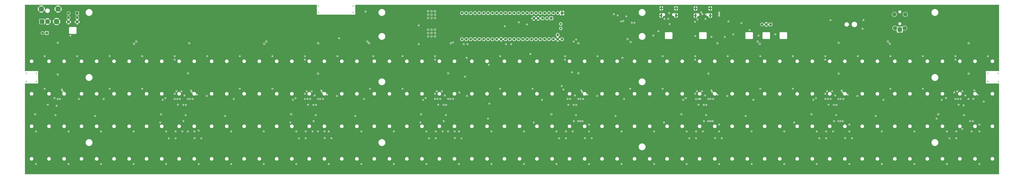
<source format=gbr>
%TF.GenerationSoftware,KiCad,Pcbnew,8.0.6*%
%TF.CreationDate,2025-09-01T21:23:37+02:00*%
%TF.ProjectId,JANKO_KICAD_5,4a414e4b-4f5f-44b4-9943-41445f352e6b,rev?*%
%TF.SameCoordinates,Original*%
%TF.FileFunction,Copper,L3,Inr*%
%TF.FilePolarity,Positive*%
%FSLAX46Y46*%
G04 Gerber Fmt 4.6, Leading zero omitted, Abs format (unit mm)*
G04 Created by KiCad (PCBNEW 8.0.6) date 2025-09-01 21:23:37*
%MOMM*%
%LPD*%
G01*
G04 APERTURE LIST*
%TA.AperFunction,ComponentPad*%
%ADD10R,1.750000X1.750000*%
%TD*%
%TA.AperFunction,ComponentPad*%
%ADD11C,1.750000*%
%TD*%
%TA.AperFunction,ComponentPad*%
%ADD12C,1.600000*%
%TD*%
%TA.AperFunction,ComponentPad*%
%ADD13R,1.600000X1.600000*%
%TD*%
%TA.AperFunction,ComponentPad*%
%ADD14C,1.300000*%
%TD*%
%TA.AperFunction,ComponentPad*%
%ADD15R,2.800000X2.800000*%
%TD*%
%TA.AperFunction,ComponentPad*%
%ADD16C,3.225000*%
%TD*%
%TA.AperFunction,ComponentPad*%
%ADD17C,2.800000*%
%TD*%
%TA.AperFunction,ComponentPad*%
%ADD18C,3.135000*%
%TD*%
%TA.AperFunction,ComponentPad*%
%ADD19R,2.500000X2.500000*%
%TD*%
%TA.AperFunction,ComponentPad*%
%ADD20C,2.500000*%
%TD*%
%TA.AperFunction,ComponentPad*%
%ADD21R,1.635000X1.635000*%
%TD*%
%TA.AperFunction,ComponentPad*%
%ADD22C,1.635000*%
%TD*%
%TA.AperFunction,ComponentPad*%
%ADD23O,1.200000X2.000000*%
%TD*%
%TA.AperFunction,ComponentPad*%
%ADD24O,1.200000X1.800000*%
%TD*%
%TA.AperFunction,ViaPad*%
%ADD25C,0.600000*%
%TD*%
%TA.AperFunction,ViaPad*%
%ADD26C,0.500000*%
%TD*%
%TA.AperFunction,ViaPad*%
%ADD27C,0.800000*%
%TD*%
G04 APERTURE END LIST*
D10*
%TO.N,Net-(S4-NO_1)*%
%TO.C,S4*%
X31040000Y94540000D03*
D11*
%TO.N,/VCC*%
X31040000Y92000000D03*
%TO.N,GND*%
X31040000Y89460000D03*
%TO.N,Net-(S4-NO_1)*%
X25960000Y94540000D03*
%TO.N,/VCC*%
X25960000Y92000000D03*
%TO.N,GND*%
X25960000Y89460000D03*
%TD*%
D12*
%TO.N,Net-(D1-K)*%
%TO.C,C3*%
X10729999Y83000000D03*
%TO.N,GND*%
X13270001Y83000000D03*
%TD*%
D13*
%TO.N,GND*%
%TO.C,U3*%
X314210000Y94620000D03*
D12*
%TO.N,unconnected-(U3-0_RX1_CRX2_CS1-Pad2)*%
X311670000Y94620000D03*
%TO.N,unconnected-(U3-1_TX1_CTX2_MISO1-Pad3)*%
X309130000Y94620000D03*
%TO.N,/HOST_UFP*%
X306590000Y94620000D03*
%TO.N,/DEVICE_HIGH*%
X304050000Y94620000D03*
%TO.N,/+O*%
X301510000Y94620000D03*
%TO.N,/-O*%
X298970000Y94620000D03*
%TO.N,/p1*%
X296430000Y94620000D03*
%TO.N,/p2*%
X293890000Y94620000D03*
%TO.N,/p3*%
X291350000Y94620000D03*
%TO.N,unconnected-(U3-9_OUT1C-Pad11)*%
X288810000Y94620000D03*
%TO.N,/LED_2_IN*%
X286270000Y94620000D03*
%TO.N,unconnected-(U3-11_MOSI_CTX1-Pad13)*%
X283730000Y94620000D03*
%TO.N,/LED_1_IN*%
X281190000Y94620000D03*
%TO.N,unconnected-(U3-3V3-Pad15)*%
X278650000Y94620000D03*
%TO.N,unconnected-(U3-24_A10_TX6_SCL2-Pad16)*%
X276110000Y94620000D03*
%TO.N,unconnected-(U3-25_A11_RX6_SDA2-Pad17)*%
X273570000Y94620000D03*
%TO.N,unconnected-(U3-26_A12_MOSI1-Pad18)*%
X271030000Y94620000D03*
%TO.N,unconnected-(U3-27_A13_SCK1-Pad19)*%
X268490000Y94620000D03*
%TO.N,unconnected-(U3-28_RX7-Pad20)*%
X265950000Y94620000D03*
%TO.N,unconnected-(U3-29_TX7-Pad21)*%
X263410000Y94620000D03*
%TO.N,unconnected-(U3-30_CRX3-Pad22)*%
X260870000Y94620000D03*
%TO.N,unconnected-(U3-31_CTX3-Pad23)*%
X258330000Y94620000D03*
%TO.N,unconnected-(U3-32_OUT1B-Pad24)*%
X255790000Y94620000D03*
%TO.N,unconnected-(U3-33_MCLK2-Pad25)*%
X255790000Y79380000D03*
%TO.N,/MUX2_S1*%
X258330000Y79380000D03*
%TO.N,/MUX2_S0*%
X260870000Y79380000D03*
%TO.N,/MUX2_S2*%
X263410000Y79380000D03*
%TO.N,/MUX2_S3*%
X265950000Y79380000D03*
%TO.N,/OPA4_ADC*%
X268490000Y79380000D03*
%TO.N,/OPA3_ADC*%
X271030000Y79380000D03*
%TO.N,/OPA2_ADC*%
X273570000Y79380000D03*
%TO.N,/OPA1_ADC*%
X276110000Y79380000D03*
%TO.N,GND*%
X278650000Y79380000D03*
%TO.N,unconnected-(U3-13_SCK_LED-Pad35)*%
X281190000Y79380000D03*
%TO.N,/MUX1_S3*%
X283730000Y79380000D03*
%TO.N,/MUX1_S2*%
X286270000Y79380000D03*
%TO.N,/MUX1_S0*%
X288810000Y79380000D03*
%TO.N,/MUX1_S1*%
X291350000Y79380000D03*
%TO.N,unconnected-(U3-18_A4_SDA-Pad40)*%
X293890000Y79380000D03*
%TO.N,unconnected-(U3-19_A5_SCL-Pad41)*%
X296430000Y79380000D03*
%TO.N,/OPA5_ADC*%
X298970000Y79380000D03*
%TO.N,/OPA6_ADC*%
X301510000Y79380000D03*
%TO.N,/OPA7_ADC*%
X304050000Y79380000D03*
%TO.N,/OPA8_ADC*%
X306590000Y79380000D03*
%TO.N,unconnected-(U3-3V3-Pad46)*%
X309130000Y79380000D03*
%TO.N,GND*%
X311670000Y79380000D03*
%TO.N,/5v*%
X314210000Y79380000D03*
%TO.N,unconnected-(U3-VUSB-Pad49)*%
X311670000Y81920000D03*
D13*
%TO.N,unconnected-(U3-5V-Pad55)*%
X307910800Y91569200D03*
D12*
%TO.N,Net-(R7-Pad2)*%
X305370800Y91569200D03*
%TO.N,Net-(R27-Pad2)*%
X302830800Y91569200D03*
%TO.N,GND*%
X300290800Y91569200D03*
X297750800Y91569200D03*
D14*
%TO.N,/D_D1-*%
X313480000Y85730000D03*
%TO.N,/D_D1+*%
X313480000Y88270000D03*
%TD*%
D15*
%TO.N,6V*%
%TO.C,J1*%
X10492000Y89700000D03*
D16*
%TO.N,GND*%
X18992000Y89700000D03*
D17*
X13692000Y89700000D03*
D18*
X10092000Y97000000D03*
X19892000Y97000000D03*
%TD*%
D19*
%TO.N,GND*%
%TO.C,J2*%
X511500000Y85000000D03*
D20*
%TO.N,/p3*%
X514700000Y93880000D03*
%TO.N,/p1*%
X508650000Y85880000D03*
%TO.N,/p2*%
X514350000Y85880000D03*
%TO.N,unconnected-(J2-NC-Pad5)*%
X508300000Y93880000D03*
%TD*%
D21*
%TO.N,/-O*%
%TO.C,S1*%
X436040000Y88000000D03*
D22*
%TO.N,GND*%
X433500000Y88000000D03*
%TO.N,/+O*%
X430960000Y88000000D03*
%TD*%
D23*
%TO.N,GND*%
%TO.C,HOST1*%
X372175000Y93245500D03*
X380825000Y93245500D03*
D24*
X380825000Y97425500D03*
X372175000Y97425500D03*
%TD*%
D23*
%TO.N,GND*%
%TO.C,DEVICE1*%
X392175000Y93171000D03*
X400825000Y93171000D03*
D24*
X400825000Y97351000D03*
X392175000Y97351000D03*
%TD*%
D25*
%TO.N,GND*%
X387500000Y69500000D03*
X449000000Y28500000D03*
X273550000Y50500000D03*
X49500000Y6500000D03*
X223181250Y89181250D03*
X144500000Y25500000D03*
X121000000Y66500000D03*
X410500000Y25500000D03*
D26*
X394700337Y41086357D03*
D25*
X263675000Y73750000D03*
D26*
X472807923Y44875000D03*
D25*
X250500000Y57750000D03*
X7000000Y47501000D03*
X23475000Y83750000D03*
X481000000Y31500000D03*
X233000000Y79500000D03*
X372500000Y25500000D03*
X330500000Y69500000D03*
D26*
X322351000Y44875000D03*
D25*
X326500000Y55750000D03*
X202000000Y9500000D03*
X125500000Y6500000D03*
X27050000Y79550000D03*
X391250000Y86500000D03*
X107000000Y9500000D03*
X326500000Y53750000D03*
X537500000Y31500000D03*
X239450000Y46175000D03*
X239500000Y25500000D03*
X402500000Y57750000D03*
X486500000Y25500000D03*
X400750000Y90000000D03*
X492000000Y87750000D03*
X525000000Y28500000D03*
X426100000Y79350000D03*
X255000000Y65500000D03*
X83500000Y69500000D03*
X467500000Y25500000D03*
X406000000Y66500000D03*
D26*
X398385519Y46125000D03*
D25*
X368000000Y47500000D03*
X520000000Y66500000D03*
X159050000Y66500000D03*
X501000000Y66500000D03*
X384250000Y88750000D03*
X425500000Y69500000D03*
X183000000Y28500000D03*
X11500000Y25500000D03*
X312000000Y76500000D03*
X372500000Y6500000D03*
X306625000Y73875000D03*
X273050000Y66500000D03*
X87500000Y25500000D03*
D26*
X550400520Y46125000D03*
D25*
X144500000Y6500000D03*
X278300000Y73550000D03*
X31000000Y78750000D03*
X21475000Y81750000D03*
X197050000Y47500000D03*
X562500000Y6500000D03*
X94750000Y48000000D03*
X430000000Y9500000D03*
X11500000Y6500000D03*
X83500000Y31500000D03*
X107000000Y28500000D03*
X428000000Y83500000D03*
X202000000Y28500000D03*
X197550000Y50500000D03*
X98500000Y55750000D03*
X353500000Y25500000D03*
X121000000Y47500000D03*
X311500000Y69500000D03*
X489750000Y88000000D03*
X487000000Y47500000D03*
X223700000Y84100000D03*
X411000000Y47500000D03*
X12000000Y28500000D03*
X197050000Y66500000D03*
D26*
X317224965Y40500000D03*
D25*
X5000000Y99000000D03*
X64500000Y50500000D03*
D26*
X469223955Y40500000D03*
D25*
X69000000Y28500000D03*
X7500000Y69500000D03*
X106500000Y6500000D03*
X506000000Y28500000D03*
X140550000Y50500000D03*
D26*
X89223965Y40500000D03*
D25*
X467400000Y46175000D03*
X87293336Y46175000D03*
X539500000Y31500000D03*
X81500000Y31500000D03*
X563500000Y44500000D03*
X396750000Y90000000D03*
D26*
X94399520Y46125000D03*
D25*
X260000000Y76500000D03*
X487000000Y28500000D03*
X178550000Y69500000D03*
X464750000Y94750000D03*
X524500000Y25500000D03*
X216550000Y50500000D03*
D26*
X18000000Y44250000D03*
D25*
X425000000Y66500000D03*
X7250000Y16500000D03*
D26*
X398325895Y44860892D03*
D25*
X29750000Y34250000D03*
X402500000Y55750000D03*
X334500000Y6500000D03*
X106500000Y26000000D03*
X176500000Y31500000D03*
X313500000Y31500000D03*
D26*
X90714337Y41086357D03*
D25*
X296002983Y71508949D03*
X448500000Y6500000D03*
X471500000Y85500000D03*
X387500000Y31500000D03*
X413500000Y45000000D03*
X87500000Y6500000D03*
X419087500Y89750000D03*
X1000000Y94250000D03*
X140050000Y47500000D03*
X250500000Y73500000D03*
X368500000Y88500000D03*
X45500000Y69525000D03*
X263000000Y81750000D03*
X22500000Y53000000D03*
X45500000Y50500000D03*
X316000000Y9500000D03*
X335000000Y9500000D03*
D26*
X242715337Y41086357D03*
D25*
X544157844Y48657844D03*
X558000000Y91500000D03*
X182500000Y25500000D03*
X45000000Y47500000D03*
X556500000Y31500000D03*
X29775000Y43225000D03*
X478500000Y53750000D03*
X311500000Y31500000D03*
X49500000Y25500000D03*
D26*
X246351000Y44875000D03*
D25*
X289000000Y90500000D03*
X330000000Y66500000D03*
X278000000Y28500000D03*
X463500000Y69500000D03*
X462500000Y49500000D03*
X293500000Y76500000D03*
X239500000Y29500000D03*
D26*
X470716337Y41086357D03*
D25*
X183050000Y47500000D03*
X273050000Y47500000D03*
X296500000Y6500000D03*
X29725000Y41275000D03*
X252500000Y31500000D03*
X326500000Y57750000D03*
X1000000Y99000000D03*
X126000000Y28500000D03*
D26*
X545224965Y40500000D03*
D25*
X335000000Y28500000D03*
X391500000Y6500000D03*
X349500000Y50500000D03*
D26*
X17097762Y45328296D03*
D25*
X467500000Y6500000D03*
X500500000Y85500000D03*
X461500000Y31500000D03*
X292000000Y66500000D03*
D26*
X548806923Y44875000D03*
X474401519Y46125000D03*
D25*
X411000000Y9500000D03*
X222500000Y92500000D03*
X174500000Y53750000D03*
X543500000Y6500000D03*
X265000000Y76500000D03*
X373000000Y9500000D03*
X83000000Y66500000D03*
X520000000Y47500000D03*
X349500000Y69500000D03*
X427500000Y91000000D03*
X220500000Y25500000D03*
X368500000Y87000000D03*
X98500000Y53750000D03*
X368500000Y50500000D03*
X24500000Y31500000D03*
X562500000Y25500000D03*
X174500000Y57750000D03*
X201500000Y6500000D03*
X563000000Y9500000D03*
X337500000Y45000000D03*
X550750000Y48000000D03*
X33500000Y45500000D03*
X221000000Y28500000D03*
X264800000Y70700000D03*
X438000000Y80750000D03*
X288750000Y85500000D03*
X285650000Y76500000D03*
D26*
X244806923Y44875000D03*
D25*
X535500000Y31500000D03*
X174500000Y55750000D03*
X254500000Y73500000D03*
X392000000Y9500000D03*
X102500000Y69500000D03*
X185550000Y45000000D03*
X125500000Y25500000D03*
X368500000Y69500000D03*
X402175000Y81350000D03*
D26*
X169101481Y46125000D03*
D25*
X1250000Y16500000D03*
X239500000Y6500000D03*
X478500000Y55750000D03*
X219500000Y92225000D03*
X429500000Y6500000D03*
D26*
X397086481Y46125000D03*
D25*
X27000000Y42650000D03*
X235500000Y31500000D03*
X5000000Y94250000D03*
X31000000Y9500000D03*
X367500000Y91000000D03*
X446125000Y79350000D03*
X482500000Y69500000D03*
D26*
X12965460Y41100000D03*
D25*
X300375000Y73875000D03*
X329000000Y31500000D03*
X164000000Y9500000D03*
X163500000Y6500000D03*
X425000000Y47500000D03*
X26500000Y69500000D03*
X234550000Y49500000D03*
X297000000Y28500000D03*
X281500000Y81750000D03*
X398750000Y48000000D03*
X255000000Y68500000D03*
D26*
X549000000Y46125000D03*
D25*
X292000000Y47500000D03*
X161500000Y31500000D03*
X563000000Y21250000D03*
X539000000Y66500000D03*
X501500000Y50500000D03*
X220500000Y6500000D03*
X520500000Y69500000D03*
X159500000Y31500000D03*
X223181250Y78406250D03*
X292250000Y85500000D03*
X444500000Y50500000D03*
X7000000Y66500000D03*
D26*
X94350000Y44875000D03*
D25*
X233500000Y31500000D03*
X487000000Y9500000D03*
X542500000Y35600000D03*
X7250000Y21250000D03*
X525000000Y9500000D03*
X64000000Y66500000D03*
X387000000Y66500000D03*
X140050000Y66500000D03*
X391500000Y29500000D03*
X64500000Y69500000D03*
X290000000Y76500000D03*
X558500000Y69500000D03*
X559000000Y42650000D03*
X25900000Y86500000D03*
X444000000Y66500000D03*
X360500000Y85500000D03*
X374750000Y85750000D03*
X388750000Y97750000D03*
X100500000Y31500000D03*
X278750000Y88500000D03*
X405015000Y31515000D03*
X563000000Y16500000D03*
X391500000Y25500000D03*
X369250000Y79000000D03*
X354000000Y28500000D03*
X145000000Y28500000D03*
X220448682Y91051317D03*
X558000000Y66500000D03*
X268500000Y84325000D03*
X223850000Y91500000D03*
X415750000Y79500000D03*
X469750000Y88000000D03*
X216050000Y66500000D03*
X277500000Y6500000D03*
X126000000Y9500000D03*
X373171028Y88650000D03*
X217725000Y88725000D03*
X364950735Y85450735D03*
X182500000Y6500000D03*
X69000000Y9500000D03*
X368000000Y66500000D03*
X353500000Y6500000D03*
X278000000Y9500000D03*
X103000000Y42650000D03*
X554500000Y55750000D03*
X558000000Y98000000D03*
X373000000Y28500000D03*
X1250000Y21250000D03*
X259050000Y47500000D03*
X315500000Y29500000D03*
X98500000Y57750000D03*
X102000000Y66500000D03*
X391293336Y46175000D03*
X311000000Y47500000D03*
X505500000Y25500000D03*
X7500000Y30500000D03*
X544000000Y9500000D03*
X68500000Y6500000D03*
X237500000Y31500000D03*
X250500000Y55750000D03*
X221000000Y9500000D03*
X520500000Y91000000D03*
X489500000Y45000000D03*
X371500000Y79500000D03*
D26*
X393209965Y40500000D03*
D25*
X506000000Y9500000D03*
X223850000Y80725000D03*
X163500000Y25500000D03*
X64000000Y47500000D03*
X250500000Y53750000D03*
X492000000Y82750000D03*
X406500000Y69500000D03*
D26*
X170400520Y46125000D03*
D25*
X107000000Y47500000D03*
X260325000Y73250000D03*
X354000000Y9500000D03*
D26*
X166715337Y41086357D03*
D25*
X223500000Y87500000D03*
X430000000Y28500000D03*
X19475000Y79750000D03*
X85500000Y31500000D03*
X425500000Y50500000D03*
X483000000Y42650000D03*
D27*
X3000000Y78890501D03*
D25*
X465500000Y31500000D03*
X418000000Y79500000D03*
X285672702Y73077298D03*
X197550000Y69500000D03*
X255000000Y42650000D03*
X183000000Y9500000D03*
X29950000Y31450000D03*
X157500000Y31500000D03*
X543500000Y25500000D03*
X363000000Y85500000D03*
X280300000Y73550000D03*
X273550000Y69500000D03*
X145000000Y9500000D03*
X568000000Y98000000D03*
X276300000Y73550000D03*
D26*
X474341895Y44860892D03*
D25*
X235050000Y66500000D03*
X261550000Y45000000D03*
X179000000Y42650000D03*
X290500000Y85500000D03*
X474750000Y48000000D03*
D26*
X170351000Y44875000D03*
D25*
X45000000Y66525000D03*
X568000000Y91500000D03*
X288689798Y73764798D03*
D26*
X396791923Y44875000D03*
D25*
X140550000Y69500000D03*
X310275000Y50500000D03*
X482000000Y66500000D03*
X349000000Y47500000D03*
X109500000Y45000000D03*
D26*
X473102481Y46125000D03*
D25*
X349000000Y66500000D03*
X50000000Y9500000D03*
X385500000Y31500000D03*
X170750000Y48000000D03*
X228000000Y76500000D03*
X321000000Y82000000D03*
X563000000Y28500000D03*
X486500000Y6500000D03*
X216550000Y69500000D03*
X159550000Y69500000D03*
X223750000Y94900000D03*
X554500000Y53750000D03*
X463000000Y66500000D03*
X235550000Y69500000D03*
X334500000Y25500000D03*
X520500000Y50500000D03*
X277500000Y25500000D03*
X468000000Y9500000D03*
D26*
X165224965Y40500000D03*
D25*
X259000000Y28500000D03*
D27*
X4470000Y77420501D03*
D25*
X569000000Y16500000D03*
X358000000Y85500000D03*
D26*
X168806923Y44875000D03*
X241224965Y40500000D03*
D25*
X331000000Y42650000D03*
X384250000Y97750000D03*
X309500000Y31500000D03*
X233000000Y90500000D03*
X524500000Y6500000D03*
X478500000Y57750000D03*
X402500000Y53750000D03*
X380744034Y80750000D03*
X30500000Y6500000D03*
X12000000Y9500000D03*
X311000000Y66500000D03*
X258500000Y25500000D03*
X297000000Y9500000D03*
X463500000Y31500000D03*
X201500000Y25500000D03*
X178050000Y66500000D03*
X31000000Y47500000D03*
X68500000Y25500000D03*
X386500000Y49500000D03*
X505500000Y6500000D03*
X217725000Y78000000D03*
X258500000Y6500000D03*
X222500000Y81725000D03*
D26*
X321101481Y46125000D03*
D25*
X121500000Y69500000D03*
D26*
X550340895Y44860892D03*
D25*
X315500000Y25500000D03*
X407000000Y42650000D03*
X274935202Y84435202D03*
X5500000Y30500000D03*
D26*
X93100481Y46125000D03*
D25*
X448500000Y25500000D03*
X121500000Y50500000D03*
D26*
X318715337Y41086357D03*
D25*
X322700000Y48050000D03*
X292500000Y50500000D03*
X444500000Y69500000D03*
X429500000Y25500000D03*
X9500000Y30500000D03*
X88000000Y29500000D03*
X216050000Y47500000D03*
X540225000Y41275000D03*
X259000000Y9500000D03*
X444000000Y47500000D03*
X278500000Y90200000D03*
D26*
X546715337Y41086357D03*
D25*
X315500000Y6500000D03*
X449000000Y9500000D03*
X252500000Y73500000D03*
X389500000Y31500000D03*
X246750000Y48000000D03*
D26*
X92805923Y44875000D03*
D25*
X31000000Y28500000D03*
X554500000Y57750000D03*
D26*
X320806923Y44875000D03*
D25*
X468000000Y29500000D03*
X501000000Y47500000D03*
X539500000Y69500000D03*
X290100000Y70500000D03*
X511887500Y78500000D03*
X18750000Y46500000D03*
X544000000Y29000000D03*
X88000000Y9500000D03*
X163500000Y29500000D03*
X22500000Y57000000D03*
X279000000Y92500000D03*
X563000000Y47500000D03*
X288250000Y91500000D03*
X82500000Y49500000D03*
X560500000Y31000000D03*
X219450000Y81450000D03*
X335000000Y47500000D03*
X538500000Y49500000D03*
X163343336Y46175000D03*
X50000000Y28500000D03*
X543000000Y46175000D03*
X7500000Y50501000D03*
X26000000Y66500000D03*
X317000000Y82000000D03*
X569000000Y21250000D03*
X411000000Y28500000D03*
X319000000Y82000000D03*
X30500000Y25500000D03*
X296500000Y25500000D03*
X240000000Y9500000D03*
D26*
X322400520Y46125000D03*
D25*
X501500000Y69500000D03*
X158550000Y49500000D03*
X22500000Y55000000D03*
X410500000Y6500000D03*
D27*
%TO.N,/5v*%
X504500000Y78000000D03*
D25*
X293725000Y88025000D03*
D27*
X534000000Y35600000D03*
D25*
X230500000Y87500000D03*
D27*
X405000000Y77000000D03*
X459912500Y35600000D03*
X352500000Y79500000D03*
X399750000Y59250000D03*
X249250000Y77000000D03*
X238000000Y91750000D03*
D25*
X414250000Y82275000D03*
D27*
X231912500Y35600000D03*
X201500000Y77000000D03*
D25*
X281500000Y76500000D03*
X250500000Y77500000D03*
X322475000Y79225000D03*
D27*
X428500000Y78000000D03*
D25*
X392000000Y81250000D03*
D27*
X240000000Y93750000D03*
X80000000Y35500000D03*
D25*
X438750000Y82250000D03*
D27*
X236000000Y91750000D03*
X238000000Y95725000D03*
D25*
X411425000Y89750000D03*
D27*
X429750000Y76750000D03*
D25*
X256825000Y76500000D03*
X192250000Y98750000D03*
D27*
X551750000Y59250000D03*
X323750000Y59500000D03*
D25*
X172000000Y98750000D03*
D27*
X19750000Y58750000D03*
D25*
X259000000Y76500000D03*
D27*
X551750000Y77000000D03*
D25*
X321000000Y78000000D03*
D27*
X354325000Y77675000D03*
D25*
X355000000Y89000000D03*
D27*
X240000000Y95725000D03*
X200500000Y78000000D03*
X236000000Y93750000D03*
X96500000Y77000000D03*
X236000000Y95725000D03*
D25*
X280750000Y87000000D03*
D27*
X240000000Y91750000D03*
X475750000Y77250000D03*
X65500000Y78000000D03*
X308000000Y35600000D03*
D25*
X284500000Y76500000D03*
D27*
X95750000Y59500000D03*
D25*
X192250000Y95000000D03*
D27*
X171725000Y59250000D03*
D25*
X367550000Y81500000D03*
D27*
X19750000Y77250000D03*
X140250000Y76750000D03*
X64250000Y76750000D03*
X475750000Y59250000D03*
X384000000Y35600000D03*
D25*
X289000000Y89250000D03*
D27*
X247750000Y59500000D03*
X156000000Y35600000D03*
D25*
X429000000Y81500000D03*
X356500000Y89000000D03*
D27*
X323750000Y77000000D03*
X6500000Y35600000D03*
D25*
X27050000Y81450000D03*
D27*
X141500000Y78000000D03*
D25*
X172000000Y95000000D03*
D27*
X505750000Y76750000D03*
X238000000Y93750000D03*
X171750000Y77000000D03*
D25*
%TO.N,/1_3*%
X19635000Y44450000D03*
X22025000Y49975000D03*
%TO.N,/1_4*%
X20905000Y44450000D03*
X22525000Y48975000D03*
%TO.N,/1_8*%
X46500000Y44500000D03*
X19000000Y40500000D03*
%TO.N,/1_12*%
X18365000Y35000000D03*
X41500000Y34500000D03*
%TO.N,/2_1*%
X89000000Y49000000D03*
X89500000Y44500000D03*
%TO.N,/2_2*%
X92000000Y49000000D03*
X91000000Y44500000D03*
%TO.N,/2_3*%
X97500000Y49500000D03*
X95635000Y44500000D03*
%TO.N,/2_4*%
X98000000Y48500000D03*
X96905000Y44500000D03*
%TO.N,/2_5*%
X81000000Y44000000D03*
X93000000Y41000000D03*
%TO.N,/2_6*%
X88000000Y44500000D03*
X88000000Y47500000D03*
%TO.N,/2_7*%
X101000000Y47000000D03*
X98500000Y44500000D03*
%TO.N,/2_8*%
X122481250Y44518750D03*
X94481250Y40981250D03*
%TO.N,/2_9*%
X93095000Y31550000D03*
X79500000Y30800000D03*
%TO.N,/2_12*%
X117475000Y34475000D03*
X94365000Y35000000D03*
%TO.N,/2_13*%
X84500000Y21500000D03*
X88500000Y25500000D03*
%TO.N,/2_14*%
X88500000Y21500000D03*
X92500000Y25500000D03*
%TO.N,/2_15*%
X95635000Y25500000D03*
X99567500Y21567500D03*
%TO.N,/2_16*%
X103500000Y21500000D03*
X99500000Y25500000D03*
%TO.N,/3_1*%
X165550000Y44500000D03*
X165050000Y49000000D03*
%TO.N,/3_2*%
X167050000Y44500000D03*
X168050000Y49000000D03*
%TO.N,/3_3*%
X173550000Y49500000D03*
X171685000Y44500000D03*
%TO.N,/3_4*%
X172955000Y44500000D03*
X174050000Y48500000D03*
%TO.N,/3_5*%
X169025000Y40975000D03*
X157050000Y44000000D03*
%TO.N,/3_6*%
X164050000Y47500000D03*
X164050000Y44500000D03*
%TO.N,/3_7*%
X174550000Y44500000D03*
X177050000Y47000000D03*
%TO.N,/3_8*%
X170506250Y41006250D03*
X198506250Y44493750D03*
%TO.N,/3_9*%
X155500000Y30750000D03*
X169095000Y31500000D03*
%TO.N,/3_12*%
X170365000Y35050000D03*
X193475000Y34525000D03*
%TO.N,/3_13*%
X164500000Y25550000D03*
X160500000Y21550000D03*
%TO.N,/3_14*%
X164475000Y21525000D03*
X168500000Y25550000D03*
%TO.N,/3_15*%
X175592500Y21592500D03*
X171635000Y25550000D03*
%TO.N,/3_16*%
X175500000Y25550000D03*
X179525000Y21525000D03*
%TO.N,/4_1*%
X241500000Y44500000D03*
X241050000Y49000000D03*
%TO.N,/4_2*%
X244050000Y49000000D03*
X243050000Y44500000D03*
%TO.N,/4_3*%
X257550000Y57500000D03*
X247685000Y44500000D03*
%TO.N,/4_4*%
X248955000Y44500000D03*
X271500000Y64500000D03*
%TO.N,/4_5*%
X245025000Y40975000D03*
X233050000Y44000000D03*
%TO.N,/4_6*%
X240050000Y44550000D03*
X240050000Y47500000D03*
%TO.N,/4_7*%
X250550000Y44500000D03*
X254275000Y48225000D03*
%TO.N,/4_8*%
X246506250Y41006250D03*
X271756250Y41743750D03*
%TO.N,/4_9*%
X245095000Y31500000D03*
X231500000Y30750000D03*
%TO.N,/4_12*%
X246365000Y35050000D03*
X271000000Y33000000D03*
%TO.N,/4_13*%
X240500000Y25550000D03*
X236500000Y21550000D03*
%TO.N,/4_14*%
X240475000Y21525000D03*
X244500000Y25550000D03*
%TO.N,/4_15*%
X247635000Y25550000D03*
X251592500Y21592500D03*
%TO.N,/4_16*%
X251500000Y25550000D03*
X255500000Y21500000D03*
%TO.N,/5_1*%
X317500000Y44500000D03*
X314000000Y52000000D03*
%TO.N,/5_2*%
X320000000Y60050000D03*
X319000000Y44500000D03*
%TO.N,/5_3*%
X323635000Y44500000D03*
X325500000Y49500000D03*
%TO.N,/5_4*%
X324905000Y44500000D03*
X326000000Y48500000D03*
%TO.N,/5_5*%
X321000000Y41000000D03*
X302500000Y44000000D03*
%TO.N,/5_7*%
X326500000Y44500000D03*
X329000000Y47000000D03*
%TO.N,/5_8*%
X322481250Y40981250D03*
X350481250Y44518750D03*
%TO.N,/5_9*%
X297750000Y30750000D03*
X321095000Y31500000D03*
%TO.N,/5_11*%
X326175000Y31500000D03*
X330000000Y29500000D03*
%TO.N,/5_12*%
X345475000Y34525000D03*
X322365000Y35050000D03*
%TO.N,/5_13*%
X312500000Y21550000D03*
X316500000Y25550000D03*
%TO.N,/5_14*%
X320500000Y25550000D03*
X316475000Y21525000D03*
%TO.N,/5_15*%
X327592500Y21592500D03*
X323635000Y31500000D03*
%TO.N,/5_16*%
X331525000Y21525000D03*
X324905000Y31500000D03*
%TO.N,/6_1*%
X393000000Y49000000D03*
X394000000Y44500000D03*
%TO.N,/6_2*%
X396000000Y49000000D03*
X395000000Y44500000D03*
%TO.N,/6_3*%
X399635000Y44500000D03*
X401500000Y49500000D03*
%TO.N,/6_4*%
X402000000Y48500000D03*
X400905000Y44500000D03*
%TO.N,/6_5*%
X397000000Y41000000D03*
X385000000Y44000000D03*
%TO.N,/6_6*%
X392500000Y44423619D03*
X392000000Y47500000D03*
%TO.N,/6_7*%
X402500000Y44500000D03*
X405000000Y47000000D03*
%TO.N,/6_8*%
X398481250Y40981250D03*
X425962500Y44000000D03*
%TO.N,/6_9*%
X397095000Y31500000D03*
X373750000Y30750000D03*
%TO.N,/6_11*%
X402175000Y31500000D03*
X406000000Y29500000D03*
%TO.N,/6_12*%
X398365000Y35050000D03*
X421475000Y34525000D03*
%TO.N,/6_13*%
X388500000Y21550000D03*
X392500000Y25550000D03*
%TO.N,/6_14*%
X396500000Y25550000D03*
X392475000Y21525000D03*
%TO.N,/6_15*%
X399635000Y31500000D03*
X403592500Y21592500D03*
%TO.N,/6_16*%
X400905000Y31500000D03*
X407525000Y21525000D03*
%TO.N,/7_1*%
X469000000Y49000000D03*
X469500000Y44500000D03*
%TO.N,/7_2*%
X471000000Y44500000D03*
X472000000Y49000000D03*
%TO.N,/7_3*%
X475635000Y44500000D03*
X477500000Y49500000D03*
%TO.N,/7_4*%
X478000000Y48500000D03*
X476905000Y44500000D03*
%TO.N,/7_5*%
X473000000Y41000000D03*
X461000000Y44000000D03*
%TO.N,/7_6*%
X468000000Y47500000D03*
X468000000Y44487868D03*
%TO.N,/7_7*%
X481000000Y47000000D03*
X478500000Y44500000D03*
%TO.N,/7_8*%
X474481250Y40981250D03*
X501962500Y44000000D03*
%TO.N,/7_9*%
X473095000Y31500000D03*
X449750000Y30750000D03*
%TO.N,/7_11*%
X482000000Y29500000D03*
X478175000Y31500000D03*
%TO.N,/7_12*%
X474365000Y35050000D03*
X497475000Y34525000D03*
%TO.N,/7_13*%
X468500000Y25550000D03*
X464500000Y21550000D03*
%TO.N,/7_14*%
X468475000Y21525000D03*
X472500000Y25550000D03*
%TO.N,/7_15*%
X479592500Y21592500D03*
X475635000Y31500000D03*
%TO.N,/7_16*%
X483525000Y21525000D03*
X476905000Y31500000D03*
%TO.N,/8_1*%
X545000000Y49000000D03*
X545500000Y44500000D03*
%TO.N,/8_2*%
X547000000Y44500000D03*
X548000000Y49000000D03*
%TO.N,/8_3*%
X551635000Y44500000D03*
X555000000Y49500000D03*
%TO.N,/8_5*%
X536000000Y44000000D03*
X548750000Y40750000D03*
%TO.N,/8_6*%
X543272043Y48327891D03*
X544000000Y44500000D03*
%TO.N,/8_7*%
X554500000Y44500000D03*
X557000000Y47000000D03*
%TO.N,/8_9*%
X533000000Y33000000D03*
X549000000Y35000000D03*
%TO.N,/8_11*%
X558000000Y29500000D03*
X554175000Y31500000D03*
%TO.N,/8_13*%
X540500000Y21550000D03*
X544500000Y25550000D03*
%TO.N,/8_14*%
X548000000Y27000000D03*
X544475000Y21525000D03*
%TO.N,/8_15*%
X553500000Y25500000D03*
X552500000Y31500000D03*
%TO.N,/OUT_MUX1*%
X13879450Y41100000D03*
X17764725Y44985275D03*
%TO.N,/OUT_MUX5*%
X321751000Y46500000D03*
X317880450Y41100000D03*
%TO.N,/OUT_MUX2*%
X89879450Y41100000D03*
X93750000Y46500000D03*
%TO.N,/OUT_MUX6*%
X397736000Y46500000D03*
X393864450Y41100000D03*
%TO.N,/OUT_MUX3*%
X165879450Y41100000D03*
X169751000Y46500000D03*
%TO.N,/OUT_MUX7*%
X473752000Y46500000D03*
X469879450Y41100000D03*
%TO.N,/OUT_MUX4*%
X241880450Y41100000D03*
X245751000Y46500000D03*
%TO.N,/OUT_MUX8*%
X545879450Y41100000D03*
X549751000Y46500000D03*
%TO.N,/4.3v*%
X159000000Y25500000D03*
X1250000Y54750000D03*
X145050000Y50500000D03*
X7250000Y54750000D03*
X158550000Y45000000D03*
X349000000Y6500000D03*
X69000000Y69500000D03*
X178000000Y6500000D03*
X487000000Y69500000D03*
X278050000Y69500000D03*
X430000000Y69500000D03*
X368000000Y25500000D03*
X543950000Y67450000D03*
X69000000Y50500000D03*
X234550000Y45000000D03*
X1250000Y59500000D03*
X292000000Y6500000D03*
X506000000Y69500000D03*
X45000000Y6500000D03*
X183050000Y69500000D03*
X164000000Y67450000D03*
X102000000Y6500000D03*
X373000000Y50500000D03*
X204000000Y69500000D03*
X334725000Y46275000D03*
X354000000Y50500000D03*
X349500000Y68500000D03*
X64000000Y6500000D03*
X140000000Y6500000D03*
X449000000Y50500000D03*
X406000000Y6500000D03*
X216000000Y6500000D03*
X182725000Y46225000D03*
X221050000Y50500000D03*
X311000000Y6500000D03*
X569000000Y54750000D03*
X506000000Y50500000D03*
X563000000Y54750000D03*
X392000000Y69500000D03*
X501000000Y6500000D03*
X444000000Y6500000D03*
X410725000Y46225000D03*
X468000000Y69500000D03*
X539000000Y25500000D03*
X349000000Y25500000D03*
X482000000Y25500000D03*
X430000000Y50500000D03*
X463000000Y25500000D03*
X520000000Y6500000D03*
X221050000Y69500000D03*
X558000000Y6500000D03*
X558000000Y25500000D03*
X315000000Y50000000D03*
X50000000Y50500000D03*
X292000000Y25500000D03*
X7000000Y25500000D03*
X83000000Y25500000D03*
X106725000Y46275000D03*
D27*
X236000000Y83000000D03*
D25*
X82500000Y45000000D03*
X107000000Y69500000D03*
X126000000Y69500000D03*
X538500000Y45000000D03*
X501000000Y25500000D03*
X316000000Y69500000D03*
X197000000Y25500000D03*
X425000000Y6500000D03*
X258725000Y46225000D03*
X486725000Y46225000D03*
X273000000Y25500000D03*
X387000000Y6500000D03*
X254000000Y25500000D03*
X520000000Y25500000D03*
X230500000Y76500000D03*
D27*
X236000000Y84975000D03*
D25*
X482000000Y6500000D03*
X12000000Y69500000D03*
X311000000Y25500000D03*
X26000000Y6500000D03*
D27*
X236000000Y81000000D03*
D25*
X544000000Y69500000D03*
X254000000Y6500000D03*
X525000000Y50500000D03*
X88000000Y69500000D03*
X368000000Y6500000D03*
X45000000Y25500000D03*
X140000000Y25500000D03*
X373000000Y69500000D03*
X525000000Y69500000D03*
X12000000Y50501000D03*
X563000000Y69500000D03*
X121000000Y25500000D03*
X178000000Y25500000D03*
X102000000Y26000000D03*
X315950000Y67450000D03*
X449000000Y69500000D03*
X159000000Y6500000D03*
X258500000Y68500000D03*
X145050000Y69500000D03*
X164050000Y69500000D03*
X569000000Y59500000D03*
X295750000Y70750000D03*
X202050000Y50500000D03*
X539000000Y6500000D03*
X50000000Y69525000D03*
X273000000Y6500000D03*
X563000000Y59500000D03*
X386500000Y45000000D03*
X463000000Y6500000D03*
X32000000Y44500000D03*
X335000000Y69500000D03*
X83000000Y6500000D03*
D27*
X238000000Y81000000D03*
D25*
X87950000Y67450000D03*
X462500000Y45000000D03*
D27*
X240000000Y83000000D03*
D25*
X26000000Y25500000D03*
X406000000Y25500000D03*
D27*
X240000000Y84975000D03*
D25*
X126000000Y50500000D03*
X64000000Y25500000D03*
X387000000Y25500000D03*
X7250000Y59500000D03*
D27*
X238000000Y84975000D03*
D25*
X240000000Y67450000D03*
X197000000Y6500000D03*
X297000000Y50500000D03*
D27*
X240000000Y81000000D03*
D25*
X7000000Y6500000D03*
X235000000Y25500000D03*
X216000000Y25500000D03*
X425000000Y25500000D03*
X278050000Y50500000D03*
X391950000Y67450000D03*
X411000000Y69500000D03*
X330000000Y25500000D03*
X235000000Y6500000D03*
X467950000Y67450000D03*
X31000000Y69500000D03*
X330000000Y6500000D03*
X240050000Y69500000D03*
X560500000Y43000000D03*
D27*
X238000000Y83000000D03*
D25*
X121000000Y6500000D03*
X444000000Y25500000D03*
%TO.N,/VBUS*%
X374050000Y91300000D03*
X377000000Y88250000D03*
%TO.N,/HOST_UFP*%
X350000000Y90000000D03*
X346750000Y93250000D03*
%TO.N,/R_ho*%
X489750000Y85500000D03*
%TO.N,/R_antiho*%
X490250000Y90525000D03*
%TO.N,/Bouton_encodeur*%
X471000000Y90500000D03*
%TO.N,/LED 2-3*%
X409250000Y80750000D03*
X401500000Y80750000D03*
%TO.N,/3.2V*%
X423750000Y84750000D03*
X419000000Y88750000D03*
%TO.N,/p2*%
X406000000Y94000000D03*
%TO.N,/p3*%
X406000000Y95000000D03*
%TO.N,/p1*%
X406000000Y93000000D03*
%TO.N,/CC2D*%
X395500000Y95150000D03*
X398000000Y91250000D03*
%TO.N,/D_D1+*%
X398250000Y94000000D03*
X396175000Y94000000D03*
%TO.N,/H_D1-*%
X376750000Y94625000D03*
X376250000Y91327498D03*
%TO.N,/DEVICE_HIGH*%
X344500000Y94000000D03*
X348750000Y89750000D03*
%TO.N,/VBUS_GPIO*%
X391825000Y89500000D03*
X393325000Y91000000D03*
%TO.N,/LED_2_OUT*%
X370500000Y84000000D03*
X351750000Y92750000D03*
%TO.N,/LED_1_OUT*%
X199500000Y95500000D03*
X184000000Y80000000D03*
%TD*%
%TA.AperFunction,Conductor*%
%TO.N,GND*%
G36*
X170943039Y99479815D02*
G01*
X170988794Y99427011D01*
X171000000Y99375500D01*
X171000000Y93750000D01*
X193500000Y93750000D01*
X193500000Y95500000D01*
X198994353Y95500000D01*
X199014834Y95357543D01*
X199074622Y95226628D01*
X199074623Y95226626D01*
X199147556Y95142457D01*
X199161904Y95125898D01*
X199168873Y95117856D01*
X199289950Y95040045D01*
X199289949Y95040045D01*
X199428036Y94999500D01*
X199428039Y94999500D01*
X199571963Y94999500D01*
X199710050Y95040045D01*
X199741272Y95060110D01*
X199831128Y95117857D01*
X199842626Y95131127D01*
X206999500Y95131127D01*
X206999500Y94868872D01*
X207023116Y94689500D01*
X207033730Y94608884D01*
X207093475Y94385912D01*
X207101602Y94355581D01*
X207101605Y94355571D01*
X207201953Y94113309D01*
X207201958Y94113299D01*
X207333075Y93886196D01*
X207492718Y93678148D01*
X207678148Y93492718D01*
X207886196Y93333075D01*
X208113299Y93201958D01*
X208113309Y93201953D01*
X208355571Y93101605D01*
X208355581Y93101602D01*
X208608884Y93033730D01*
X208637772Y93029926D01*
X208868872Y92999500D01*
X208868880Y92999500D01*
X209131127Y92999500D01*
X209333339Y93026123D01*
X209391116Y93033730D01*
X209644419Y93101602D01*
X209644421Y93101603D01*
X209644428Y93101605D01*
X209886690Y93201953D01*
X209886700Y93201958D01*
X210113803Y93333075D01*
X210321851Y93492718D01*
X210321860Y93492726D01*
X210507274Y93678140D01*
X210507281Y93678148D01*
X210562416Y93750001D01*
X235394318Y93750001D01*
X235394318Y93750000D01*
X235414955Y93593239D01*
X235414956Y93593237D01*
X235475463Y93447160D01*
X235571718Y93321718D01*
X235697160Y93225463D01*
X235843237Y93164956D01*
X235843239Y93164955D01*
X235999999Y93144318D01*
X236000000Y93144318D01*
X236000001Y93144318D01*
X236156760Y93164955D01*
X236156762Y93164956D01*
X236302839Y93225463D01*
X236302841Y93225464D01*
X236428282Y93321718D01*
X236524536Y93447159D01*
X236585044Y93593238D01*
X236605682Y93750000D01*
X236605682Y93750001D01*
X237394318Y93750001D01*
X237394318Y93750000D01*
X237414955Y93593239D01*
X237414956Y93593237D01*
X237475463Y93447160D01*
X237571718Y93321718D01*
X237697160Y93225463D01*
X237843237Y93164956D01*
X237843239Y93164955D01*
X237999999Y93144318D01*
X238000000Y93144318D01*
X238000001Y93144318D01*
X238156760Y93164955D01*
X238156762Y93164956D01*
X238302839Y93225463D01*
X238302841Y93225464D01*
X238428282Y93321718D01*
X238524536Y93447159D01*
X238585044Y93593238D01*
X238605682Y93750000D01*
X238605682Y93750001D01*
X239394318Y93750001D01*
X239394318Y93750000D01*
X239414955Y93593239D01*
X239414956Y93593237D01*
X239475463Y93447160D01*
X239571718Y93321718D01*
X239697160Y93225463D01*
X239843237Y93164956D01*
X239843239Y93164955D01*
X239999999Y93144318D01*
X240000000Y93144318D01*
X240000001Y93144318D01*
X240156760Y93164955D01*
X240156762Y93164956D01*
X240302839Y93225463D01*
X240302841Y93225464D01*
X240334817Y93250000D01*
X346244353Y93250000D01*
X346264834Y93107543D01*
X346324622Y92976628D01*
X346324623Y92976626D01*
X346418873Y92867856D01*
X346539950Y92790045D01*
X346539949Y92790045D01*
X346678036Y92749500D01*
X346678039Y92749500D01*
X346821963Y92749500D01*
X346823666Y92750000D01*
X351244353Y92750000D01*
X351264834Y92607543D01*
X351324622Y92476628D01*
X351324623Y92476626D01*
X351418873Y92367856D01*
X351539950Y92290045D01*
X351539949Y92290045D01*
X351678036Y92249500D01*
X351678039Y92249500D01*
X351821963Y92249500D01*
X351960050Y92290045D01*
X352081126Y92367856D01*
X352081128Y92367857D01*
X352175377Y92476627D01*
X352235165Y92607543D01*
X352255647Y92750000D01*
X352235165Y92892457D01*
X352175377Y93023373D01*
X352081128Y93132143D01*
X351960053Y93209953D01*
X351821962Y93250499D01*
X351821962Y93250500D01*
X351821961Y93250500D01*
X351678039Y93250500D01*
X351678038Y93250500D01*
X351678036Y93250499D01*
X351647107Y93241417D01*
X351539949Y93209954D01*
X351539947Y93209953D01*
X351418872Y93132143D01*
X351333597Y93033730D01*
X351324623Y93023373D01*
X351324622Y93023371D01*
X351264834Y92892456D01*
X351244353Y92750000D01*
X346823666Y92750000D01*
X346960050Y92790045D01*
X346996486Y92813461D01*
X347081128Y92867857D01*
X347175377Y92976627D01*
X347235165Y93107543D01*
X347255647Y93250000D01*
X347235165Y93392457D01*
X347175377Y93523373D01*
X347081128Y93632143D01*
X346960053Y93709953D01*
X346821962Y93750499D01*
X346821962Y93750500D01*
X346821961Y93750500D01*
X346678039Y93750500D01*
X346678038Y93750500D01*
X346678036Y93750499D01*
X346647107Y93741417D01*
X346539949Y93709954D01*
X346539947Y93709953D01*
X346418872Y93632143D01*
X346324623Y93523373D01*
X346324622Y93523371D01*
X346264834Y93392456D01*
X346244353Y93250000D01*
X240334817Y93250000D01*
X240428282Y93321718D01*
X240524536Y93447159D01*
X240585044Y93593238D01*
X240605682Y93750000D01*
X240605606Y93750574D01*
X240588567Y93880000D01*
X240585044Y93906762D01*
X240524536Y94052841D01*
X240428282Y94178282D01*
X240302841Y94274536D01*
X240156762Y94335044D01*
X240030801Y94351627D01*
X240000001Y94355682D01*
X239999999Y94355682D01*
X239969191Y94351626D01*
X239843238Y94335044D01*
X239697159Y94274536D01*
X239571718Y94178282D01*
X239475464Y94052841D01*
X239475463Y94052839D01*
X239414956Y93906762D01*
X239414955Y93906760D01*
X239394318Y93750001D01*
X238605682Y93750001D01*
X238605606Y93750574D01*
X238588567Y93880000D01*
X238585044Y93906762D01*
X238524536Y94052841D01*
X238428282Y94178282D01*
X238302841Y94274536D01*
X238156762Y94335044D01*
X238030801Y94351627D01*
X238000001Y94355682D01*
X237999999Y94355682D01*
X237969191Y94351626D01*
X237843238Y94335044D01*
X237697159Y94274536D01*
X237571718Y94178282D01*
X237475464Y94052841D01*
X237475463Y94052839D01*
X237414956Y93906762D01*
X237414955Y93906760D01*
X237394318Y93750001D01*
X236605682Y93750001D01*
X236605606Y93750574D01*
X236588567Y93880000D01*
X236585044Y93906762D01*
X236524536Y94052841D01*
X236428282Y94178282D01*
X236302841Y94274536D01*
X236156762Y94335044D01*
X236030801Y94351627D01*
X236000001Y94355682D01*
X235999999Y94355682D01*
X235969191Y94351626D01*
X235843238Y94335044D01*
X235697159Y94274536D01*
X235571718Y94178282D01*
X235475464Y94052841D01*
X235475463Y94052839D01*
X235414956Y93906762D01*
X235414955Y93906760D01*
X235394318Y93750001D01*
X210562416Y93750001D01*
X210666924Y93886196D01*
X210798041Y94113299D01*
X210798046Y94113309D01*
X210898394Y94355571D01*
X210898394Y94355572D01*
X210898398Y94355581D01*
X210966270Y94608884D01*
X210967733Y94620000D01*
X254684785Y94620000D01*
X254684785Y94619999D01*
X254703602Y94416917D01*
X254759417Y94220752D01*
X254759422Y94220739D01*
X254850327Y94038178D01*
X254973237Y93875418D01*
X255123958Y93738019D01*
X255123960Y93738017D01*
X255297357Y93630655D01*
X255297364Y93630651D01*
X255487541Y93556977D01*
X255487544Y93556976D01*
X255688024Y93519500D01*
X255688026Y93519500D01*
X255891974Y93519500D01*
X255891976Y93519500D01*
X256092456Y93556976D01*
X256214653Y93604315D01*
X256282635Y93630651D01*
X256282642Y93630655D01*
X256456039Y93738017D01*
X256456041Y93738019D01*
X256606762Y93875418D01*
X256679245Y93971401D01*
X256729673Y94038179D01*
X256777475Y94134179D01*
X256820577Y94220739D01*
X256820578Y94220743D01*
X256820582Y94220750D01*
X256876397Y94416917D01*
X256884075Y94499781D01*
X256895215Y94619999D01*
X256895215Y94620000D01*
X257224785Y94620000D01*
X257224785Y94619999D01*
X257243602Y94416917D01*
X257299417Y94220752D01*
X257299422Y94220739D01*
X257390327Y94038178D01*
X257513237Y93875418D01*
X257663958Y93738019D01*
X257663960Y93738017D01*
X257837357Y93630655D01*
X257837364Y93630651D01*
X258027541Y93556977D01*
X258027544Y93556976D01*
X258228024Y93519500D01*
X258228026Y93519500D01*
X258431974Y93519500D01*
X258431976Y93519500D01*
X258632456Y93556976D01*
X258754653Y93604315D01*
X258822635Y93630651D01*
X258822642Y93630655D01*
X258996039Y93738017D01*
X258996041Y93738019D01*
X259146762Y93875418D01*
X259219245Y93971401D01*
X259269673Y94038179D01*
X259317475Y94134179D01*
X259360577Y94220739D01*
X259360578Y94220743D01*
X259360582Y94220750D01*
X259416397Y94416917D01*
X259424075Y94499781D01*
X259435215Y94619999D01*
X259435215Y94620000D01*
X259764785Y94620000D01*
X259764785Y94619999D01*
X259783602Y94416917D01*
X259839417Y94220752D01*
X259839422Y94220739D01*
X259930327Y94038178D01*
X260053237Y93875418D01*
X260203958Y93738019D01*
X260203960Y93738017D01*
X260377357Y93630655D01*
X260377364Y93630651D01*
X260567541Y93556977D01*
X260567544Y93556976D01*
X260768024Y93519500D01*
X260768026Y93519500D01*
X260971974Y93519500D01*
X260971976Y93519500D01*
X261172456Y93556976D01*
X261294653Y93604315D01*
X261362635Y93630651D01*
X261362642Y93630655D01*
X261536039Y93738017D01*
X261536041Y93738019D01*
X261686762Y93875418D01*
X261759245Y93971401D01*
X261809673Y94038179D01*
X261857475Y94134179D01*
X261900577Y94220739D01*
X261900578Y94220743D01*
X261900582Y94220750D01*
X261956397Y94416917D01*
X261964075Y94499781D01*
X261975215Y94619999D01*
X261975215Y94620000D01*
X262304785Y94620000D01*
X262304785Y94619999D01*
X262323602Y94416917D01*
X262379417Y94220752D01*
X262379422Y94220739D01*
X262470327Y94038178D01*
X262593237Y93875418D01*
X262743958Y93738019D01*
X262743960Y93738017D01*
X262917357Y93630655D01*
X262917364Y93630651D01*
X263107541Y93556977D01*
X263107544Y93556976D01*
X263308024Y93519500D01*
X263308026Y93519500D01*
X263511974Y93519500D01*
X263511976Y93519500D01*
X263712456Y93556976D01*
X263834653Y93604315D01*
X263902635Y93630651D01*
X263902642Y93630655D01*
X264076039Y93738017D01*
X264076041Y93738019D01*
X264226762Y93875418D01*
X264299245Y93971401D01*
X264349673Y94038179D01*
X264397475Y94134179D01*
X264440577Y94220739D01*
X264440578Y94220743D01*
X264440582Y94220750D01*
X264496397Y94416917D01*
X264504075Y94499781D01*
X264515215Y94619999D01*
X264515215Y94620000D01*
X264844785Y94620000D01*
X264844785Y94619999D01*
X264863602Y94416917D01*
X264919417Y94220752D01*
X264919422Y94220739D01*
X265010327Y94038178D01*
X265133237Y93875418D01*
X265283958Y93738019D01*
X265283960Y93738017D01*
X265457357Y93630655D01*
X265457364Y93630651D01*
X265647541Y93556977D01*
X265647544Y93556976D01*
X265848024Y93519500D01*
X265848026Y93519500D01*
X266051974Y93519500D01*
X266051976Y93519500D01*
X266252456Y93556976D01*
X266374653Y93604315D01*
X266442635Y93630651D01*
X266442642Y93630655D01*
X266616039Y93738017D01*
X266616041Y93738019D01*
X266766762Y93875418D01*
X266839245Y93971401D01*
X266889673Y94038179D01*
X266937475Y94134179D01*
X266980577Y94220739D01*
X266980578Y94220743D01*
X266980582Y94220750D01*
X267036397Y94416917D01*
X267044075Y94499781D01*
X267055215Y94619999D01*
X267055215Y94620000D01*
X267384785Y94620000D01*
X267384785Y94619999D01*
X267403602Y94416917D01*
X267459417Y94220752D01*
X267459422Y94220739D01*
X267550327Y94038178D01*
X267673237Y93875418D01*
X267823958Y93738019D01*
X267823960Y93738017D01*
X267997357Y93630655D01*
X267997364Y93630651D01*
X268187541Y93556977D01*
X268187544Y93556976D01*
X268388024Y93519500D01*
X268388026Y93519500D01*
X268591974Y93519500D01*
X268591976Y93519500D01*
X268792456Y93556976D01*
X268914653Y93604315D01*
X268982635Y93630651D01*
X268982642Y93630655D01*
X269156039Y93738017D01*
X269156041Y93738019D01*
X269306762Y93875418D01*
X269379245Y93971401D01*
X269429673Y94038179D01*
X269477475Y94134179D01*
X269520577Y94220739D01*
X269520578Y94220743D01*
X269520582Y94220750D01*
X269576397Y94416917D01*
X269584075Y94499781D01*
X269595215Y94619999D01*
X269595215Y94620000D01*
X269924785Y94620000D01*
X269924785Y94619999D01*
X269943602Y94416917D01*
X269999417Y94220752D01*
X269999422Y94220739D01*
X270090327Y94038178D01*
X270213237Y93875418D01*
X270363958Y93738019D01*
X270363960Y93738017D01*
X270537357Y93630655D01*
X270537364Y93630651D01*
X270727541Y93556977D01*
X270727544Y93556976D01*
X270928024Y93519500D01*
X270928026Y93519500D01*
X271131974Y93519500D01*
X271131976Y93519500D01*
X271332456Y93556976D01*
X271454653Y93604315D01*
X271522635Y93630651D01*
X271522642Y93630655D01*
X271696039Y93738017D01*
X271696041Y93738019D01*
X271846762Y93875418D01*
X271919245Y93971401D01*
X271969673Y94038179D01*
X272017475Y94134179D01*
X272060577Y94220739D01*
X272060578Y94220743D01*
X272060582Y94220750D01*
X272116397Y94416917D01*
X272124075Y94499781D01*
X272135215Y94619999D01*
X272135215Y94620000D01*
X272464785Y94620000D01*
X272464785Y94619999D01*
X272483602Y94416917D01*
X272539417Y94220752D01*
X272539422Y94220739D01*
X272630327Y94038178D01*
X272753237Y93875418D01*
X272903958Y93738019D01*
X272903960Y93738017D01*
X273077357Y93630655D01*
X273077364Y93630651D01*
X273267541Y93556977D01*
X273267544Y93556976D01*
X273468024Y93519500D01*
X273468026Y93519500D01*
X273671974Y93519500D01*
X273671976Y93519500D01*
X273872456Y93556976D01*
X273994653Y93604315D01*
X274062635Y93630651D01*
X274062642Y93630655D01*
X274236039Y93738017D01*
X274236041Y93738019D01*
X274386762Y93875418D01*
X274459245Y93971401D01*
X274509673Y94038179D01*
X274557475Y94134179D01*
X274600577Y94220739D01*
X274600578Y94220743D01*
X274600582Y94220750D01*
X274656397Y94416917D01*
X274664075Y94499781D01*
X274675215Y94619999D01*
X274675215Y94620000D01*
X275004785Y94620000D01*
X275004785Y94619999D01*
X275023602Y94416917D01*
X275079417Y94220752D01*
X275079422Y94220739D01*
X275170327Y94038178D01*
X275293237Y93875418D01*
X275443958Y93738019D01*
X275443960Y93738017D01*
X275617357Y93630655D01*
X275617364Y93630651D01*
X275807541Y93556977D01*
X275807544Y93556976D01*
X276008024Y93519500D01*
X276008026Y93519500D01*
X276211974Y93519500D01*
X276211976Y93519500D01*
X276412456Y93556976D01*
X276534653Y93604315D01*
X276602635Y93630651D01*
X276602642Y93630655D01*
X276776039Y93738017D01*
X276776041Y93738019D01*
X276926762Y93875418D01*
X276999245Y93971401D01*
X277049673Y94038179D01*
X277097475Y94134179D01*
X277140577Y94220739D01*
X277140578Y94220743D01*
X277140582Y94220750D01*
X277196397Y94416917D01*
X277204075Y94499781D01*
X277215215Y94619999D01*
X277215215Y94620000D01*
X277544785Y94620000D01*
X277544785Y94619999D01*
X277563602Y94416917D01*
X277619417Y94220752D01*
X277619422Y94220739D01*
X277710327Y94038178D01*
X277833237Y93875418D01*
X277983958Y93738019D01*
X277983960Y93738017D01*
X278157357Y93630655D01*
X278157364Y93630651D01*
X278347541Y93556977D01*
X278347544Y93556976D01*
X278548024Y93519500D01*
X278548026Y93519500D01*
X278751974Y93519500D01*
X278751976Y93519500D01*
X278952456Y93556976D01*
X279074653Y93604315D01*
X279142635Y93630651D01*
X279142642Y93630655D01*
X279316039Y93738017D01*
X279316041Y93738019D01*
X279466762Y93875418D01*
X279539245Y93971401D01*
X279589673Y94038179D01*
X279637475Y94134179D01*
X279680577Y94220739D01*
X279680578Y94220743D01*
X279680582Y94220750D01*
X279736397Y94416917D01*
X279744075Y94499781D01*
X279755215Y94619999D01*
X279755215Y94620000D01*
X280084785Y94620000D01*
X280084785Y94619999D01*
X280103602Y94416917D01*
X280159417Y94220752D01*
X280159422Y94220739D01*
X280250327Y94038178D01*
X280373237Y93875418D01*
X280523958Y93738019D01*
X280523960Y93738017D01*
X280697357Y93630655D01*
X280697364Y93630651D01*
X280887541Y93556977D01*
X280887544Y93556976D01*
X281088024Y93519500D01*
X281088026Y93519500D01*
X281291974Y93519500D01*
X281291976Y93519500D01*
X281492456Y93556976D01*
X281614653Y93604315D01*
X281682635Y93630651D01*
X281682642Y93630655D01*
X281856039Y93738017D01*
X281856041Y93738019D01*
X282006762Y93875418D01*
X282079245Y93971401D01*
X282129673Y94038179D01*
X282177475Y94134179D01*
X282220577Y94220739D01*
X282220578Y94220743D01*
X282220582Y94220750D01*
X282276397Y94416917D01*
X282284075Y94499781D01*
X282295215Y94619999D01*
X282295215Y94620000D01*
X282624785Y94620000D01*
X282624785Y94619999D01*
X282643602Y94416917D01*
X282699417Y94220752D01*
X282699422Y94220739D01*
X282790327Y94038178D01*
X282913237Y93875418D01*
X283063958Y93738019D01*
X283063960Y93738017D01*
X283237357Y93630655D01*
X283237364Y93630651D01*
X283427541Y93556977D01*
X283427544Y93556976D01*
X283628024Y93519500D01*
X283628026Y93519500D01*
X283831974Y93519500D01*
X283831976Y93519500D01*
X284032456Y93556976D01*
X284154653Y93604315D01*
X284222635Y93630651D01*
X284222642Y93630655D01*
X284396039Y93738017D01*
X284396041Y93738019D01*
X284546762Y93875418D01*
X284619245Y93971401D01*
X284669673Y94038179D01*
X284717475Y94134179D01*
X284760577Y94220739D01*
X284760578Y94220743D01*
X284760582Y94220750D01*
X284816397Y94416917D01*
X284824075Y94499781D01*
X284835215Y94619999D01*
X284835215Y94620000D01*
X285164785Y94620000D01*
X285164785Y94619999D01*
X285183602Y94416917D01*
X285239417Y94220752D01*
X285239422Y94220739D01*
X285330327Y94038178D01*
X285453237Y93875418D01*
X285603958Y93738019D01*
X285603960Y93738017D01*
X285777357Y93630655D01*
X285777364Y93630651D01*
X285967541Y93556977D01*
X285967544Y93556976D01*
X286168024Y93519500D01*
X286168026Y93519500D01*
X286371974Y93519500D01*
X286371976Y93519500D01*
X286572456Y93556976D01*
X286694653Y93604315D01*
X286762635Y93630651D01*
X286762642Y93630655D01*
X286936039Y93738017D01*
X286936041Y93738019D01*
X287086762Y93875418D01*
X287159245Y93971401D01*
X287209673Y94038179D01*
X287257475Y94134179D01*
X287300577Y94220739D01*
X287300578Y94220743D01*
X287300582Y94220750D01*
X287356397Y94416917D01*
X287364075Y94499781D01*
X287375215Y94619999D01*
X287375215Y94620000D01*
X287704785Y94620000D01*
X287704785Y94619999D01*
X287723602Y94416917D01*
X287779417Y94220752D01*
X287779422Y94220739D01*
X287870327Y94038178D01*
X287993237Y93875418D01*
X288143958Y93738019D01*
X288143960Y93738017D01*
X288317357Y93630655D01*
X288317364Y93630651D01*
X288507541Y93556977D01*
X288507544Y93556976D01*
X288708024Y93519500D01*
X288708026Y93519500D01*
X288911974Y93519500D01*
X288911976Y93519500D01*
X289112456Y93556976D01*
X289234653Y93604315D01*
X289302635Y93630651D01*
X289302642Y93630655D01*
X289476039Y93738017D01*
X289476041Y93738019D01*
X289626762Y93875418D01*
X289699245Y93971401D01*
X289749673Y94038179D01*
X289797475Y94134179D01*
X289840577Y94220739D01*
X289840578Y94220743D01*
X289840582Y94220750D01*
X289896397Y94416917D01*
X289904075Y94499781D01*
X289915215Y94619999D01*
X289915215Y94620000D01*
X290244785Y94620000D01*
X290244785Y94619999D01*
X290263602Y94416917D01*
X290319417Y94220752D01*
X290319422Y94220739D01*
X290410327Y94038178D01*
X290533237Y93875418D01*
X290683958Y93738019D01*
X290683960Y93738017D01*
X290857357Y93630655D01*
X290857364Y93630651D01*
X291047541Y93556977D01*
X291047544Y93556976D01*
X291248024Y93519500D01*
X291248026Y93519500D01*
X291451974Y93519500D01*
X291451976Y93519500D01*
X291652456Y93556976D01*
X291774653Y93604315D01*
X291842635Y93630651D01*
X291842642Y93630655D01*
X292016039Y93738017D01*
X292016041Y93738019D01*
X292166762Y93875418D01*
X292239245Y93971401D01*
X292289673Y94038179D01*
X292337475Y94134179D01*
X292380577Y94220739D01*
X292380578Y94220743D01*
X292380582Y94220750D01*
X292436397Y94416917D01*
X292444075Y94499781D01*
X292455215Y94619999D01*
X292455215Y94620000D01*
X292784785Y94620000D01*
X292784785Y94619999D01*
X292803602Y94416917D01*
X292859417Y94220752D01*
X292859422Y94220739D01*
X292950327Y94038178D01*
X293073237Y93875418D01*
X293223958Y93738019D01*
X293223960Y93738017D01*
X293397357Y93630655D01*
X293397364Y93630651D01*
X293587541Y93556977D01*
X293587544Y93556976D01*
X293788024Y93519500D01*
X293788026Y93519500D01*
X293991974Y93519500D01*
X293991976Y93519500D01*
X294192456Y93556976D01*
X294314653Y93604315D01*
X294382635Y93630651D01*
X294382642Y93630655D01*
X294556039Y93738017D01*
X294556041Y93738019D01*
X294706762Y93875418D01*
X294779245Y93971401D01*
X294829673Y94038179D01*
X294877475Y94134179D01*
X294920577Y94220739D01*
X294920578Y94220743D01*
X294920582Y94220750D01*
X294976397Y94416917D01*
X294984075Y94499781D01*
X294995215Y94619999D01*
X294995215Y94620000D01*
X295324785Y94620000D01*
X295324785Y94619999D01*
X295343602Y94416917D01*
X295399417Y94220752D01*
X295399422Y94220739D01*
X295490327Y94038178D01*
X295613237Y93875418D01*
X295763958Y93738019D01*
X295763960Y93738017D01*
X295937357Y93630655D01*
X295937364Y93630651D01*
X296127541Y93556977D01*
X296127544Y93556976D01*
X296328024Y93519500D01*
X296328026Y93519500D01*
X296531974Y93519500D01*
X296531976Y93519500D01*
X296732456Y93556976D01*
X296854653Y93604315D01*
X296922635Y93630651D01*
X296922642Y93630655D01*
X297096039Y93738017D01*
X297096041Y93738019D01*
X297246762Y93875418D01*
X297319245Y93971401D01*
X297369673Y94038179D01*
X297417475Y94134179D01*
X297460577Y94220739D01*
X297460578Y94220743D01*
X297460582Y94220750D01*
X297516397Y94416917D01*
X297524075Y94499781D01*
X297535215Y94619999D01*
X297535215Y94620000D01*
X297864785Y94620000D01*
X297864785Y94619999D01*
X297883602Y94416917D01*
X297939417Y94220752D01*
X297939422Y94220739D01*
X298030327Y94038178D01*
X298153237Y93875418D01*
X298303958Y93738019D01*
X298303960Y93738017D01*
X298477357Y93630655D01*
X298477364Y93630651D01*
X298667541Y93556977D01*
X298667544Y93556976D01*
X298868024Y93519500D01*
X298868026Y93519500D01*
X299071974Y93519500D01*
X299071976Y93519500D01*
X299272456Y93556976D01*
X299394653Y93604315D01*
X299462635Y93630651D01*
X299462642Y93630655D01*
X299636039Y93738017D01*
X299636041Y93738019D01*
X299786762Y93875418D01*
X299859245Y93971401D01*
X299909673Y94038179D01*
X299957475Y94134179D01*
X300000577Y94220739D01*
X300000578Y94220743D01*
X300000582Y94220750D01*
X300056397Y94416917D01*
X300064075Y94499781D01*
X300075215Y94619999D01*
X300075215Y94620000D01*
X300404785Y94620000D01*
X300404785Y94619999D01*
X300423602Y94416917D01*
X300479417Y94220752D01*
X300479422Y94220739D01*
X300570327Y94038178D01*
X300693237Y93875418D01*
X300843958Y93738019D01*
X300843960Y93738017D01*
X301017357Y93630655D01*
X301017364Y93630651D01*
X301207541Y93556977D01*
X301207544Y93556976D01*
X301408024Y93519500D01*
X301408026Y93519500D01*
X301611974Y93519500D01*
X301611976Y93519500D01*
X301812456Y93556976D01*
X301934653Y93604315D01*
X302002635Y93630651D01*
X302002642Y93630655D01*
X302176039Y93738017D01*
X302176041Y93738019D01*
X302326762Y93875418D01*
X302399245Y93971401D01*
X302449673Y94038179D01*
X302497475Y94134179D01*
X302540577Y94220739D01*
X302540578Y94220743D01*
X302540582Y94220750D01*
X302596397Y94416917D01*
X302604075Y94499781D01*
X302615215Y94619999D01*
X302615215Y94620000D01*
X302944785Y94620000D01*
X302944785Y94619999D01*
X302963602Y94416917D01*
X303019417Y94220752D01*
X303019422Y94220739D01*
X303110327Y94038178D01*
X303233237Y93875418D01*
X303383958Y93738019D01*
X303383960Y93738017D01*
X303557357Y93630655D01*
X303557364Y93630651D01*
X303747541Y93556977D01*
X303747544Y93556976D01*
X303948024Y93519500D01*
X303948026Y93519500D01*
X304151974Y93519500D01*
X304151976Y93519500D01*
X304352456Y93556976D01*
X304474653Y93604315D01*
X304542635Y93630651D01*
X304542642Y93630655D01*
X304716039Y93738017D01*
X304716041Y93738019D01*
X304866762Y93875418D01*
X304939245Y93971401D01*
X304989673Y94038179D01*
X305037475Y94134179D01*
X305080577Y94220739D01*
X305080578Y94220743D01*
X305080582Y94220750D01*
X305136397Y94416917D01*
X305144075Y94499781D01*
X305155215Y94619999D01*
X305155215Y94620000D01*
X305484785Y94620000D01*
X305484785Y94619999D01*
X305503602Y94416917D01*
X305559417Y94220752D01*
X305559422Y94220739D01*
X305650327Y94038178D01*
X305773237Y93875418D01*
X305923958Y93738019D01*
X305923960Y93738017D01*
X306097357Y93630655D01*
X306097364Y93630651D01*
X306287541Y93556977D01*
X306287544Y93556976D01*
X306488024Y93519500D01*
X306488026Y93519500D01*
X306691974Y93519500D01*
X306691976Y93519500D01*
X306892456Y93556976D01*
X307014653Y93604315D01*
X307082635Y93630651D01*
X307082642Y93630655D01*
X307256039Y93738017D01*
X307256041Y93738019D01*
X307406762Y93875418D01*
X307479245Y93971401D01*
X307529673Y94038179D01*
X307577475Y94134179D01*
X307620577Y94220739D01*
X307620578Y94220743D01*
X307620582Y94220750D01*
X307676397Y94416917D01*
X307684075Y94499781D01*
X307695215Y94619999D01*
X307695215Y94620000D01*
X308024785Y94620000D01*
X308024785Y94619999D01*
X308043602Y94416917D01*
X308099417Y94220752D01*
X308099422Y94220739D01*
X308190327Y94038178D01*
X308313237Y93875418D01*
X308463958Y93738019D01*
X308463960Y93738017D01*
X308637357Y93630655D01*
X308637364Y93630651D01*
X308827541Y93556977D01*
X308827544Y93556976D01*
X309028024Y93519500D01*
X309028026Y93519500D01*
X309231974Y93519500D01*
X309231976Y93519500D01*
X309432456Y93556976D01*
X309554653Y93604315D01*
X309622635Y93630651D01*
X309622642Y93630655D01*
X309796039Y93738017D01*
X309796041Y93738019D01*
X309946762Y93875418D01*
X310019245Y93971401D01*
X310069673Y94038179D01*
X310117475Y94134179D01*
X310160577Y94220739D01*
X310160578Y94220743D01*
X310160582Y94220750D01*
X310216397Y94416917D01*
X310224075Y94499781D01*
X310235215Y94619999D01*
X310235215Y94620000D01*
X310564785Y94620000D01*
X310564785Y94619999D01*
X310583602Y94416917D01*
X310639417Y94220752D01*
X310639422Y94220739D01*
X310730327Y94038178D01*
X310853237Y93875418D01*
X311003958Y93738019D01*
X311003960Y93738017D01*
X311177357Y93630655D01*
X311177364Y93630651D01*
X311367541Y93556977D01*
X311367544Y93556976D01*
X311568024Y93519500D01*
X311568026Y93519500D01*
X311771974Y93519500D01*
X311771976Y93519500D01*
X311972456Y93556976D01*
X312094653Y93604315D01*
X312162635Y93630651D01*
X312162642Y93630655D01*
X312336039Y93738017D01*
X312336041Y93738019D01*
X312486762Y93875418D01*
X312559245Y93971401D01*
X312609673Y94038179D01*
X312647083Y94113309D01*
X312675000Y94169373D01*
X312722503Y94220610D01*
X312790166Y94238031D01*
X312856506Y94216105D01*
X312900461Y94161794D01*
X312910000Y94114101D01*
X312910000Y93772155D01*
X312916401Y93712627D01*
X312916403Y93712620D01*
X312966645Y93577913D01*
X312966649Y93577906D01*
X313052809Y93462812D01*
X313052812Y93462809D01*
X313167906Y93376649D01*
X313167913Y93376645D01*
X313302620Y93326403D01*
X313302627Y93326401D01*
X313362155Y93320000D01*
X313960000Y93320000D01*
X313960000Y94129252D01*
X313997708Y94107482D01*
X314137591Y94070000D01*
X314282409Y94070000D01*
X314422292Y94107482D01*
X314460000Y94129252D01*
X314460000Y93320000D01*
X315057844Y93320000D01*
X315117372Y93326401D01*
X315117379Y93326403D01*
X315252086Y93376645D01*
X315252093Y93376649D01*
X315367187Y93462809D01*
X315367190Y93462812D01*
X315453350Y93577906D01*
X315453354Y93577913D01*
X315503596Y93712620D01*
X315503598Y93712627D01*
X315509999Y93772155D01*
X315510000Y93772172D01*
X315510000Y94000000D01*
X343994353Y94000000D01*
X344014834Y93857543D01*
X344074622Y93726628D01*
X344074623Y93726626D01*
X344168873Y93617856D01*
X344289950Y93540045D01*
X344289949Y93540045D01*
X344428036Y93499500D01*
X344428039Y93499500D01*
X344571963Y93499500D01*
X344710050Y93540045D01*
X344761525Y93573126D01*
X344831128Y93617857D01*
X344925377Y93726627D01*
X344985165Y93857543D01*
X345005647Y94000000D01*
X344985165Y94142457D01*
X344925377Y94273373D01*
X344831128Y94382143D01*
X344710053Y94459953D01*
X344709266Y94460184D01*
X344646713Y94478551D01*
X344571962Y94500499D01*
X344571962Y94500500D01*
X344571961Y94500500D01*
X344428039Y94500500D01*
X344428038Y94500500D01*
X344428036Y94500499D01*
X344402666Y94493050D01*
X344289949Y94459954D01*
X344289947Y94459953D01*
X344168872Y94382143D01*
X344086446Y94287018D01*
X344074623Y94273373D01*
X344074622Y94273371D01*
X344014834Y94142456D01*
X343994353Y94000000D01*
X315510000Y94000000D01*
X315510000Y94370000D01*
X314700748Y94370000D01*
X314722518Y94407708D01*
X314760000Y94547591D01*
X314760000Y94692409D01*
X314722518Y94832292D01*
X314700748Y94870000D01*
X315510000Y94870000D01*
X315510000Y95131127D01*
X358999500Y95131127D01*
X358999500Y94868872D01*
X359023116Y94689500D01*
X359033730Y94608884D01*
X359093475Y94385912D01*
X359101602Y94355581D01*
X359101605Y94355571D01*
X359201953Y94113309D01*
X359201958Y94113299D01*
X359333075Y93886196D01*
X359492718Y93678148D01*
X359678148Y93492718D01*
X359886196Y93333075D01*
X360113299Y93201958D01*
X360113309Y93201953D01*
X360355571Y93101605D01*
X360355581Y93101602D01*
X360608884Y93033730D01*
X360637772Y93029926D01*
X360868872Y92999500D01*
X360868880Y92999500D01*
X361131127Y92999500D01*
X361333339Y93026123D01*
X361391116Y93033730D01*
X361644419Y93101602D01*
X361644421Y93101603D01*
X361644428Y93101605D01*
X361886690Y93201953D01*
X361886700Y93201958D01*
X362113803Y93333075D01*
X362321851Y93492718D01*
X362321860Y93492726D01*
X362507274Y93678140D01*
X362507281Y93678148D01*
X362548658Y93732071D01*
X371075000Y93732071D01*
X371075000Y93495500D01*
X371775000Y93495500D01*
X371775000Y92995500D01*
X371075000Y92995500D01*
X371075000Y92758928D01*
X371102085Y92587915D01*
X371155591Y92423242D01*
X371234195Y92268975D01*
X371335967Y92128897D01*
X371458397Y92006467D01*
X371598475Y91904695D01*
X371752742Y91826091D01*
X371917410Y91772587D01*
X371917418Y91772585D01*
X371924999Y91771384D01*
X371925000Y91771384D01*
X371925000Y92529814D01*
X371929394Y92525420D01*
X372020606Y92472759D01*
X372122339Y92445500D01*
X372227661Y92445500D01*
X372329394Y92472759D01*
X372420606Y92525420D01*
X372425000Y92529814D01*
X372425000Y91771384D01*
X372432581Y91772585D01*
X372432589Y91772587D01*
X372597257Y91826091D01*
X372751524Y91904695D01*
X372891602Y92006467D01*
X373014032Y92128897D01*
X373115804Y92268975D01*
X373194408Y92423242D01*
X373247914Y92587915D01*
X373275000Y92758928D01*
X373275000Y92765488D01*
X373294685Y92832527D01*
X373347489Y92878282D01*
X373416647Y92888226D01*
X373418397Y92887961D01*
X373520896Y92871727D01*
X373535209Y92869669D01*
X373535220Y92869668D01*
X373679074Y92871723D01*
X373679082Y92871724D01*
X373794952Y92890076D01*
X373809189Y92892539D01*
X373809191Y92892540D01*
X373945367Y92938948D01*
X373945370Y92938949D01*
X373945374Y92938951D01*
X374025637Y92979847D01*
X374049930Y92992225D01*
X374062675Y92998949D01*
X374062679Y92998952D01*
X374078344Y93010679D01*
X374177861Y93085177D01*
X374260823Y93168139D01*
X374270884Y93178491D01*
X374353784Y93296088D01*
X374407049Y93400626D01*
X374407060Y93400648D01*
X374413417Y93413576D01*
X374413422Y93413589D01*
X374435445Y93484816D01*
X374455922Y93551040D01*
X374462476Y93592421D01*
X374474274Y93666907D01*
X374476330Y93681209D01*
X374476331Y93681213D01*
X374475920Y93709953D01*
X374474480Y93810779D01*
X378523668Y93810779D01*
X378525723Y93666925D01*
X378525724Y93666917D01*
X378544076Y93551047D01*
X378546539Y93536810D01*
X378546540Y93536808D01*
X378592948Y93400632D01*
X378646225Y93296069D01*
X378652949Y93283324D01*
X378652952Y93283320D01*
X378739176Y93168140D01*
X378739179Y93168136D01*
X378799773Y93107543D01*
X378822139Y93085177D01*
X378832491Y93075116D01*
X378950088Y92992216D01*
X378950090Y92992215D01*
X379054648Y92938939D01*
X379067576Y92932582D01*
X379067589Y92932577D01*
X379205040Y92890078D01*
X379205052Y92890075D01*
X379320907Y92871725D01*
X379335209Y92869669D01*
X379335220Y92869668D01*
X379479074Y92871723D01*
X379479082Y92871724D01*
X379581602Y92887962D01*
X379650895Y92879008D01*
X379704347Y92834011D01*
X379724987Y92767260D01*
X379725000Y92765489D01*
X379725000Y92758928D01*
X379752085Y92587915D01*
X379805591Y92423242D01*
X379884195Y92268975D01*
X379985967Y92128897D01*
X380108397Y92006467D01*
X380248475Y91904695D01*
X380402742Y91826091D01*
X380567410Y91772587D01*
X380567418Y91772585D01*
X380574999Y91771384D01*
X380575000Y91771384D01*
X380575000Y92529814D01*
X380579394Y92525420D01*
X380670606Y92472759D01*
X380772339Y92445500D01*
X380877661Y92445500D01*
X380979394Y92472759D01*
X381070606Y92525420D01*
X381075000Y92529814D01*
X381075000Y91771384D01*
X381082581Y91772585D01*
X381082589Y91772587D01*
X381247257Y91826091D01*
X381401524Y91904695D01*
X381541602Y92006467D01*
X381664032Y92128897D01*
X381765804Y92268975D01*
X381844408Y92423242D01*
X381897914Y92587915D01*
X381925000Y92758928D01*
X381925000Y92995500D01*
X381225000Y92995500D01*
X381225000Y93495500D01*
X381925000Y93495500D01*
X381925000Y93657571D01*
X391075000Y93657571D01*
X391075000Y93421000D01*
X391775000Y93421000D01*
X391775000Y92921000D01*
X391075000Y92921000D01*
X391075000Y92684428D01*
X391102085Y92513415D01*
X391155591Y92348742D01*
X391234195Y92194475D01*
X391335967Y92054397D01*
X391458397Y91931967D01*
X391598475Y91830195D01*
X391752742Y91751591D01*
X391917410Y91698087D01*
X391917418Y91698085D01*
X391924999Y91696884D01*
X391925000Y91696884D01*
X391925000Y92455314D01*
X391929394Y92450920D01*
X392020606Y92398259D01*
X392122339Y92371000D01*
X392227661Y92371000D01*
X392329394Y92398259D01*
X392420606Y92450920D01*
X392425000Y92455314D01*
X392425000Y91696884D01*
X392432581Y91698085D01*
X392432589Y91698087D01*
X392597257Y91751591D01*
X392751524Y91830195D01*
X392891602Y91931967D01*
X393014032Y92054397D01*
X393115804Y92194475D01*
X393194408Y92348742D01*
X393247914Y92513415D01*
X393275000Y92684428D01*
X393275000Y92690988D01*
X393294685Y92758027D01*
X393347489Y92803782D01*
X393416647Y92813726D01*
X393418397Y92813461D01*
X393520896Y92797227D01*
X393535209Y92795169D01*
X393535220Y92795168D01*
X393679074Y92797223D01*
X393679082Y92797224D01*
X393794952Y92815576D01*
X393809189Y92818039D01*
X393809191Y92818040D01*
X393945367Y92864448D01*
X393945370Y92864449D01*
X393945374Y92864451D01*
X394049912Y92917716D01*
X394049930Y92917725D01*
X394062675Y92924449D01*
X394062679Y92924452D01*
X394119346Y92966873D01*
X394177861Y93010677D01*
X394260823Y93093639D01*
X394270884Y93103991D01*
X394353784Y93221588D01*
X394407049Y93326126D01*
X394410466Y93333075D01*
X394413417Y93339076D01*
X394413422Y93339089D01*
X394434546Y93407409D01*
X394455922Y93476540D01*
X394462876Y93520447D01*
X394474274Y93592407D01*
X394476330Y93606709D01*
X394476331Y93606713D01*
X394474276Y93750579D01*
X394455922Y93866460D01*
X394453461Y93880685D01*
X394412800Y94000000D01*
X395669353Y94000000D01*
X395689834Y93857543D01*
X395749622Y93726628D01*
X395749623Y93726626D01*
X395843873Y93617856D01*
X395964950Y93540045D01*
X395964949Y93540045D01*
X396103036Y93499500D01*
X396103039Y93499500D01*
X396246963Y93499500D01*
X396385050Y93540045D01*
X396436525Y93573126D01*
X396506128Y93617857D01*
X396600377Y93726627D01*
X396660165Y93857543D01*
X396680647Y94000000D01*
X397744353Y94000000D01*
X397764834Y93857543D01*
X397824622Y93726628D01*
X397824623Y93726626D01*
X397918873Y93617856D01*
X398039950Y93540045D01*
X398039949Y93540045D01*
X398178036Y93499500D01*
X398178039Y93499500D01*
X398321964Y93499500D01*
X398400606Y93522591D01*
X398470476Y93522591D01*
X398529254Y93484816D01*
X398552911Y93443614D01*
X398592948Y93326131D01*
X398646225Y93221569D01*
X398652949Y93208824D01*
X398652952Y93208820D01*
X398739176Y93093640D01*
X398739179Y93093636D01*
X398793940Y93038876D01*
X398822139Y93010677D01*
X398832491Y93000616D01*
X398950088Y92917716D01*
X398950090Y92917715D01*
X399054648Y92864439D01*
X399067576Y92858082D01*
X399067589Y92858077D01*
X399205040Y92815578D01*
X399205052Y92815575D01*
X399320907Y92797225D01*
X399335209Y92795169D01*
X399335220Y92795168D01*
X399479074Y92797223D01*
X399479082Y92797224D01*
X399581602Y92813462D01*
X399650895Y92804508D01*
X399704347Y92759511D01*
X399724987Y92692760D01*
X399725000Y92690989D01*
X399725000Y92684428D01*
X399752085Y92513415D01*
X399805591Y92348742D01*
X399884195Y92194475D01*
X399985967Y92054397D01*
X400108397Y91931967D01*
X400248475Y91830195D01*
X400402742Y91751591D01*
X400567410Y91698087D01*
X400567418Y91698085D01*
X400574999Y91696884D01*
X400575000Y91696884D01*
X400575000Y92455314D01*
X400579394Y92450920D01*
X400670606Y92398259D01*
X400772339Y92371000D01*
X400877661Y92371000D01*
X400979394Y92398259D01*
X401070606Y92450920D01*
X401075000Y92455314D01*
X401075000Y91696884D01*
X401082581Y91698085D01*
X401082589Y91698087D01*
X401247257Y91751591D01*
X401401524Y91830195D01*
X401541602Y91931967D01*
X401664032Y92054397D01*
X401765804Y92194475D01*
X401844408Y92348742D01*
X401897914Y92513415D01*
X401925000Y92684428D01*
X401925000Y92921000D01*
X401225000Y92921000D01*
X401225000Y93421000D01*
X401925000Y93421000D01*
X401925000Y93657571D01*
X401897914Y93828584D01*
X401844408Y93993257D01*
X401765804Y94147524D01*
X401664032Y94287602D01*
X401541602Y94410032D01*
X401401524Y94511804D01*
X401247255Y94590408D01*
X401082584Y94643914D01*
X401082585Y94643914D01*
X401075000Y94645115D01*
X401075000Y93886686D01*
X401070606Y93891080D01*
X400979394Y93943741D01*
X400877661Y93971000D01*
X400772339Y93971000D01*
X400670606Y93943741D01*
X400579394Y93891080D01*
X400575000Y93886686D01*
X400575000Y94645114D01*
X400574999Y94645115D01*
X400567415Y94643914D01*
X400402744Y94590408D01*
X400248475Y94511804D01*
X400108397Y94410032D01*
X400084277Y94385912D01*
X400022954Y94352427D01*
X399953262Y94357411D01*
X399925150Y94372245D01*
X399922521Y94374098D01*
X399849912Y94425284D01*
X399745374Y94478549D01*
X399732419Y94484919D01*
X399732412Y94484920D01*
X399732410Y94484922D01*
X399712854Y94490968D01*
X399594960Y94527422D01*
X399479079Y94545776D01*
X399464787Y94547831D01*
X399464780Y94547830D01*
X399464779Y94547831D01*
X399368876Y94546461D01*
X399320921Y94545776D01*
X399205040Y94527422D01*
X399190815Y94524961D01*
X399190814Y94524960D01*
X399190810Y94524960D01*
X399190808Y94524959D01*
X399073327Y94484922D01*
X399054626Y94478549D01*
X398950088Y94425284D01*
X398950070Y94425274D01*
X398950069Y94425274D01*
X398937324Y94418550D01*
X398937322Y94418548D01*
X398937321Y94418548D01*
X398822139Y94332323D01*
X398822134Y94332318D01*
X398822128Y94332313D01*
X398810318Y94320503D01*
X398748995Y94287018D01*
X398679303Y94292002D01*
X398628925Y94326981D01*
X398581128Y94382143D01*
X398460053Y94459953D01*
X398459266Y94460184D01*
X398396713Y94478551D01*
X398321962Y94500499D01*
X398321962Y94500500D01*
X398321961Y94500500D01*
X398178039Y94500500D01*
X398178038Y94500500D01*
X398178036Y94500499D01*
X398152666Y94493050D01*
X398039949Y94459954D01*
X398039947Y94459953D01*
X397918872Y94382143D01*
X397836446Y94287018D01*
X397824623Y94273373D01*
X397824622Y94273371D01*
X397764834Y94142456D01*
X397744353Y94000000D01*
X396680647Y94000000D01*
X396660165Y94142457D01*
X396600377Y94273373D01*
X396506128Y94382143D01*
X396385053Y94459953D01*
X396384266Y94460184D01*
X396321713Y94478551D01*
X396246962Y94500499D01*
X396246962Y94500500D01*
X396246961Y94500500D01*
X396103039Y94500500D01*
X396103038Y94500500D01*
X396103036Y94500499D01*
X396077666Y94493050D01*
X395964949Y94459954D01*
X395964947Y94459953D01*
X395843872Y94382143D01*
X395761446Y94287018D01*
X395749623Y94273373D01*
X395749622Y94273371D01*
X395689834Y94142456D01*
X395669353Y94000000D01*
X394412800Y94000000D01*
X394407049Y94016874D01*
X394353784Y94121412D01*
X394347048Y94134179D01*
X394260823Y94249361D01*
X394177861Y94332323D01*
X394167509Y94342384D01*
X394049912Y94425284D01*
X393945374Y94478549D01*
X393932419Y94484919D01*
X393932412Y94484920D01*
X393932410Y94484922D01*
X393912854Y94490968D01*
X393794960Y94527422D01*
X393679079Y94545776D01*
X393664787Y94547831D01*
X393664780Y94547830D01*
X393664779Y94547831D01*
X393568876Y94546461D01*
X393520921Y94545776D01*
X393405040Y94527422D01*
X393390815Y94524961D01*
X393390814Y94524960D01*
X393390810Y94524960D01*
X393390808Y94524959D01*
X393273327Y94484922D01*
X393254626Y94478549D01*
X393150088Y94425284D01*
X393150070Y94425274D01*
X393150069Y94425274D01*
X393137324Y94418550D01*
X393137311Y94418541D01*
X393077943Y94374098D01*
X393012479Y94349680D01*
X392944206Y94364531D01*
X392915949Y94385684D01*
X392891597Y94410035D01*
X392751524Y94511804D01*
X392597255Y94590408D01*
X392432584Y94643914D01*
X392432585Y94643914D01*
X392425000Y94645115D01*
X392425000Y93886686D01*
X392420606Y93891080D01*
X392329394Y93943741D01*
X392227661Y93971000D01*
X392122339Y93971000D01*
X392020606Y93943741D01*
X391929394Y93891080D01*
X391925000Y93886686D01*
X391925000Y94645114D01*
X391924999Y94645115D01*
X391917415Y94643914D01*
X391752744Y94590408D01*
X391598475Y94511804D01*
X391458397Y94410032D01*
X391335967Y94287602D01*
X391234195Y94147524D01*
X391155591Y93993257D01*
X391102085Y93828584D01*
X391075000Y93657571D01*
X381925000Y93657571D01*
X381925000Y93732071D01*
X381897914Y93903084D01*
X381844408Y94067757D01*
X381765804Y94222024D01*
X381664032Y94362102D01*
X381541602Y94484532D01*
X381401524Y94586304D01*
X381247255Y94664908D01*
X381082584Y94718414D01*
X381082585Y94718414D01*
X381075000Y94719615D01*
X381075000Y93961186D01*
X381070606Y93965580D01*
X380979394Y94018241D01*
X380877661Y94045500D01*
X380772339Y94045500D01*
X380670606Y94018241D01*
X380579394Y93965580D01*
X380575000Y93961186D01*
X380575000Y94719614D01*
X380574999Y94719615D01*
X380567415Y94718414D01*
X380402744Y94664908D01*
X380248475Y94586304D01*
X380108397Y94484532D01*
X380084277Y94460412D01*
X380022954Y94426927D01*
X379953262Y94431911D01*
X379925150Y94446745D01*
X379906086Y94460184D01*
X379849912Y94499784D01*
X379745374Y94553049D01*
X379732419Y94559419D01*
X379732412Y94559420D01*
X379732410Y94559422D01*
X379689376Y94572728D01*
X379594960Y94601922D01*
X379494371Y94617854D01*
X379479092Y94620274D01*
X379479085Y94620275D01*
X379479079Y94620276D01*
X379464787Y94622331D01*
X379464780Y94622330D01*
X379464779Y94622331D01*
X379368876Y94620961D01*
X379320921Y94620276D01*
X379205040Y94601922D01*
X379190815Y94599461D01*
X379190814Y94599460D01*
X379190810Y94599460D01*
X379190808Y94599459D01*
X379112374Y94572729D01*
X379054626Y94553049D01*
X378950088Y94499784D01*
X378950070Y94499774D01*
X378950069Y94499774D01*
X378937324Y94493050D01*
X378937322Y94493048D01*
X378937321Y94493048D01*
X378822139Y94406823D01*
X378739177Y94323861D01*
X378729116Y94313509D01*
X378646216Y94195912D01*
X378628832Y94161794D01*
X378592939Y94091351D01*
X378586582Y94078423D01*
X378586577Y94078410D01*
X378552687Y93968803D01*
X378548477Y93955185D01*
X378544078Y93940959D01*
X378544075Y93940947D01*
X378525725Y93825092D01*
X378523669Y93810790D01*
X378523668Y93810779D01*
X374474480Y93810779D01*
X374474276Y93825074D01*
X374474276Y93825079D01*
X374455922Y93940960D01*
X374453461Y93955185D01*
X374407049Y94091374D01*
X374353784Y94195912D01*
X374347048Y94208679D01*
X374260823Y94323861D01*
X374177861Y94406823D01*
X374167509Y94416884D01*
X374049912Y94499784D01*
X373945374Y94553049D01*
X373932419Y94559419D01*
X373932412Y94559420D01*
X373932410Y94559422D01*
X373889376Y94572728D01*
X373794960Y94601922D01*
X373694371Y94617854D01*
X373679092Y94620274D01*
X373679085Y94620275D01*
X373679079Y94620276D01*
X373664787Y94622331D01*
X373664780Y94622330D01*
X373664779Y94622331D01*
X373568876Y94620961D01*
X373520921Y94620276D01*
X373405040Y94601922D01*
X373390815Y94599461D01*
X373390814Y94599460D01*
X373390810Y94599460D01*
X373390808Y94599459D01*
X373312374Y94572729D01*
X373254626Y94553049D01*
X373150088Y94499784D01*
X373150070Y94499774D01*
X373150069Y94499774D01*
X373137324Y94493050D01*
X373137311Y94493041D01*
X373077943Y94448598D01*
X373012479Y94424180D01*
X372944206Y94439031D01*
X372915949Y94460184D01*
X372891597Y94484535D01*
X372751524Y94586304D01*
X372675579Y94625000D01*
X376244353Y94625000D01*
X376264834Y94482543D01*
X376324622Y94351628D01*
X376324623Y94351626D01*
X376418873Y94242856D01*
X376539950Y94165045D01*
X376539949Y94165045D01*
X376678036Y94124500D01*
X376678039Y94124500D01*
X376821963Y94124500D01*
X376960050Y94165045D01*
X377024177Y94206257D01*
X377081128Y94242857D01*
X377175377Y94351627D01*
X377235165Y94482543D01*
X377255647Y94625000D01*
X377235165Y94767457D01*
X377175377Y94898373D01*
X377081128Y95007143D01*
X376960053Y95084953D01*
X376821962Y95125499D01*
X376821962Y95125500D01*
X376821961Y95125500D01*
X376678039Y95125500D01*
X376678038Y95125500D01*
X376678036Y95125499D01*
X376539949Y95084954D01*
X376539947Y95084953D01*
X376418872Y95007143D01*
X376352184Y94930180D01*
X376324623Y94898373D01*
X376324622Y94898371D01*
X376264834Y94767456D01*
X376244353Y94625000D01*
X372675579Y94625000D01*
X372597255Y94664908D01*
X372432584Y94718414D01*
X372432585Y94718414D01*
X372425000Y94719615D01*
X372425000Y93961186D01*
X372420606Y93965580D01*
X372329394Y94018241D01*
X372227661Y94045500D01*
X372122339Y94045500D01*
X372020606Y94018241D01*
X371929394Y93965580D01*
X371925000Y93961186D01*
X371925000Y94719614D01*
X371924999Y94719615D01*
X371917415Y94718414D01*
X371752744Y94664908D01*
X371598475Y94586304D01*
X371458397Y94484532D01*
X371335967Y94362102D01*
X371234195Y94222024D01*
X371155591Y94067757D01*
X371102085Y93903084D01*
X371075000Y93732071D01*
X362548658Y93732071D01*
X362666924Y93886196D01*
X362798041Y94113299D01*
X362798046Y94113309D01*
X362898394Y94355571D01*
X362898394Y94355572D01*
X362898398Y94355581D01*
X362966270Y94608884D01*
X363000500Y94868880D01*
X363000500Y95131120D01*
X362998014Y95150000D01*
X394994353Y95150000D01*
X395014834Y95007543D01*
X395074622Y94876628D01*
X395074623Y94876626D01*
X395168873Y94767856D01*
X395289950Y94690045D01*
X395289949Y94690045D01*
X395428036Y94649500D01*
X395428039Y94649500D01*
X395571963Y94649500D01*
X395710050Y94690045D01*
X395756062Y94719615D01*
X395831128Y94767857D01*
X395925377Y94876627D01*
X395981720Y95000000D01*
X405494353Y95000000D01*
X405514834Y94857543D01*
X405574622Y94726628D01*
X405574623Y94726626D01*
X405606321Y94690045D01*
X405664995Y94622331D01*
X405668874Y94617855D01*
X405689943Y94604315D01*
X405735698Y94551511D01*
X405745641Y94482352D01*
X405716615Y94418797D01*
X405689943Y94395685D01*
X405676324Y94386932D01*
X405668872Y94382143D01*
X405582351Y94282292D01*
X405574623Y94273373D01*
X405574622Y94273371D01*
X405514834Y94142456D01*
X405494353Y94000000D01*
X405514834Y93857543D01*
X405574622Y93726628D01*
X405574623Y93726626D01*
X405626370Y93666907D01*
X405649306Y93640437D01*
X405668874Y93617855D01*
X405689943Y93604315D01*
X405735698Y93551511D01*
X405745641Y93482352D01*
X405716615Y93418797D01*
X405689943Y93395685D01*
X405684919Y93392456D01*
X405668872Y93382143D01*
X405594307Y93296090D01*
X405574623Y93273373D01*
X405574622Y93273371D01*
X405514834Y93142456D01*
X405494353Y93000000D01*
X405514834Y92857543D01*
X405574622Y92726628D01*
X405574623Y92726626D01*
X405668873Y92617856D01*
X405789950Y92540045D01*
X405789949Y92540045D01*
X405928036Y92499500D01*
X405928039Y92499500D01*
X406071963Y92499500D01*
X406210050Y92540045D01*
X406331126Y92617856D01*
X406331128Y92617857D01*
X406425377Y92726627D01*
X406485165Y92857543D01*
X406505647Y93000000D01*
X406485165Y93142457D01*
X406425377Y93273373D01*
X406331128Y93382143D01*
X406310058Y93395684D01*
X406264302Y93448487D01*
X406254358Y93517646D01*
X406283382Y93581202D01*
X406310058Y93604316D01*
X406331125Y93617854D01*
X406331125Y93617855D01*
X406331126Y93617856D01*
X406331128Y93617857D01*
X406425377Y93726627D01*
X406485165Y93857543D01*
X406488395Y93880005D01*
X506844529Y93880005D01*
X506844529Y93879994D01*
X506864379Y93640440D01*
X506923389Y93407410D01*
X507019951Y93187270D01*
X507151427Y92986033D01*
X507151430Y92986029D01*
X507260216Y92867856D01*
X507310290Y92813461D01*
X507314239Y92809172D01*
X507314242Y92809169D01*
X507503924Y92661533D01*
X507503930Y92661529D01*
X507715342Y92547118D01*
X507715347Y92547116D01*
X507942699Y92469066D01*
X508121721Y92439193D01*
X508179808Y92429500D01*
X508179809Y92429500D01*
X508420191Y92429500D01*
X508420192Y92429500D01*
X508479468Y92439391D01*
X508657300Y92469066D01*
X508884652Y92547116D01*
X508884657Y92547118D01*
X509096069Y92661529D01*
X509096075Y92661533D01*
X509285757Y92809169D01*
X509285760Y92809172D01*
X509285764Y92809175D01*
X509448571Y92986031D01*
X509551986Y93144318D01*
X509580048Y93187270D01*
X509589501Y93208821D01*
X509676610Y93407409D01*
X509735620Y93640437D01*
X509743213Y93732071D01*
X509755471Y93879994D01*
X509755471Y93880005D01*
X513244529Y93880005D01*
X513244529Y93879994D01*
X513264379Y93640440D01*
X513323389Y93407410D01*
X513419951Y93187270D01*
X513551427Y92986033D01*
X513551430Y92986029D01*
X513660216Y92867856D01*
X513710290Y92813461D01*
X513714239Y92809172D01*
X513714242Y92809169D01*
X513903924Y92661533D01*
X513903930Y92661529D01*
X514115342Y92547118D01*
X514115347Y92547116D01*
X514342699Y92469066D01*
X514521721Y92439193D01*
X514579808Y92429500D01*
X514579809Y92429500D01*
X514820191Y92429500D01*
X514820192Y92429500D01*
X514879468Y92439391D01*
X515057300Y92469066D01*
X515284652Y92547116D01*
X515284657Y92547118D01*
X515496069Y92661529D01*
X515496075Y92661533D01*
X515685757Y92809169D01*
X515685760Y92809172D01*
X515685764Y92809175D01*
X515848571Y92986031D01*
X515951986Y93144318D01*
X515980048Y93187270D01*
X515989501Y93208821D01*
X516076610Y93407409D01*
X516135620Y93640437D01*
X516143213Y93732071D01*
X516155471Y93879994D01*
X516155471Y93880005D01*
X516139029Y94078423D01*
X516135620Y94119563D01*
X516076610Y94352591D01*
X515980049Y94572728D01*
X515848571Y94773969D01*
X515685764Y94950825D01*
X515496067Y95098472D01*
X515435726Y95131127D01*
X529999500Y95131127D01*
X529999500Y94868872D01*
X530023116Y94689500D01*
X530033730Y94608884D01*
X530093475Y94385912D01*
X530101602Y94355581D01*
X530101605Y94355571D01*
X530201953Y94113309D01*
X530201958Y94113299D01*
X530333075Y93886196D01*
X530492718Y93678148D01*
X530678148Y93492718D01*
X530886196Y93333075D01*
X531113299Y93201958D01*
X531113309Y93201953D01*
X531355571Y93101605D01*
X531355581Y93101602D01*
X531608884Y93033730D01*
X531637772Y93029926D01*
X531868872Y92999500D01*
X531868880Y92999500D01*
X532131127Y92999500D01*
X532333339Y93026123D01*
X532391116Y93033730D01*
X532644419Y93101602D01*
X532644421Y93101603D01*
X532644428Y93101605D01*
X532886690Y93201953D01*
X532886700Y93201958D01*
X533113803Y93333075D01*
X533321851Y93492718D01*
X533321860Y93492726D01*
X533507274Y93678140D01*
X533507281Y93678148D01*
X533666924Y93886196D01*
X533798041Y94113299D01*
X533798046Y94113309D01*
X533898394Y94355571D01*
X533898394Y94355572D01*
X533898398Y94355581D01*
X533966270Y94608884D01*
X534000500Y94868880D01*
X534000500Y95131120D01*
X533966270Y95391116D01*
X533898398Y95644419D01*
X533798043Y95886697D01*
X533666924Y96113803D01*
X533507282Y96321851D01*
X533507277Y96321855D01*
X533507274Y96321860D01*
X533321860Y96507274D01*
X533321855Y96507277D01*
X533321851Y96507282D01*
X533113803Y96666924D01*
X532886697Y96798043D01*
X532868887Y96805420D01*
X532821340Y96825114D01*
X532644419Y96898398D01*
X532391116Y96966270D01*
X532131120Y97000500D01*
X531868880Y97000500D01*
X531868872Y97000499D01*
X531857188Y96998960D01*
X531608884Y96966270D01*
X531355581Y96898398D01*
X531355572Y96898394D01*
X531355571Y96898394D01*
X531113309Y96798046D01*
X531113299Y96798041D01*
X530886196Y96666924D01*
X530678148Y96507281D01*
X530678140Y96507274D01*
X530492726Y96321860D01*
X530492718Y96321851D01*
X530333075Y96113803D01*
X530201958Y95886700D01*
X530201953Y95886690D01*
X530101605Y95644428D01*
X530101603Y95644421D01*
X530101602Y95644419D01*
X530033730Y95391116D01*
X530033730Y95391114D01*
X529999500Y95131127D01*
X515435726Y95131127D01*
X515284656Y95212882D01*
X515057297Y95290934D01*
X514820192Y95330500D01*
X514579808Y95330500D01*
X514342703Y95290934D01*
X514342701Y95290933D01*
X514342699Y95290933D01*
X514291543Y95273371D01*
X514115344Y95212882D01*
X513903933Y95098472D01*
X513903931Y95098470D01*
X513903930Y95098470D01*
X513903924Y95098466D01*
X513723079Y94957708D01*
X513714236Y94950825D01*
X513605119Y94832292D01*
X513551430Y94773970D01*
X513551427Y94773966D01*
X513419951Y94572729D01*
X513323389Y94352589D01*
X513264379Y94119559D01*
X513244529Y93880005D01*
X509755471Y93880005D01*
X509739029Y94078423D01*
X509735620Y94119563D01*
X509676610Y94352591D01*
X509580049Y94572728D01*
X509448571Y94773969D01*
X509285764Y94950825D01*
X509096067Y95098472D01*
X508884656Y95212882D01*
X508657297Y95290934D01*
X508420192Y95330500D01*
X508179808Y95330500D01*
X507942703Y95290934D01*
X507942701Y95290933D01*
X507942699Y95290933D01*
X507891543Y95273371D01*
X507715344Y95212882D01*
X507503933Y95098472D01*
X507503931Y95098470D01*
X507503930Y95098470D01*
X507503924Y95098466D01*
X507323079Y94957708D01*
X507314236Y94950825D01*
X507205119Y94832292D01*
X507151430Y94773970D01*
X507151427Y94773966D01*
X507019951Y94572729D01*
X506923389Y94352589D01*
X506864379Y94119559D01*
X506844529Y93880005D01*
X406488395Y93880005D01*
X406505647Y94000000D01*
X406485165Y94142457D01*
X406425377Y94273373D01*
X406331128Y94382143D01*
X406310058Y94395684D01*
X406264302Y94448487D01*
X406254358Y94517646D01*
X406283382Y94581202D01*
X406310058Y94604316D01*
X406331125Y94617854D01*
X406331125Y94617855D01*
X406331128Y94617857D01*
X406425377Y94726627D01*
X406485165Y94857543D01*
X406505647Y95000000D01*
X406485165Y95142457D01*
X406425377Y95273373D01*
X406331128Y95382143D01*
X406210053Y95459953D01*
X406197050Y95463771D01*
X510649500Y95463771D01*
X510649500Y95296228D01*
X510682182Y95131925D01*
X510682184Y95131917D01*
X510746295Y94977139D01*
X510839373Y94837837D01*
X510957837Y94719373D01*
X511097139Y94626295D01*
X511251917Y94562184D01*
X511251925Y94562182D01*
X511416228Y94529500D01*
X511416233Y94529500D01*
X511583771Y94529500D01*
X511748074Y94562182D01*
X511748082Y94562184D01*
X511902860Y94626295D01*
X512042162Y94719373D01*
X512160626Y94837837D01*
X512240721Y94957708D01*
X512253703Y94977137D01*
X512317816Y95131918D01*
X512350500Y95296233D01*
X512350500Y95463767D01*
X512317816Y95628082D01*
X512253703Y95782863D01*
X512160626Y95922162D01*
X512042162Y96040626D01*
X511902863Y96133703D01*
X511748082Y96197816D01*
X511583769Y96230499D01*
X511583768Y96230500D01*
X511583767Y96230500D01*
X511416233Y96230500D01*
X511416232Y96230500D01*
X511416228Y96230499D01*
X511251918Y96197816D01*
X511097137Y96133703D01*
X511067355Y96113803D01*
X510957837Y96040626D01*
X510839373Y95922162D01*
X510746295Y95782860D01*
X510682184Y95628082D01*
X510682182Y95628074D01*
X510649500Y95463771D01*
X406197050Y95463771D01*
X406071962Y95500499D01*
X406071962Y95500500D01*
X406071961Y95500500D01*
X405928039Y95500500D01*
X405928038Y95500500D01*
X405928036Y95500499D01*
X405915932Y95496945D01*
X405789949Y95459954D01*
X405789947Y95459953D01*
X405668872Y95382143D01*
X405589840Y95290934D01*
X405574623Y95273373D01*
X405574622Y95273371D01*
X405514834Y95142456D01*
X405494353Y95000000D01*
X395981720Y95000000D01*
X395985165Y95007543D01*
X396005647Y95150000D01*
X395985165Y95292457D01*
X395925377Y95423373D01*
X395831128Y95532143D01*
X395710053Y95609953D01*
X395691161Y95615500D01*
X395679121Y95619035D01*
X395571962Y95650499D01*
X395571962Y95650500D01*
X395571961Y95650500D01*
X395428039Y95650500D01*
X395428038Y95650500D01*
X395428036Y95650499D01*
X395400647Y95642457D01*
X395289949Y95609954D01*
X395289947Y95609953D01*
X395168872Y95532143D01*
X395074623Y95423373D01*
X395074622Y95423371D01*
X395014834Y95292456D01*
X394994353Y95150000D01*
X362998014Y95150000D01*
X362966270Y95391116D01*
X362898398Y95644419D01*
X362798043Y95886697D01*
X362666924Y96113803D01*
X362507282Y96321851D01*
X362507277Y96321855D01*
X362507274Y96321860D01*
X362321860Y96507274D01*
X362321855Y96507277D01*
X362321851Y96507282D01*
X362113803Y96666924D01*
X361886697Y96798043D01*
X361868887Y96805420D01*
X361821340Y96825114D01*
X361644419Y96898398D01*
X361391116Y96966270D01*
X361131120Y97000500D01*
X360868880Y97000500D01*
X360868872Y97000499D01*
X360857188Y96998960D01*
X360608884Y96966270D01*
X360355581Y96898398D01*
X360355572Y96898394D01*
X360355571Y96898394D01*
X360113309Y96798046D01*
X360113299Y96798041D01*
X359886196Y96666924D01*
X359678148Y96507281D01*
X359678140Y96507274D01*
X359492726Y96321860D01*
X359492718Y96321851D01*
X359333075Y96113803D01*
X359201958Y95886700D01*
X359201953Y95886690D01*
X359101605Y95644428D01*
X359101603Y95644421D01*
X359101602Y95644419D01*
X359033730Y95391116D01*
X359033730Y95391114D01*
X358999500Y95131127D01*
X315510000Y95131127D01*
X315510000Y95467827D01*
X315509999Y95467844D01*
X315503598Y95527372D01*
X315503596Y95527379D01*
X315453354Y95662086D01*
X315453350Y95662093D01*
X315367190Y95777187D01*
X315367187Y95777190D01*
X315252093Y95863350D01*
X315252086Y95863354D01*
X315117379Y95913596D01*
X315117372Y95913598D01*
X315057844Y95919999D01*
X315057828Y95920000D01*
X314460000Y95920000D01*
X314460000Y95110747D01*
X314422292Y95132518D01*
X314282409Y95170000D01*
X314137591Y95170000D01*
X313997708Y95132518D01*
X313960000Y95110747D01*
X313960000Y95920000D01*
X313362172Y95920000D01*
X313362155Y95919999D01*
X313302627Y95913598D01*
X313302620Y95913596D01*
X313167913Y95863354D01*
X313167906Y95863350D01*
X313052812Y95777190D01*
X313052809Y95777187D01*
X312966649Y95662093D01*
X312966645Y95662086D01*
X312916403Y95527379D01*
X312916401Y95527372D01*
X312910000Y95467844D01*
X312910000Y95125898D01*
X312890315Y95058859D01*
X312837511Y95013104D01*
X312768353Y95003160D01*
X312704797Y95032185D01*
X312675000Y95070627D01*
X312609674Y95201819D01*
X312609673Y95201819D01*
X312609673Y95201821D01*
X312486764Y95364579D01*
X312336041Y95501981D01*
X312162637Y95609348D01*
X311972456Y95683024D01*
X311771976Y95720500D01*
X311568024Y95720500D01*
X311367544Y95683024D01*
X311177363Y95609348D01*
X311168511Y95603867D01*
X311003960Y95501982D01*
X311003959Y95501981D01*
X311002333Y95500499D01*
X310853237Y95364581D01*
X310730327Y95201821D01*
X310639422Y95019260D01*
X310639417Y95019247D01*
X310583602Y94823082D01*
X310564785Y94620000D01*
X310235215Y94620000D01*
X310228775Y94689500D01*
X310216397Y94823083D01*
X310160582Y95019250D01*
X310069673Y95201821D01*
X309946764Y95364579D01*
X309796041Y95501981D01*
X309622637Y95609348D01*
X309432456Y95683024D01*
X309231976Y95720500D01*
X309028024Y95720500D01*
X308827544Y95683024D01*
X308637363Y95609348D01*
X308628511Y95603867D01*
X308463960Y95501982D01*
X308463959Y95501981D01*
X308462333Y95500499D01*
X308313237Y95364581D01*
X308190327Y95201821D01*
X308099422Y95019260D01*
X308099417Y95019247D01*
X308043602Y94823082D01*
X308024785Y94620000D01*
X307695215Y94620000D01*
X307688775Y94689500D01*
X307676397Y94823083D01*
X307620582Y95019250D01*
X307529673Y95201821D01*
X307406764Y95364579D01*
X307256041Y95501981D01*
X307082637Y95609348D01*
X306892456Y95683024D01*
X306691976Y95720500D01*
X306488024Y95720500D01*
X306287544Y95683024D01*
X306097363Y95609348D01*
X306088511Y95603867D01*
X305923960Y95501982D01*
X305923959Y95501981D01*
X305922333Y95500499D01*
X305773237Y95364581D01*
X305650327Y95201821D01*
X305559422Y95019260D01*
X305559417Y95019247D01*
X305503602Y94823082D01*
X305484785Y94620000D01*
X305155215Y94620000D01*
X305148775Y94689500D01*
X305136397Y94823083D01*
X305080582Y95019250D01*
X304989673Y95201821D01*
X304866764Y95364579D01*
X304716041Y95501981D01*
X304542637Y95609348D01*
X304352456Y95683024D01*
X304151976Y95720500D01*
X303948024Y95720500D01*
X303747544Y95683024D01*
X303557363Y95609348D01*
X303548511Y95603867D01*
X303383960Y95501982D01*
X303383959Y95501981D01*
X303382333Y95500499D01*
X303233237Y95364581D01*
X303110327Y95201821D01*
X303019422Y95019260D01*
X303019417Y95019247D01*
X302963602Y94823082D01*
X302944785Y94620000D01*
X302615215Y94620000D01*
X302608775Y94689500D01*
X302596397Y94823083D01*
X302540582Y95019250D01*
X302449673Y95201821D01*
X302326764Y95364579D01*
X302176041Y95501981D01*
X302002637Y95609348D01*
X301812456Y95683024D01*
X301611976Y95720500D01*
X301408024Y95720500D01*
X301207544Y95683024D01*
X301017363Y95609348D01*
X301008511Y95603867D01*
X300843960Y95501982D01*
X300843959Y95501981D01*
X300842333Y95500499D01*
X300693237Y95364581D01*
X300570327Y95201821D01*
X300479422Y95019260D01*
X300479417Y95019247D01*
X300423602Y94823082D01*
X300404785Y94620000D01*
X300075215Y94620000D01*
X300068775Y94689500D01*
X300056397Y94823083D01*
X300000582Y95019250D01*
X299909673Y95201821D01*
X299786764Y95364579D01*
X299636041Y95501981D01*
X299462637Y95609348D01*
X299272456Y95683024D01*
X299071976Y95720500D01*
X298868024Y95720500D01*
X298667544Y95683024D01*
X298477363Y95609348D01*
X298468511Y95603867D01*
X298303960Y95501982D01*
X298303959Y95501981D01*
X298302333Y95500499D01*
X298153237Y95364581D01*
X298030327Y95201821D01*
X297939422Y95019260D01*
X297939417Y95019247D01*
X297883602Y94823082D01*
X297864785Y94620000D01*
X297535215Y94620000D01*
X297528775Y94689500D01*
X297516397Y94823083D01*
X297460582Y95019250D01*
X297369673Y95201821D01*
X297246764Y95364579D01*
X297096041Y95501981D01*
X296922637Y95609348D01*
X296732456Y95683024D01*
X296531976Y95720500D01*
X296328024Y95720500D01*
X296127544Y95683024D01*
X295937363Y95609348D01*
X295928511Y95603867D01*
X295763960Y95501982D01*
X295763959Y95501981D01*
X295762333Y95500499D01*
X295613237Y95364581D01*
X295490327Y95201821D01*
X295399422Y95019260D01*
X295399417Y95019247D01*
X295343602Y94823082D01*
X295324785Y94620000D01*
X294995215Y94620000D01*
X294988775Y94689500D01*
X294976397Y94823083D01*
X294920582Y95019250D01*
X294829673Y95201821D01*
X294706764Y95364579D01*
X294556041Y95501981D01*
X294382637Y95609348D01*
X294192456Y95683024D01*
X293991976Y95720500D01*
X293788024Y95720500D01*
X293587544Y95683024D01*
X293397363Y95609348D01*
X293388511Y95603867D01*
X293223960Y95501982D01*
X293223959Y95501981D01*
X293222333Y95500499D01*
X293073237Y95364581D01*
X292950327Y95201821D01*
X292859422Y95019260D01*
X292859417Y95019247D01*
X292803602Y94823082D01*
X292784785Y94620000D01*
X292455215Y94620000D01*
X292448775Y94689500D01*
X292436397Y94823083D01*
X292380582Y95019250D01*
X292289673Y95201821D01*
X292166764Y95364579D01*
X292016041Y95501981D01*
X291842637Y95609348D01*
X291652456Y95683024D01*
X291451976Y95720500D01*
X291248024Y95720500D01*
X291047544Y95683024D01*
X290857363Y95609348D01*
X290848511Y95603867D01*
X290683960Y95501982D01*
X290683959Y95501981D01*
X290682333Y95500499D01*
X290533237Y95364581D01*
X290410327Y95201821D01*
X290319422Y95019260D01*
X290319417Y95019247D01*
X290263602Y94823082D01*
X290244785Y94620000D01*
X289915215Y94620000D01*
X289908775Y94689500D01*
X289896397Y94823083D01*
X289840582Y95019250D01*
X289749673Y95201821D01*
X289626764Y95364579D01*
X289476041Y95501981D01*
X289302637Y95609348D01*
X289112456Y95683024D01*
X288911976Y95720500D01*
X288708024Y95720500D01*
X288507544Y95683024D01*
X288317363Y95609348D01*
X288308511Y95603867D01*
X288143960Y95501982D01*
X288143959Y95501981D01*
X288142333Y95500499D01*
X287993237Y95364581D01*
X287870327Y95201821D01*
X287779422Y95019260D01*
X287779417Y95019247D01*
X287723602Y94823082D01*
X287704785Y94620000D01*
X287375215Y94620000D01*
X287368775Y94689500D01*
X287356397Y94823083D01*
X287300582Y95019250D01*
X287209673Y95201821D01*
X287086764Y95364579D01*
X286936041Y95501981D01*
X286762637Y95609348D01*
X286572456Y95683024D01*
X286371976Y95720500D01*
X286168024Y95720500D01*
X285967544Y95683024D01*
X285777363Y95609348D01*
X285768511Y95603867D01*
X285603960Y95501982D01*
X285603959Y95501981D01*
X285602333Y95500499D01*
X285453237Y95364581D01*
X285330327Y95201821D01*
X285239422Y95019260D01*
X285239417Y95019247D01*
X285183602Y94823082D01*
X285164785Y94620000D01*
X284835215Y94620000D01*
X284828775Y94689500D01*
X284816397Y94823083D01*
X284760582Y95019250D01*
X284669673Y95201821D01*
X284546764Y95364579D01*
X284396041Y95501981D01*
X284222637Y95609348D01*
X284032456Y95683024D01*
X283831976Y95720500D01*
X283628024Y95720500D01*
X283427544Y95683024D01*
X283237363Y95609348D01*
X283228511Y95603867D01*
X283063960Y95501982D01*
X283063959Y95501981D01*
X283062333Y95500499D01*
X282913237Y95364581D01*
X282790327Y95201821D01*
X282699422Y95019260D01*
X282699417Y95019247D01*
X282643602Y94823082D01*
X282624785Y94620000D01*
X282295215Y94620000D01*
X282288775Y94689500D01*
X282276397Y94823083D01*
X282220582Y95019250D01*
X282129673Y95201821D01*
X282006764Y95364579D01*
X281856041Y95501981D01*
X281682637Y95609348D01*
X281492456Y95683024D01*
X281291976Y95720500D01*
X281088024Y95720500D01*
X280887544Y95683024D01*
X280697363Y95609348D01*
X280688511Y95603867D01*
X280523960Y95501982D01*
X280523959Y95501981D01*
X280522333Y95500499D01*
X280373237Y95364581D01*
X280250327Y95201821D01*
X280159422Y95019260D01*
X280159417Y95019247D01*
X280103602Y94823082D01*
X280084785Y94620000D01*
X279755215Y94620000D01*
X279748775Y94689500D01*
X279736397Y94823083D01*
X279680582Y95019250D01*
X279589673Y95201821D01*
X279466764Y95364579D01*
X279316041Y95501981D01*
X279142637Y95609348D01*
X278952456Y95683024D01*
X278751976Y95720500D01*
X278548024Y95720500D01*
X278347544Y95683024D01*
X278157363Y95609348D01*
X278148511Y95603867D01*
X277983960Y95501982D01*
X277983959Y95501981D01*
X277982333Y95500499D01*
X277833237Y95364581D01*
X277710327Y95201821D01*
X277619422Y95019260D01*
X277619417Y95019247D01*
X277563602Y94823082D01*
X277544785Y94620000D01*
X277215215Y94620000D01*
X277208775Y94689500D01*
X277196397Y94823083D01*
X277140582Y95019250D01*
X277049673Y95201821D01*
X276926764Y95364579D01*
X276776041Y95501981D01*
X276602637Y95609348D01*
X276412456Y95683024D01*
X276211976Y95720500D01*
X276008024Y95720500D01*
X275807544Y95683024D01*
X275617363Y95609348D01*
X275608511Y95603867D01*
X275443960Y95501982D01*
X275443959Y95501981D01*
X275442333Y95500499D01*
X275293237Y95364581D01*
X275170327Y95201821D01*
X275079422Y95019260D01*
X275079417Y95019247D01*
X275023602Y94823082D01*
X275004785Y94620000D01*
X274675215Y94620000D01*
X274668775Y94689500D01*
X274656397Y94823083D01*
X274600582Y95019250D01*
X274509673Y95201821D01*
X274386764Y95364579D01*
X274236041Y95501981D01*
X274062637Y95609348D01*
X273872456Y95683024D01*
X273671976Y95720500D01*
X273468024Y95720500D01*
X273267544Y95683024D01*
X273077363Y95609348D01*
X273068511Y95603867D01*
X272903960Y95501982D01*
X272903959Y95501981D01*
X272902333Y95500499D01*
X272753237Y95364581D01*
X272630327Y95201821D01*
X272539422Y95019260D01*
X272539417Y95019247D01*
X272483602Y94823082D01*
X272464785Y94620000D01*
X272135215Y94620000D01*
X272128775Y94689500D01*
X272116397Y94823083D01*
X272060582Y95019250D01*
X271969673Y95201821D01*
X271846764Y95364579D01*
X271696041Y95501981D01*
X271522637Y95609348D01*
X271332456Y95683024D01*
X271131976Y95720500D01*
X270928024Y95720500D01*
X270727544Y95683024D01*
X270537363Y95609348D01*
X270528511Y95603867D01*
X270363960Y95501982D01*
X270363959Y95501981D01*
X270362333Y95500499D01*
X270213237Y95364581D01*
X270090327Y95201821D01*
X269999422Y95019260D01*
X269999417Y95019247D01*
X269943602Y94823082D01*
X269924785Y94620000D01*
X269595215Y94620000D01*
X269588775Y94689500D01*
X269576397Y94823083D01*
X269520582Y95019250D01*
X269429673Y95201821D01*
X269306764Y95364579D01*
X269156041Y95501981D01*
X268982637Y95609348D01*
X268792456Y95683024D01*
X268591976Y95720500D01*
X268388024Y95720500D01*
X268187544Y95683024D01*
X267997363Y95609348D01*
X267988511Y95603867D01*
X267823960Y95501982D01*
X267823959Y95501981D01*
X267822333Y95500499D01*
X267673237Y95364581D01*
X267550327Y95201821D01*
X267459422Y95019260D01*
X267459417Y95019247D01*
X267403602Y94823082D01*
X267384785Y94620000D01*
X267055215Y94620000D01*
X267048775Y94689500D01*
X267036397Y94823083D01*
X266980582Y95019250D01*
X266889673Y95201821D01*
X266766764Y95364579D01*
X266616041Y95501981D01*
X266442637Y95609348D01*
X266252456Y95683024D01*
X266051976Y95720500D01*
X265848024Y95720500D01*
X265647544Y95683024D01*
X265457363Y95609348D01*
X265448511Y95603867D01*
X265283960Y95501982D01*
X265283959Y95501981D01*
X265282333Y95500499D01*
X265133237Y95364581D01*
X265010327Y95201821D01*
X264919422Y95019260D01*
X264919417Y95019247D01*
X264863602Y94823082D01*
X264844785Y94620000D01*
X264515215Y94620000D01*
X264508775Y94689500D01*
X264496397Y94823083D01*
X264440582Y95019250D01*
X264349673Y95201821D01*
X264226764Y95364579D01*
X264076041Y95501981D01*
X263902637Y95609348D01*
X263712456Y95683024D01*
X263511976Y95720500D01*
X263308024Y95720500D01*
X263107544Y95683024D01*
X262917363Y95609348D01*
X262908511Y95603867D01*
X262743960Y95501982D01*
X262743959Y95501981D01*
X262742333Y95500499D01*
X262593237Y95364581D01*
X262470327Y95201821D01*
X262379422Y95019260D01*
X262379417Y95019247D01*
X262323602Y94823082D01*
X262304785Y94620000D01*
X261975215Y94620000D01*
X261968775Y94689500D01*
X261956397Y94823083D01*
X261900582Y95019250D01*
X261809673Y95201821D01*
X261686764Y95364579D01*
X261536041Y95501981D01*
X261362637Y95609348D01*
X261172456Y95683024D01*
X260971976Y95720500D01*
X260768024Y95720500D01*
X260567544Y95683024D01*
X260377363Y95609348D01*
X260368511Y95603867D01*
X260203960Y95501982D01*
X260203959Y95501981D01*
X260202333Y95500499D01*
X260053237Y95364581D01*
X259930327Y95201821D01*
X259839422Y95019260D01*
X259839417Y95019247D01*
X259783602Y94823082D01*
X259764785Y94620000D01*
X259435215Y94620000D01*
X259428775Y94689500D01*
X259416397Y94823083D01*
X259360582Y95019250D01*
X259269673Y95201821D01*
X259146764Y95364579D01*
X258996041Y95501981D01*
X258822637Y95609348D01*
X258632456Y95683024D01*
X258431976Y95720500D01*
X258228024Y95720500D01*
X258027544Y95683024D01*
X257837363Y95609348D01*
X257828511Y95603867D01*
X257663960Y95501982D01*
X257663959Y95501981D01*
X257662333Y95500499D01*
X257513237Y95364581D01*
X257390327Y95201821D01*
X257299422Y95019260D01*
X257299417Y95019247D01*
X257243602Y94823082D01*
X257224785Y94620000D01*
X256895215Y94620000D01*
X256888775Y94689500D01*
X256876397Y94823083D01*
X256820582Y95019250D01*
X256729673Y95201821D01*
X256606764Y95364579D01*
X256456041Y95501981D01*
X256282637Y95609348D01*
X256092456Y95683024D01*
X255891976Y95720500D01*
X255688024Y95720500D01*
X255487544Y95683024D01*
X255297363Y95609348D01*
X255288511Y95603867D01*
X255123960Y95501982D01*
X255123959Y95501981D01*
X255122333Y95500499D01*
X254973237Y95364581D01*
X254850327Y95201821D01*
X254759422Y95019260D01*
X254759417Y95019247D01*
X254703602Y94823082D01*
X254684785Y94620000D01*
X210967733Y94620000D01*
X211000500Y94868880D01*
X211000500Y95131120D01*
X210966270Y95391116D01*
X210898398Y95644419D01*
X210865020Y95725001D01*
X235394318Y95725001D01*
X235394318Y95724998D01*
X235414955Y95568239D01*
X235414956Y95568237D01*
X235475463Y95422160D01*
X235571718Y95296718D01*
X235697160Y95200463D01*
X235843237Y95139956D01*
X235843239Y95139955D01*
X235999999Y95119318D01*
X236000000Y95119318D01*
X236000001Y95119318D01*
X236156760Y95139955D01*
X236156762Y95139956D01*
X236302839Y95200463D01*
X236302841Y95200464D01*
X236428282Y95296718D01*
X236524536Y95422159D01*
X236585044Y95568238D01*
X236601485Y95693122D01*
X236605682Y95724998D01*
X236605682Y95725001D01*
X237394318Y95725001D01*
X237394318Y95724998D01*
X237414955Y95568239D01*
X237414956Y95568237D01*
X237475463Y95422160D01*
X237571718Y95296718D01*
X237697160Y95200463D01*
X237843237Y95139956D01*
X237843239Y95139955D01*
X237999999Y95119318D01*
X238000000Y95119318D01*
X238000001Y95119318D01*
X238156760Y95139955D01*
X238156762Y95139956D01*
X238302839Y95200463D01*
X238302841Y95200464D01*
X238428282Y95296718D01*
X238524536Y95422159D01*
X238585044Y95568238D01*
X238601485Y95693122D01*
X238605682Y95724998D01*
X238605682Y95725001D01*
X239394318Y95725001D01*
X239394318Y95724998D01*
X239414955Y95568239D01*
X239414956Y95568237D01*
X239475463Y95422160D01*
X239571718Y95296718D01*
X239697160Y95200463D01*
X239843237Y95139956D01*
X239843239Y95139955D01*
X239999999Y95119318D01*
X240000000Y95119318D01*
X240000001Y95119318D01*
X240156760Y95139955D01*
X240156762Y95139956D01*
X240302839Y95200463D01*
X240302841Y95200464D01*
X240428282Y95296718D01*
X240524536Y95422159D01*
X240585044Y95568238D01*
X240601485Y95693122D01*
X240605682Y95724998D01*
X240605682Y95725001D01*
X240585044Y95881760D01*
X240585044Y95881762D01*
X240524536Y96027841D01*
X240428282Y96153282D01*
X240302841Y96249536D01*
X240156762Y96310044D01*
X240052254Y96323802D01*
X240000001Y96330682D01*
X239999999Y96330682D01*
X239921619Y96320363D01*
X239843238Y96310044D01*
X239697159Y96249536D01*
X239571718Y96153282D01*
X239475464Y96027841D01*
X239475463Y96027839D01*
X239414956Y95881762D01*
X239414955Y95881760D01*
X239394318Y95725001D01*
X238605682Y95725001D01*
X238585044Y95881760D01*
X238585044Y95881762D01*
X238524536Y96027841D01*
X238428282Y96153282D01*
X238302841Y96249536D01*
X238156762Y96310044D01*
X238052254Y96323802D01*
X238000001Y96330682D01*
X237999999Y96330682D01*
X237921619Y96320363D01*
X237843238Y96310044D01*
X237697159Y96249536D01*
X237571718Y96153282D01*
X237475464Y96027841D01*
X237475463Y96027839D01*
X237414956Y95881762D01*
X237414955Y95881760D01*
X237394318Y95725001D01*
X236605682Y95725001D01*
X236585044Y95881760D01*
X236585044Y95881762D01*
X236524536Y96027841D01*
X236428282Y96153282D01*
X236302841Y96249536D01*
X236156762Y96310044D01*
X236052254Y96323802D01*
X236000001Y96330682D01*
X235999999Y96330682D01*
X235921619Y96320363D01*
X235843238Y96310044D01*
X235697159Y96249536D01*
X235571718Y96153282D01*
X235475464Y96027841D01*
X235475463Y96027839D01*
X235414956Y95881762D01*
X235414955Y95881760D01*
X235394318Y95725001D01*
X210865020Y95725001D01*
X210798043Y95886697D01*
X210666924Y96113803D01*
X210507282Y96321851D01*
X210507277Y96321855D01*
X210507274Y96321860D01*
X210321860Y96507274D01*
X210321855Y96507277D01*
X210321851Y96507282D01*
X210113803Y96666924D01*
X209886697Y96798043D01*
X209868887Y96805420D01*
X209821340Y96825114D01*
X209644419Y96898398D01*
X209391116Y96966270D01*
X209131120Y97000500D01*
X208868880Y97000500D01*
X208868872Y97000499D01*
X208857188Y96998960D01*
X208608884Y96966270D01*
X208355581Y96898398D01*
X208355572Y96898394D01*
X208355571Y96898394D01*
X208113309Y96798046D01*
X208113299Y96798041D01*
X207886196Y96666924D01*
X207678148Y96507281D01*
X207678140Y96507274D01*
X207492726Y96321860D01*
X207492718Y96321851D01*
X207333075Y96113803D01*
X207201958Y95886700D01*
X207201953Y95886690D01*
X207101605Y95644428D01*
X207101603Y95644421D01*
X207101602Y95644419D01*
X207033730Y95391116D01*
X207033730Y95391114D01*
X206999500Y95131127D01*
X199842626Y95131127D01*
X199925377Y95226627D01*
X199985165Y95357543D01*
X200005647Y95500000D01*
X199985165Y95642457D01*
X199925377Y95773373D01*
X199831128Y95882143D01*
X199710053Y95959953D01*
X199571962Y96000499D01*
X199571962Y96000500D01*
X199571961Y96000500D01*
X199428039Y96000500D01*
X199428038Y96000500D01*
X199428036Y96000499D01*
X199289949Y95959954D01*
X199289947Y95959953D01*
X199168872Y95882143D01*
X199077930Y95777190D01*
X199074623Y95773373D01*
X199074622Y95773371D01*
X199014834Y95642456D01*
X198994353Y95500000D01*
X193500000Y95500000D01*
X193500000Y97812071D01*
X371075000Y97812071D01*
X371075000Y97675500D01*
X371775000Y97675500D01*
X371775000Y97175500D01*
X371075000Y97175500D01*
X371075000Y97038928D01*
X371102085Y96867915D01*
X371155591Y96703242D01*
X371234195Y96548975D01*
X371335967Y96408897D01*
X371458397Y96286467D01*
X371598475Y96184695D01*
X371752742Y96106091D01*
X371917410Y96052587D01*
X371917418Y96052585D01*
X371924999Y96051384D01*
X371925000Y96051384D01*
X371925000Y96809814D01*
X371929394Y96805420D01*
X372020606Y96752759D01*
X372122339Y96725500D01*
X372227661Y96725500D01*
X372329394Y96752759D01*
X372420606Y96805420D01*
X372425000Y96809814D01*
X372425000Y96051384D01*
X372432581Y96052585D01*
X372432589Y96052587D01*
X372597257Y96106091D01*
X372751524Y96184695D01*
X372891602Y96286467D01*
X373014032Y96408897D01*
X373115804Y96548975D01*
X373194408Y96703242D01*
X373247914Y96867915D01*
X373275000Y97038928D01*
X373275000Y97175500D01*
X372575000Y97175500D01*
X372575000Y97675500D01*
X373275000Y97675500D01*
X373275000Y97812071D01*
X379725000Y97812071D01*
X379725000Y97675500D01*
X380425000Y97675500D01*
X380425000Y97175500D01*
X379725000Y97175500D01*
X379725000Y97038928D01*
X379752085Y96867915D01*
X379805591Y96703242D01*
X379884195Y96548975D01*
X379985967Y96408897D01*
X380108397Y96286467D01*
X380248475Y96184695D01*
X380402742Y96106091D01*
X380567410Y96052587D01*
X380567418Y96052585D01*
X380574999Y96051384D01*
X380575000Y96051384D01*
X380575000Y96809814D01*
X380579394Y96805420D01*
X380670606Y96752759D01*
X380772339Y96725500D01*
X380877661Y96725500D01*
X380979394Y96752759D01*
X381070606Y96805420D01*
X381075000Y96809814D01*
X381075000Y96051384D01*
X381082581Y96052585D01*
X381082589Y96052587D01*
X381247257Y96106091D01*
X381401524Y96184695D01*
X381541602Y96286467D01*
X381664032Y96408897D01*
X381765804Y96548975D01*
X381844408Y96703242D01*
X381897914Y96867915D01*
X381925000Y97038928D01*
X381925000Y97175500D01*
X381225000Y97175500D01*
X381225000Y97675500D01*
X381925000Y97675500D01*
X381925000Y97737571D01*
X391075000Y97737571D01*
X391075000Y97601000D01*
X391775000Y97601000D01*
X391775000Y97101000D01*
X391075000Y97101000D01*
X391075000Y96964428D01*
X391102085Y96793415D01*
X391155591Y96628742D01*
X391234195Y96474475D01*
X391335967Y96334397D01*
X391458397Y96211967D01*
X391598475Y96110195D01*
X391752742Y96031591D01*
X391917410Y95978087D01*
X391917418Y95978085D01*
X391924999Y95976884D01*
X391925000Y95976884D01*
X391925000Y96735314D01*
X391929394Y96730920D01*
X392020606Y96678259D01*
X392122339Y96651000D01*
X392227661Y96651000D01*
X392329394Y96678259D01*
X392420606Y96730920D01*
X392425000Y96735314D01*
X392425000Y95976884D01*
X392432581Y95978085D01*
X392432589Y95978087D01*
X392597257Y96031591D01*
X392751524Y96110195D01*
X392891602Y96211967D01*
X393014032Y96334397D01*
X393115804Y96474475D01*
X393194408Y96628742D01*
X393247914Y96793415D01*
X393275000Y96964428D01*
X393275000Y97101000D01*
X392575000Y97101000D01*
X392575000Y97601000D01*
X393275000Y97601000D01*
X393275000Y97737571D01*
X399725000Y97737571D01*
X399725000Y97601000D01*
X400425000Y97601000D01*
X400425000Y97101000D01*
X399725000Y97101000D01*
X399725000Y96964428D01*
X399752085Y96793415D01*
X399805591Y96628742D01*
X399884195Y96474475D01*
X399985967Y96334397D01*
X400108397Y96211967D01*
X400248475Y96110195D01*
X400402742Y96031591D01*
X400567410Y95978087D01*
X400567418Y95978085D01*
X400574999Y95976884D01*
X400575000Y95976884D01*
X400575000Y96735314D01*
X400579394Y96730920D01*
X400670606Y96678259D01*
X400772339Y96651000D01*
X400877661Y96651000D01*
X400979394Y96678259D01*
X401070606Y96730920D01*
X401075000Y96735314D01*
X401075000Y95976884D01*
X401082581Y95978085D01*
X401082589Y95978087D01*
X401247257Y96031591D01*
X401401524Y96110195D01*
X401541602Y96211967D01*
X401664032Y96334397D01*
X401765804Y96474475D01*
X401844408Y96628742D01*
X401897914Y96793415D01*
X401925000Y96964428D01*
X401925000Y97101000D01*
X401225000Y97101000D01*
X401225000Y97601000D01*
X401925000Y97601000D01*
X401925000Y97737571D01*
X401897914Y97908584D01*
X401844408Y98073257D01*
X401765804Y98227524D01*
X401664032Y98367602D01*
X401541602Y98490032D01*
X401401524Y98591804D01*
X401247255Y98670408D01*
X401082584Y98723914D01*
X401082585Y98723914D01*
X401075000Y98725115D01*
X401075000Y97966686D01*
X401070606Y97971080D01*
X400979394Y98023741D01*
X400877661Y98051000D01*
X400772339Y98051000D01*
X400670606Y98023741D01*
X400579394Y97971080D01*
X400575000Y97966686D01*
X400575000Y98725114D01*
X400574999Y98725115D01*
X400567415Y98723914D01*
X400402744Y98670408D01*
X400248475Y98591804D01*
X400108397Y98490032D01*
X399985967Y98367602D01*
X399884195Y98227524D01*
X399805591Y98073257D01*
X399752085Y97908584D01*
X399725000Y97737571D01*
X393275000Y97737571D01*
X393247914Y97908584D01*
X393194408Y98073257D01*
X393115804Y98227524D01*
X393014032Y98367602D01*
X392891602Y98490032D01*
X392751524Y98591804D01*
X392597255Y98670408D01*
X392432584Y98723914D01*
X392432585Y98723914D01*
X392425000Y98725115D01*
X392425000Y97966686D01*
X392420606Y97971080D01*
X392329394Y98023741D01*
X392227661Y98051000D01*
X392122339Y98051000D01*
X392020606Y98023741D01*
X391929394Y97971080D01*
X391925000Y97966686D01*
X391925000Y98725114D01*
X391924999Y98725115D01*
X391917415Y98723914D01*
X391752744Y98670408D01*
X391598475Y98591804D01*
X391458397Y98490032D01*
X391335967Y98367602D01*
X391234195Y98227524D01*
X391155591Y98073257D01*
X391102085Y97908584D01*
X391075000Y97737571D01*
X381925000Y97737571D01*
X381925000Y97812071D01*
X381897914Y97983084D01*
X381844408Y98147757D01*
X381765804Y98302024D01*
X381664032Y98442102D01*
X381541602Y98564532D01*
X381401524Y98666304D01*
X381247255Y98744908D01*
X381082584Y98798414D01*
X381082585Y98798414D01*
X381075000Y98799615D01*
X381075000Y98041186D01*
X381070606Y98045580D01*
X380979394Y98098241D01*
X380877661Y98125500D01*
X380772339Y98125500D01*
X380670606Y98098241D01*
X380579394Y98045580D01*
X380575000Y98041186D01*
X380575000Y98799614D01*
X380574999Y98799615D01*
X380567415Y98798414D01*
X380402744Y98744908D01*
X380248475Y98666304D01*
X380108397Y98564532D01*
X379985967Y98442102D01*
X379884195Y98302024D01*
X379805591Y98147757D01*
X379752085Y97983084D01*
X379725000Y97812071D01*
X373275000Y97812071D01*
X373247914Y97983084D01*
X373194408Y98147757D01*
X373115804Y98302024D01*
X373014032Y98442102D01*
X372891602Y98564532D01*
X372751524Y98666304D01*
X372597255Y98744908D01*
X372432584Y98798414D01*
X372432585Y98798414D01*
X372425000Y98799615D01*
X372425000Y98041186D01*
X372420606Y98045580D01*
X372329394Y98098241D01*
X372227661Y98125500D01*
X372122339Y98125500D01*
X372020606Y98098241D01*
X371929394Y98045580D01*
X371925000Y98041186D01*
X371925000Y98799614D01*
X371924999Y98799615D01*
X371917415Y98798414D01*
X371752744Y98744908D01*
X371598475Y98666304D01*
X371458397Y98564532D01*
X371335967Y98442102D01*
X371234195Y98302024D01*
X371155591Y98147757D01*
X371102085Y97983084D01*
X371075000Y97812071D01*
X193500000Y97812071D01*
X193500000Y99375500D01*
X193519685Y99442539D01*
X193572489Y99488294D01*
X193624000Y99499500D01*
X569375500Y99499500D01*
X569442539Y99479815D01*
X569488294Y99427011D01*
X569499500Y99375500D01*
X569499500Y60874000D01*
X569479815Y60806961D01*
X569427011Y60761206D01*
X569375500Y60750000D01*
X561750000Y60750000D01*
X561750000Y53500000D01*
X569375500Y53500000D01*
X569442539Y53480315D01*
X569488294Y53427511D01*
X569499500Y53376000D01*
X569499500Y624500D01*
X569479815Y557461D01*
X569427011Y511706D01*
X569375500Y500500D01*
X624500Y500500D01*
X557461Y520185D01*
X511706Y572989D01*
X500500Y624500D01*
X500500Y6500000D01*
X6494353Y6500000D01*
X6514834Y6357543D01*
X6574622Y6226628D01*
X6574623Y6226626D01*
X6668873Y6117856D01*
X6789950Y6040045D01*
X6789949Y6040045D01*
X6928036Y5999500D01*
X6928039Y5999500D01*
X7071963Y5999500D01*
X7210050Y6040045D01*
X7331126Y6117856D01*
X7331128Y6117857D01*
X7425377Y6226627D01*
X7485165Y6357543D01*
X7505647Y6500000D01*
X25494353Y6500000D01*
X25514834Y6357543D01*
X25574622Y6226628D01*
X25574623Y6226626D01*
X25668873Y6117856D01*
X25789950Y6040045D01*
X25789949Y6040045D01*
X25928036Y5999500D01*
X25928039Y5999500D01*
X26071963Y5999500D01*
X26210050Y6040045D01*
X26331126Y6117856D01*
X26331128Y6117857D01*
X26425377Y6226627D01*
X26485165Y6357543D01*
X26505647Y6500000D01*
X44494353Y6500000D01*
X44514834Y6357543D01*
X44574622Y6226628D01*
X44574623Y6226626D01*
X44668873Y6117856D01*
X44789950Y6040045D01*
X44789949Y6040045D01*
X44928036Y5999500D01*
X44928039Y5999500D01*
X45071963Y5999500D01*
X45210050Y6040045D01*
X45331126Y6117856D01*
X45331128Y6117857D01*
X45425377Y6226627D01*
X45485165Y6357543D01*
X45505647Y6500000D01*
X63494353Y6500000D01*
X63514834Y6357543D01*
X63574622Y6226628D01*
X63574623Y6226626D01*
X63668873Y6117856D01*
X63789950Y6040045D01*
X63789949Y6040045D01*
X63928036Y5999500D01*
X63928039Y5999500D01*
X64071963Y5999500D01*
X64210050Y6040045D01*
X64331126Y6117856D01*
X64331128Y6117857D01*
X64425377Y6226627D01*
X64485165Y6357543D01*
X64505647Y6500000D01*
X82494353Y6500000D01*
X82514834Y6357543D01*
X82574622Y6226628D01*
X82574623Y6226626D01*
X82668873Y6117856D01*
X82789950Y6040045D01*
X82789949Y6040045D01*
X82928036Y5999500D01*
X82928039Y5999500D01*
X83071963Y5999500D01*
X83210050Y6040045D01*
X83331126Y6117856D01*
X83331128Y6117857D01*
X83425377Y6226627D01*
X83485165Y6357543D01*
X83505647Y6500000D01*
X101494353Y6500000D01*
X101514834Y6357543D01*
X101574622Y6226628D01*
X101574623Y6226626D01*
X101668873Y6117856D01*
X101789950Y6040045D01*
X101789949Y6040045D01*
X101928036Y5999500D01*
X101928039Y5999500D01*
X102071963Y5999500D01*
X102210050Y6040045D01*
X102331126Y6117856D01*
X102331128Y6117857D01*
X102425377Y6226627D01*
X102485165Y6357543D01*
X102505647Y6500000D01*
X120494353Y6500000D01*
X120514834Y6357543D01*
X120574622Y6226628D01*
X120574623Y6226626D01*
X120668873Y6117856D01*
X120789950Y6040045D01*
X120789949Y6040045D01*
X120928036Y5999500D01*
X120928039Y5999500D01*
X121071963Y5999500D01*
X121210050Y6040045D01*
X121331126Y6117856D01*
X121331128Y6117857D01*
X121425377Y6226627D01*
X121485165Y6357543D01*
X121505647Y6500000D01*
X139494353Y6500000D01*
X139514834Y6357543D01*
X139574622Y6226628D01*
X139574623Y6226626D01*
X139668873Y6117856D01*
X139789950Y6040045D01*
X139789949Y6040045D01*
X139928036Y5999500D01*
X139928039Y5999500D01*
X140071963Y5999500D01*
X140210050Y6040045D01*
X140331126Y6117856D01*
X140331128Y6117857D01*
X140425377Y6226627D01*
X140485165Y6357543D01*
X140505647Y6500000D01*
X158494353Y6500000D01*
X158514834Y6357543D01*
X158574622Y6226628D01*
X158574623Y6226626D01*
X158668873Y6117856D01*
X158789950Y6040045D01*
X158789949Y6040045D01*
X158928036Y5999500D01*
X158928039Y5999500D01*
X159071963Y5999500D01*
X159210050Y6040045D01*
X159331126Y6117856D01*
X159331128Y6117857D01*
X159425377Y6226627D01*
X159485165Y6357543D01*
X159505647Y6500000D01*
X177494353Y6500000D01*
X177514834Y6357543D01*
X177574622Y6226628D01*
X177574623Y6226626D01*
X177668873Y6117856D01*
X177789950Y6040045D01*
X177789949Y6040045D01*
X177928036Y5999500D01*
X177928039Y5999500D01*
X178071963Y5999500D01*
X178210050Y6040045D01*
X178331126Y6117856D01*
X178331128Y6117857D01*
X178425377Y6226627D01*
X178485165Y6357543D01*
X178505647Y6500000D01*
X196494353Y6500000D01*
X196514834Y6357543D01*
X196574622Y6226628D01*
X196574623Y6226626D01*
X196668873Y6117856D01*
X196789950Y6040045D01*
X196789949Y6040045D01*
X196928036Y5999500D01*
X196928039Y5999500D01*
X197071963Y5999500D01*
X197210050Y6040045D01*
X197331126Y6117856D01*
X197331128Y6117857D01*
X197425377Y6226627D01*
X197485165Y6357543D01*
X197505647Y6500000D01*
X215494353Y6500000D01*
X215514834Y6357543D01*
X215574622Y6226628D01*
X215574623Y6226626D01*
X215668873Y6117856D01*
X215789950Y6040045D01*
X215789949Y6040045D01*
X215928036Y5999500D01*
X215928039Y5999500D01*
X216071963Y5999500D01*
X216210050Y6040045D01*
X216331126Y6117856D01*
X216331128Y6117857D01*
X216425377Y6226627D01*
X216485165Y6357543D01*
X216505647Y6500000D01*
X234494353Y6500000D01*
X234514834Y6357543D01*
X234574622Y6226628D01*
X234574623Y6226626D01*
X234668873Y6117856D01*
X234789950Y6040045D01*
X234789949Y6040045D01*
X234928036Y5999500D01*
X234928039Y5999500D01*
X235071963Y5999500D01*
X235210050Y6040045D01*
X235331126Y6117856D01*
X235331128Y6117857D01*
X235425377Y6226627D01*
X235485165Y6357543D01*
X235505647Y6500000D01*
X253494353Y6500000D01*
X253514834Y6357543D01*
X253574622Y6226628D01*
X253574623Y6226626D01*
X253668873Y6117856D01*
X253789950Y6040045D01*
X253789949Y6040045D01*
X253928036Y5999500D01*
X253928039Y5999500D01*
X254071963Y5999500D01*
X254210050Y6040045D01*
X254331126Y6117856D01*
X254331128Y6117857D01*
X254425377Y6226627D01*
X254485165Y6357543D01*
X254505647Y6500000D01*
X272494353Y6500000D01*
X272514834Y6357543D01*
X272574622Y6226628D01*
X272574623Y6226626D01*
X272668873Y6117856D01*
X272789950Y6040045D01*
X272789949Y6040045D01*
X272928036Y5999500D01*
X272928039Y5999500D01*
X273071963Y5999500D01*
X273210050Y6040045D01*
X273331126Y6117856D01*
X273331128Y6117857D01*
X273425377Y6226627D01*
X273485165Y6357543D01*
X273505647Y6500000D01*
X291494353Y6500000D01*
X291514834Y6357543D01*
X291574622Y6226628D01*
X291574623Y6226626D01*
X291668873Y6117856D01*
X291789950Y6040045D01*
X291789949Y6040045D01*
X291928036Y5999500D01*
X291928039Y5999500D01*
X292071963Y5999500D01*
X292210050Y6040045D01*
X292331126Y6117856D01*
X292331128Y6117857D01*
X292425377Y6226627D01*
X292485165Y6357543D01*
X292505647Y6500000D01*
X310494353Y6500000D01*
X310514834Y6357543D01*
X310574622Y6226628D01*
X310574623Y6226626D01*
X310668873Y6117856D01*
X310789950Y6040045D01*
X310789949Y6040045D01*
X310928036Y5999500D01*
X310928039Y5999500D01*
X311071963Y5999500D01*
X311210050Y6040045D01*
X311331126Y6117856D01*
X311331128Y6117857D01*
X311425377Y6226627D01*
X311485165Y6357543D01*
X311505647Y6500000D01*
X329494353Y6500000D01*
X329514834Y6357543D01*
X329574622Y6226628D01*
X329574623Y6226626D01*
X329668873Y6117856D01*
X329789950Y6040045D01*
X329789949Y6040045D01*
X329928036Y5999500D01*
X329928039Y5999500D01*
X330071963Y5999500D01*
X330210050Y6040045D01*
X330331126Y6117856D01*
X330331128Y6117857D01*
X330425377Y6226627D01*
X330485165Y6357543D01*
X330505647Y6500000D01*
X348494353Y6500000D01*
X348514834Y6357543D01*
X348574622Y6226628D01*
X348574623Y6226626D01*
X348668873Y6117856D01*
X348789950Y6040045D01*
X348789949Y6040045D01*
X348928036Y5999500D01*
X348928039Y5999500D01*
X349071963Y5999500D01*
X349210050Y6040045D01*
X349331126Y6117856D01*
X349331128Y6117857D01*
X349425377Y6226627D01*
X349485165Y6357543D01*
X349505647Y6500000D01*
X367494353Y6500000D01*
X367514834Y6357543D01*
X367574622Y6226628D01*
X367574623Y6226626D01*
X367668873Y6117856D01*
X367789950Y6040045D01*
X367789949Y6040045D01*
X367928036Y5999500D01*
X367928039Y5999500D01*
X368071963Y5999500D01*
X368210050Y6040045D01*
X368331126Y6117856D01*
X368331128Y6117857D01*
X368425377Y6226627D01*
X368485165Y6357543D01*
X368505647Y6500000D01*
X386494353Y6500000D01*
X386514834Y6357543D01*
X386574622Y6226628D01*
X386574623Y6226626D01*
X386668873Y6117856D01*
X386789950Y6040045D01*
X386789949Y6040045D01*
X386928036Y5999500D01*
X386928039Y5999500D01*
X387071963Y5999500D01*
X387210050Y6040045D01*
X387331126Y6117856D01*
X387331128Y6117857D01*
X387425377Y6226627D01*
X387485165Y6357543D01*
X387505647Y6500000D01*
X405494353Y6500000D01*
X405514834Y6357543D01*
X405574622Y6226628D01*
X405574623Y6226626D01*
X405668873Y6117856D01*
X405789950Y6040045D01*
X405789949Y6040045D01*
X405928036Y5999500D01*
X405928039Y5999500D01*
X406071963Y5999500D01*
X406210050Y6040045D01*
X406331126Y6117856D01*
X406331128Y6117857D01*
X406425377Y6226627D01*
X406485165Y6357543D01*
X406505647Y6500000D01*
X424494353Y6500000D01*
X424514834Y6357543D01*
X424574622Y6226628D01*
X424574623Y6226626D01*
X424668873Y6117856D01*
X424789950Y6040045D01*
X424789949Y6040045D01*
X424928036Y5999500D01*
X424928039Y5999500D01*
X425071963Y5999500D01*
X425210050Y6040045D01*
X425331126Y6117856D01*
X425331128Y6117857D01*
X425425377Y6226627D01*
X425485165Y6357543D01*
X425505647Y6500000D01*
X443494353Y6500000D01*
X443514834Y6357543D01*
X443574622Y6226628D01*
X443574623Y6226626D01*
X443668873Y6117856D01*
X443789950Y6040045D01*
X443789949Y6040045D01*
X443928036Y5999500D01*
X443928039Y5999500D01*
X444071963Y5999500D01*
X444210050Y6040045D01*
X444331126Y6117856D01*
X444331128Y6117857D01*
X444425377Y6226627D01*
X444485165Y6357543D01*
X444505647Y6500000D01*
X462494353Y6500000D01*
X462514834Y6357543D01*
X462574622Y6226628D01*
X462574623Y6226626D01*
X462668873Y6117856D01*
X462789950Y6040045D01*
X462789949Y6040045D01*
X462928036Y5999500D01*
X462928039Y5999500D01*
X463071963Y5999500D01*
X463210050Y6040045D01*
X463331126Y6117856D01*
X463331128Y6117857D01*
X463425377Y6226627D01*
X463485165Y6357543D01*
X463505647Y6500000D01*
X481494353Y6500000D01*
X481514834Y6357543D01*
X481574622Y6226628D01*
X481574623Y6226626D01*
X481668873Y6117856D01*
X481789950Y6040045D01*
X481789949Y6040045D01*
X481928036Y5999500D01*
X481928039Y5999500D01*
X482071963Y5999500D01*
X482210050Y6040045D01*
X482331126Y6117856D01*
X482331128Y6117857D01*
X482425377Y6226627D01*
X482485165Y6357543D01*
X482505647Y6500000D01*
X500494353Y6500000D01*
X500514834Y6357543D01*
X500574622Y6226628D01*
X500574623Y6226626D01*
X500668873Y6117856D01*
X500789950Y6040045D01*
X500789949Y6040045D01*
X500928036Y5999500D01*
X500928039Y5999500D01*
X501071963Y5999500D01*
X501210050Y6040045D01*
X501331126Y6117856D01*
X501331128Y6117857D01*
X501425377Y6226627D01*
X501485165Y6357543D01*
X501505647Y6500000D01*
X519494353Y6500000D01*
X519514834Y6357543D01*
X519574622Y6226628D01*
X519574623Y6226626D01*
X519668873Y6117856D01*
X519789950Y6040045D01*
X519789949Y6040045D01*
X519928036Y5999500D01*
X519928039Y5999500D01*
X520071963Y5999500D01*
X520210050Y6040045D01*
X520331126Y6117856D01*
X520331128Y6117857D01*
X520425377Y6226627D01*
X520485165Y6357543D01*
X520505647Y6500000D01*
X538494353Y6500000D01*
X538514834Y6357543D01*
X538574622Y6226628D01*
X538574623Y6226626D01*
X538668873Y6117856D01*
X538789950Y6040045D01*
X538789949Y6040045D01*
X538928036Y5999500D01*
X538928039Y5999500D01*
X539071963Y5999500D01*
X539210050Y6040045D01*
X539331126Y6117856D01*
X539331128Y6117857D01*
X539425377Y6226627D01*
X539485165Y6357543D01*
X539505647Y6500000D01*
X557494353Y6500000D01*
X557514834Y6357543D01*
X557574622Y6226628D01*
X557574623Y6226626D01*
X557668873Y6117856D01*
X557789950Y6040045D01*
X557789949Y6040045D01*
X557928036Y5999500D01*
X557928039Y5999500D01*
X558071963Y5999500D01*
X558210050Y6040045D01*
X558331126Y6117856D01*
X558331128Y6117857D01*
X558425377Y6226627D01*
X558485165Y6357543D01*
X558505647Y6500000D01*
X558485165Y6642457D01*
X558425377Y6773373D01*
X558331128Y6882143D01*
X558210053Y6959953D01*
X558071962Y7000499D01*
X558071962Y7000500D01*
X558071961Y7000500D01*
X557928039Y7000500D01*
X557928038Y7000500D01*
X557928036Y7000499D01*
X557789949Y6959954D01*
X557789947Y6959953D01*
X557668872Y6882143D01*
X557574623Y6773373D01*
X557574622Y6773371D01*
X557514834Y6642456D01*
X557494353Y6500000D01*
X539505647Y6500000D01*
X539485165Y6642457D01*
X539425377Y6773373D01*
X539331128Y6882143D01*
X539210053Y6959953D01*
X539071962Y7000499D01*
X539071962Y7000500D01*
X539071961Y7000500D01*
X538928039Y7000500D01*
X538928038Y7000500D01*
X538928036Y7000499D01*
X538789949Y6959954D01*
X538789947Y6959953D01*
X538668872Y6882143D01*
X538574623Y6773373D01*
X538574622Y6773371D01*
X538514834Y6642456D01*
X538494353Y6500000D01*
X520505647Y6500000D01*
X520485165Y6642457D01*
X520425377Y6773373D01*
X520331128Y6882143D01*
X520210053Y6959953D01*
X520071962Y7000499D01*
X520071962Y7000500D01*
X520071961Y7000500D01*
X519928039Y7000500D01*
X519928038Y7000500D01*
X519928036Y7000499D01*
X519789949Y6959954D01*
X519789947Y6959953D01*
X519668872Y6882143D01*
X519574623Y6773373D01*
X519574622Y6773371D01*
X519514834Y6642456D01*
X519494353Y6500000D01*
X501505647Y6500000D01*
X501485165Y6642457D01*
X501425377Y6773373D01*
X501331128Y6882143D01*
X501210053Y6959953D01*
X501071962Y7000499D01*
X501071962Y7000500D01*
X501071961Y7000500D01*
X500928039Y7000500D01*
X500928038Y7000500D01*
X500928036Y7000499D01*
X500789949Y6959954D01*
X500789947Y6959953D01*
X500668872Y6882143D01*
X500574623Y6773373D01*
X500574622Y6773371D01*
X500514834Y6642456D01*
X500494353Y6500000D01*
X482505647Y6500000D01*
X482485165Y6642457D01*
X482425377Y6773373D01*
X482331128Y6882143D01*
X482210053Y6959953D01*
X482071962Y7000499D01*
X482071962Y7000500D01*
X482071961Y7000500D01*
X481928039Y7000500D01*
X481928038Y7000500D01*
X481928036Y7000499D01*
X481789949Y6959954D01*
X481789947Y6959953D01*
X481668872Y6882143D01*
X481574623Y6773373D01*
X481574622Y6773371D01*
X481514834Y6642456D01*
X481494353Y6500000D01*
X463505647Y6500000D01*
X463485165Y6642457D01*
X463425377Y6773373D01*
X463331128Y6882143D01*
X463210053Y6959953D01*
X463071962Y7000499D01*
X463071962Y7000500D01*
X463071961Y7000500D01*
X462928039Y7000500D01*
X462928038Y7000500D01*
X462928036Y7000499D01*
X462789949Y6959954D01*
X462789947Y6959953D01*
X462668872Y6882143D01*
X462574623Y6773373D01*
X462574622Y6773371D01*
X462514834Y6642456D01*
X462494353Y6500000D01*
X444505647Y6500000D01*
X444485165Y6642457D01*
X444425377Y6773373D01*
X444331128Y6882143D01*
X444210053Y6959953D01*
X444071962Y7000499D01*
X444071962Y7000500D01*
X444071961Y7000500D01*
X443928039Y7000500D01*
X443928038Y7000500D01*
X443928036Y7000499D01*
X443789949Y6959954D01*
X443789947Y6959953D01*
X443668872Y6882143D01*
X443574623Y6773373D01*
X443574622Y6773371D01*
X443514834Y6642456D01*
X443494353Y6500000D01*
X425505647Y6500000D01*
X425485165Y6642457D01*
X425425377Y6773373D01*
X425331128Y6882143D01*
X425210053Y6959953D01*
X425071962Y7000499D01*
X425071962Y7000500D01*
X425071961Y7000500D01*
X424928039Y7000500D01*
X424928038Y7000500D01*
X424928036Y7000499D01*
X424789949Y6959954D01*
X424789947Y6959953D01*
X424668872Y6882143D01*
X424574623Y6773373D01*
X424574622Y6773371D01*
X424514834Y6642456D01*
X424494353Y6500000D01*
X406505647Y6500000D01*
X406485165Y6642457D01*
X406425377Y6773373D01*
X406331128Y6882143D01*
X406210053Y6959953D01*
X406071962Y7000499D01*
X406071962Y7000500D01*
X406071961Y7000500D01*
X405928039Y7000500D01*
X405928038Y7000500D01*
X405928036Y7000499D01*
X405789949Y6959954D01*
X405789947Y6959953D01*
X405668872Y6882143D01*
X405574623Y6773373D01*
X405574622Y6773371D01*
X405514834Y6642456D01*
X405494353Y6500000D01*
X387505647Y6500000D01*
X387485165Y6642457D01*
X387425377Y6773373D01*
X387331128Y6882143D01*
X387210053Y6959953D01*
X387071962Y7000499D01*
X387071962Y7000500D01*
X387071961Y7000500D01*
X386928039Y7000500D01*
X386928038Y7000500D01*
X386928036Y7000499D01*
X386789949Y6959954D01*
X386789947Y6959953D01*
X386668872Y6882143D01*
X386574623Y6773373D01*
X386574622Y6773371D01*
X386514834Y6642456D01*
X386494353Y6500000D01*
X368505647Y6500000D01*
X368485165Y6642457D01*
X368425377Y6773373D01*
X368331128Y6882143D01*
X368210053Y6959953D01*
X368071962Y7000499D01*
X368071962Y7000500D01*
X368071961Y7000500D01*
X367928039Y7000500D01*
X367928038Y7000500D01*
X367928036Y7000499D01*
X367789949Y6959954D01*
X367789947Y6959953D01*
X367668872Y6882143D01*
X367574623Y6773373D01*
X367574622Y6773371D01*
X367514834Y6642456D01*
X367494353Y6500000D01*
X349505647Y6500000D01*
X349485165Y6642457D01*
X349425377Y6773373D01*
X349331128Y6882143D01*
X349210053Y6959953D01*
X349071962Y7000499D01*
X349071962Y7000500D01*
X349071961Y7000500D01*
X348928039Y7000500D01*
X348928038Y7000500D01*
X348928036Y7000499D01*
X348789949Y6959954D01*
X348789947Y6959953D01*
X348668872Y6882143D01*
X348574623Y6773373D01*
X348574622Y6773371D01*
X348514834Y6642456D01*
X348494353Y6500000D01*
X330505647Y6500000D01*
X330485165Y6642457D01*
X330425377Y6773373D01*
X330331128Y6882143D01*
X330210053Y6959953D01*
X330071962Y7000499D01*
X330071962Y7000500D01*
X330071961Y7000500D01*
X329928039Y7000500D01*
X329928038Y7000500D01*
X329928036Y7000499D01*
X329789949Y6959954D01*
X329789947Y6959953D01*
X329668872Y6882143D01*
X329574623Y6773373D01*
X329574622Y6773371D01*
X329514834Y6642456D01*
X329494353Y6500000D01*
X311505647Y6500000D01*
X311485165Y6642457D01*
X311425377Y6773373D01*
X311331128Y6882143D01*
X311210053Y6959953D01*
X311071962Y7000499D01*
X311071962Y7000500D01*
X311071961Y7000500D01*
X310928039Y7000500D01*
X310928038Y7000500D01*
X310928036Y7000499D01*
X310789949Y6959954D01*
X310789947Y6959953D01*
X310668872Y6882143D01*
X310574623Y6773373D01*
X310574622Y6773371D01*
X310514834Y6642456D01*
X310494353Y6500000D01*
X292505647Y6500000D01*
X292485165Y6642457D01*
X292425377Y6773373D01*
X292331128Y6882143D01*
X292210053Y6959953D01*
X292071962Y7000499D01*
X292071962Y7000500D01*
X292071961Y7000500D01*
X291928039Y7000500D01*
X291928038Y7000500D01*
X291928036Y7000499D01*
X291789949Y6959954D01*
X291789947Y6959953D01*
X291668872Y6882143D01*
X291574623Y6773373D01*
X291574622Y6773371D01*
X291514834Y6642456D01*
X291494353Y6500000D01*
X273505647Y6500000D01*
X273485165Y6642457D01*
X273425377Y6773373D01*
X273331128Y6882143D01*
X273210053Y6959953D01*
X273071962Y7000499D01*
X273071962Y7000500D01*
X273071961Y7000500D01*
X272928039Y7000500D01*
X272928038Y7000500D01*
X272928036Y7000499D01*
X272789949Y6959954D01*
X272789947Y6959953D01*
X272668872Y6882143D01*
X272574623Y6773373D01*
X272574622Y6773371D01*
X272514834Y6642456D01*
X272494353Y6500000D01*
X254505647Y6500000D01*
X254485165Y6642457D01*
X254425377Y6773373D01*
X254331128Y6882143D01*
X254210053Y6959953D01*
X254071962Y7000499D01*
X254071962Y7000500D01*
X254071961Y7000500D01*
X253928039Y7000500D01*
X253928038Y7000500D01*
X253928036Y7000499D01*
X253789949Y6959954D01*
X253789947Y6959953D01*
X253668872Y6882143D01*
X253574623Y6773373D01*
X253574622Y6773371D01*
X253514834Y6642456D01*
X253494353Y6500000D01*
X235505647Y6500000D01*
X235485165Y6642457D01*
X235425377Y6773373D01*
X235331128Y6882143D01*
X235210053Y6959953D01*
X235071962Y7000499D01*
X235071962Y7000500D01*
X235071961Y7000500D01*
X234928039Y7000500D01*
X234928038Y7000500D01*
X234928036Y7000499D01*
X234789949Y6959954D01*
X234789947Y6959953D01*
X234668872Y6882143D01*
X234574623Y6773373D01*
X234574622Y6773371D01*
X234514834Y6642456D01*
X234494353Y6500000D01*
X216505647Y6500000D01*
X216485165Y6642457D01*
X216425377Y6773373D01*
X216331128Y6882143D01*
X216210053Y6959953D01*
X216071962Y7000499D01*
X216071962Y7000500D01*
X216071961Y7000500D01*
X215928039Y7000500D01*
X215928038Y7000500D01*
X215928036Y7000499D01*
X215789949Y6959954D01*
X215789947Y6959953D01*
X215668872Y6882143D01*
X215574623Y6773373D01*
X215574622Y6773371D01*
X215514834Y6642456D01*
X215494353Y6500000D01*
X197505647Y6500000D01*
X197485165Y6642457D01*
X197425377Y6773373D01*
X197331128Y6882143D01*
X197210053Y6959953D01*
X197071962Y7000499D01*
X197071962Y7000500D01*
X197071961Y7000500D01*
X196928039Y7000500D01*
X196928038Y7000500D01*
X196928036Y7000499D01*
X196789949Y6959954D01*
X196789947Y6959953D01*
X196668872Y6882143D01*
X196574623Y6773373D01*
X196574622Y6773371D01*
X196514834Y6642456D01*
X196494353Y6500000D01*
X178505647Y6500000D01*
X178485165Y6642457D01*
X178425377Y6773373D01*
X178331128Y6882143D01*
X178210053Y6959953D01*
X178071962Y7000499D01*
X178071962Y7000500D01*
X178071961Y7000500D01*
X177928039Y7000500D01*
X177928038Y7000500D01*
X177928036Y7000499D01*
X177789949Y6959954D01*
X177789947Y6959953D01*
X177668872Y6882143D01*
X177574623Y6773373D01*
X177574622Y6773371D01*
X177514834Y6642456D01*
X177494353Y6500000D01*
X159505647Y6500000D01*
X159485165Y6642457D01*
X159425377Y6773373D01*
X159331128Y6882143D01*
X159210053Y6959953D01*
X159071962Y7000499D01*
X159071962Y7000500D01*
X159071961Y7000500D01*
X158928039Y7000500D01*
X158928038Y7000500D01*
X158928036Y7000499D01*
X158789949Y6959954D01*
X158789947Y6959953D01*
X158668872Y6882143D01*
X158574623Y6773373D01*
X158574622Y6773371D01*
X158514834Y6642456D01*
X158494353Y6500000D01*
X140505647Y6500000D01*
X140485165Y6642457D01*
X140425377Y6773373D01*
X140331128Y6882143D01*
X140210053Y6959953D01*
X140071962Y7000499D01*
X140071962Y7000500D01*
X140071961Y7000500D01*
X139928039Y7000500D01*
X139928038Y7000500D01*
X139928036Y7000499D01*
X139789949Y6959954D01*
X139789947Y6959953D01*
X139668872Y6882143D01*
X139574623Y6773373D01*
X139574622Y6773371D01*
X139514834Y6642456D01*
X139494353Y6500000D01*
X121505647Y6500000D01*
X121485165Y6642457D01*
X121425377Y6773373D01*
X121331128Y6882143D01*
X121210053Y6959953D01*
X121071962Y7000499D01*
X121071962Y7000500D01*
X121071961Y7000500D01*
X120928039Y7000500D01*
X120928038Y7000500D01*
X120928036Y7000499D01*
X120789949Y6959954D01*
X120789947Y6959953D01*
X120668872Y6882143D01*
X120574623Y6773373D01*
X120574622Y6773371D01*
X120514834Y6642456D01*
X120494353Y6500000D01*
X102505647Y6500000D01*
X102485165Y6642457D01*
X102425377Y6773373D01*
X102331128Y6882143D01*
X102210053Y6959953D01*
X102071962Y7000499D01*
X102071962Y7000500D01*
X102071961Y7000500D01*
X101928039Y7000500D01*
X101928038Y7000500D01*
X101928036Y7000499D01*
X101789949Y6959954D01*
X101789947Y6959953D01*
X101668872Y6882143D01*
X101574623Y6773373D01*
X101574622Y6773371D01*
X101514834Y6642456D01*
X101494353Y6500000D01*
X83505647Y6500000D01*
X83485165Y6642457D01*
X83425377Y6773373D01*
X83331128Y6882143D01*
X83210053Y6959953D01*
X83071962Y7000499D01*
X83071962Y7000500D01*
X83071961Y7000500D01*
X82928039Y7000500D01*
X82928038Y7000500D01*
X82928036Y7000499D01*
X82789949Y6959954D01*
X82789947Y6959953D01*
X82668872Y6882143D01*
X82574623Y6773373D01*
X82574622Y6773371D01*
X82514834Y6642456D01*
X82494353Y6500000D01*
X64505647Y6500000D01*
X64485165Y6642457D01*
X64425377Y6773373D01*
X64331128Y6882143D01*
X64210053Y6959953D01*
X64071962Y7000499D01*
X64071962Y7000500D01*
X64071961Y7000500D01*
X63928039Y7000500D01*
X63928038Y7000500D01*
X63928036Y7000499D01*
X63789949Y6959954D01*
X63789947Y6959953D01*
X63668872Y6882143D01*
X63574623Y6773373D01*
X63574622Y6773371D01*
X63514834Y6642456D01*
X63494353Y6500000D01*
X45505647Y6500000D01*
X45485165Y6642457D01*
X45425377Y6773373D01*
X45331128Y6882143D01*
X45210053Y6959953D01*
X45071962Y7000499D01*
X45071962Y7000500D01*
X45071961Y7000500D01*
X44928039Y7000500D01*
X44928038Y7000500D01*
X44928036Y7000499D01*
X44789949Y6959954D01*
X44789947Y6959953D01*
X44668872Y6882143D01*
X44574623Y6773373D01*
X44574622Y6773371D01*
X44514834Y6642456D01*
X44494353Y6500000D01*
X26505647Y6500000D01*
X26485165Y6642457D01*
X26425377Y6773373D01*
X26331128Y6882143D01*
X26210053Y6959953D01*
X26071962Y7000499D01*
X26071962Y7000500D01*
X26071961Y7000500D01*
X25928039Y7000500D01*
X25928038Y7000500D01*
X25928036Y7000499D01*
X25789949Y6959954D01*
X25789947Y6959953D01*
X25668872Y6882143D01*
X25574623Y6773373D01*
X25574622Y6773371D01*
X25514834Y6642456D01*
X25494353Y6500000D01*
X7505647Y6500000D01*
X7485165Y6642457D01*
X7425377Y6773373D01*
X7331128Y6882143D01*
X7210053Y6959953D01*
X7071962Y7000499D01*
X7071962Y7000500D01*
X7071961Y7000500D01*
X6928039Y7000500D01*
X6928038Y7000500D01*
X6928036Y7000499D01*
X6789949Y6959954D01*
X6789947Y6959953D01*
X6668872Y6882143D01*
X6574623Y6773373D01*
X6574622Y6773371D01*
X6514834Y6642456D01*
X6494353Y6500000D01*
X500500Y6500000D01*
X500500Y9603469D01*
X3369500Y9603469D01*
X3369500Y9396530D01*
X3409868Y9193587D01*
X3409870Y9193579D01*
X3489058Y9002403D01*
X3604024Y8830342D01*
X3750342Y8684024D01*
X3922403Y8569058D01*
X4113579Y8489870D01*
X4113587Y8489868D01*
X4316530Y8449500D01*
X4316535Y8449500D01*
X4523469Y8449500D01*
X4726412Y8489868D01*
X4726420Y8489870D01*
X4917596Y8569058D01*
X4917598Y8569059D01*
X5003626Y8626541D01*
X5089657Y8684024D01*
X5235975Y8830342D01*
X5236747Y8831498D01*
X5350941Y9002402D01*
X5430130Y9193580D01*
X5470500Y9396535D01*
X5470500Y9603465D01*
X5470499Y9603469D01*
X13529500Y9603469D01*
X13529500Y9396530D01*
X13569868Y9193587D01*
X13569870Y9193579D01*
X13649058Y9002403D01*
X13764024Y8830342D01*
X13910342Y8684024D01*
X14082403Y8569058D01*
X14273579Y8489870D01*
X14273587Y8489868D01*
X14476530Y8449500D01*
X14476535Y8449500D01*
X14683469Y8449500D01*
X14886412Y8489868D01*
X14886420Y8489870D01*
X15077596Y8569058D01*
X15077598Y8569059D01*
X15163626Y8626541D01*
X15249657Y8684024D01*
X15395975Y8830342D01*
X15396747Y8831498D01*
X15510941Y9002402D01*
X15590130Y9193580D01*
X15630500Y9396535D01*
X15630500Y9603465D01*
X15630499Y9603469D01*
X22369500Y9603469D01*
X22369500Y9396530D01*
X22409868Y9193587D01*
X22409870Y9193579D01*
X22489058Y9002403D01*
X22604024Y8830342D01*
X22750342Y8684024D01*
X22922403Y8569058D01*
X23113579Y8489870D01*
X23113587Y8489868D01*
X23316530Y8449500D01*
X23316535Y8449500D01*
X23523469Y8449500D01*
X23726412Y8489868D01*
X23726420Y8489870D01*
X23917596Y8569058D01*
X23917598Y8569059D01*
X24003626Y8626541D01*
X24089657Y8684024D01*
X24235975Y8830342D01*
X24236747Y8831498D01*
X24350941Y9002402D01*
X24430130Y9193580D01*
X24470500Y9396535D01*
X24470500Y9603465D01*
X24470499Y9603469D01*
X32529500Y9603469D01*
X32529500Y9396530D01*
X32569868Y9193587D01*
X32569870Y9193579D01*
X32649058Y9002403D01*
X32764024Y8830342D01*
X32910342Y8684024D01*
X33082403Y8569058D01*
X33273579Y8489870D01*
X33273587Y8489868D01*
X33476530Y8449500D01*
X33476535Y8449500D01*
X33683469Y8449500D01*
X33886412Y8489868D01*
X33886420Y8489870D01*
X34077596Y8569058D01*
X34077598Y8569059D01*
X34163626Y8626541D01*
X34249657Y8684024D01*
X34395975Y8830342D01*
X34396747Y8831498D01*
X34510941Y9002402D01*
X34590130Y9193580D01*
X34630500Y9396535D01*
X34630500Y9603465D01*
X34630499Y9603469D01*
X41369500Y9603469D01*
X41369500Y9396530D01*
X41409868Y9193587D01*
X41409870Y9193579D01*
X41489058Y9002403D01*
X41604024Y8830342D01*
X41750342Y8684024D01*
X41922403Y8569058D01*
X42113579Y8489870D01*
X42113587Y8489868D01*
X42316530Y8449500D01*
X42316535Y8449500D01*
X42523469Y8449500D01*
X42726412Y8489868D01*
X42726420Y8489870D01*
X42917596Y8569058D01*
X42917598Y8569059D01*
X43003626Y8626541D01*
X43089657Y8684024D01*
X43235975Y8830342D01*
X43236747Y8831498D01*
X43350941Y9002402D01*
X43430130Y9193580D01*
X43470500Y9396535D01*
X43470500Y9603465D01*
X43470499Y9603469D01*
X51529500Y9603469D01*
X51529500Y9396530D01*
X51569868Y9193587D01*
X51569870Y9193579D01*
X51649058Y9002403D01*
X51764024Y8830342D01*
X51910342Y8684024D01*
X52082403Y8569058D01*
X52273579Y8489870D01*
X52273587Y8489868D01*
X52476530Y8449500D01*
X52476535Y8449500D01*
X52683469Y8449500D01*
X52886412Y8489868D01*
X52886420Y8489870D01*
X53077596Y8569058D01*
X53077598Y8569059D01*
X53163626Y8626541D01*
X53249657Y8684024D01*
X53395975Y8830342D01*
X53396747Y8831498D01*
X53510941Y9002402D01*
X53590130Y9193580D01*
X53630500Y9396535D01*
X53630500Y9603465D01*
X53630499Y9603469D01*
X60369500Y9603469D01*
X60369500Y9396530D01*
X60409868Y9193587D01*
X60409870Y9193579D01*
X60489058Y9002403D01*
X60604024Y8830342D01*
X60750342Y8684024D01*
X60922403Y8569058D01*
X61113579Y8489870D01*
X61113587Y8489868D01*
X61316530Y8449500D01*
X61316535Y8449500D01*
X61523469Y8449500D01*
X61726412Y8489868D01*
X61726420Y8489870D01*
X61917596Y8569058D01*
X61917598Y8569059D01*
X62003626Y8626541D01*
X62089657Y8684024D01*
X62235975Y8830342D01*
X62236747Y8831498D01*
X62350941Y9002402D01*
X62430130Y9193580D01*
X62470500Y9396535D01*
X62470500Y9603465D01*
X62470499Y9603469D01*
X70529500Y9603469D01*
X70529500Y9396530D01*
X70569868Y9193587D01*
X70569870Y9193579D01*
X70649058Y9002403D01*
X70764024Y8830342D01*
X70910342Y8684024D01*
X71082403Y8569058D01*
X71273579Y8489870D01*
X71273587Y8489868D01*
X71476530Y8449500D01*
X71476535Y8449500D01*
X71683469Y8449500D01*
X71886412Y8489868D01*
X71886420Y8489870D01*
X72077596Y8569058D01*
X72077598Y8569059D01*
X72163626Y8626541D01*
X72249657Y8684024D01*
X72395975Y8830342D01*
X72396747Y8831498D01*
X72510941Y9002402D01*
X72590130Y9193580D01*
X72630500Y9396535D01*
X72630500Y9603465D01*
X72630499Y9603469D01*
X79369500Y9603469D01*
X79369500Y9396530D01*
X79409868Y9193587D01*
X79409870Y9193579D01*
X79489058Y9002403D01*
X79604024Y8830342D01*
X79750342Y8684024D01*
X79922403Y8569058D01*
X80113579Y8489870D01*
X80113587Y8489868D01*
X80316530Y8449500D01*
X80316535Y8449500D01*
X80523469Y8449500D01*
X80726412Y8489868D01*
X80726420Y8489870D01*
X80917596Y8569058D01*
X80917598Y8569059D01*
X81003626Y8626541D01*
X81089657Y8684024D01*
X81235975Y8830342D01*
X81236747Y8831498D01*
X81350941Y9002402D01*
X81430130Y9193580D01*
X81470500Y9396535D01*
X81470500Y9603465D01*
X81470499Y9603469D01*
X89529500Y9603469D01*
X89529500Y9396530D01*
X89569868Y9193587D01*
X89569870Y9193579D01*
X89649058Y9002403D01*
X89764024Y8830342D01*
X89910342Y8684024D01*
X90082403Y8569058D01*
X90273579Y8489870D01*
X90273587Y8489868D01*
X90476530Y8449500D01*
X90476535Y8449500D01*
X90683469Y8449500D01*
X90886412Y8489868D01*
X90886420Y8489870D01*
X91077596Y8569058D01*
X91077598Y8569059D01*
X91163626Y8626541D01*
X91249657Y8684024D01*
X91395975Y8830342D01*
X91396747Y8831498D01*
X91510941Y9002402D01*
X91590130Y9193580D01*
X91630500Y9396535D01*
X91630500Y9603465D01*
X91630499Y9603469D01*
X98369500Y9603469D01*
X98369500Y9396530D01*
X98409868Y9193587D01*
X98409870Y9193579D01*
X98489058Y9002403D01*
X98604024Y8830342D01*
X98750342Y8684024D01*
X98922403Y8569058D01*
X99113579Y8489870D01*
X99113587Y8489868D01*
X99316530Y8449500D01*
X99316535Y8449500D01*
X99523469Y8449500D01*
X99726412Y8489868D01*
X99726420Y8489870D01*
X99917596Y8569058D01*
X99917598Y8569059D01*
X100003626Y8626541D01*
X100089657Y8684024D01*
X100235975Y8830342D01*
X100236747Y8831498D01*
X100350941Y9002402D01*
X100430130Y9193580D01*
X100470500Y9396535D01*
X100470500Y9603465D01*
X100470499Y9603469D01*
X108529500Y9603469D01*
X108529500Y9396530D01*
X108569868Y9193587D01*
X108569870Y9193579D01*
X108649058Y9002403D01*
X108764024Y8830342D01*
X108910342Y8684024D01*
X109082403Y8569058D01*
X109273579Y8489870D01*
X109273587Y8489868D01*
X109476530Y8449500D01*
X109476535Y8449500D01*
X109683469Y8449500D01*
X109886412Y8489868D01*
X109886420Y8489870D01*
X110077596Y8569058D01*
X110077598Y8569059D01*
X110163626Y8626541D01*
X110249657Y8684024D01*
X110395975Y8830342D01*
X110396747Y8831498D01*
X110510941Y9002402D01*
X110590130Y9193580D01*
X110630500Y9396535D01*
X110630500Y9603465D01*
X110630499Y9603469D01*
X117369500Y9603469D01*
X117369500Y9396530D01*
X117409868Y9193587D01*
X117409870Y9193579D01*
X117489058Y9002403D01*
X117604024Y8830342D01*
X117750342Y8684024D01*
X117922403Y8569058D01*
X118113579Y8489870D01*
X118113587Y8489868D01*
X118316530Y8449500D01*
X118316535Y8449500D01*
X118523469Y8449500D01*
X118726412Y8489868D01*
X118726420Y8489870D01*
X118917596Y8569058D01*
X118917598Y8569059D01*
X119003626Y8626541D01*
X119089657Y8684024D01*
X119235975Y8830342D01*
X119236747Y8831498D01*
X119350941Y9002402D01*
X119430130Y9193580D01*
X119470500Y9396535D01*
X119470500Y9603465D01*
X119470499Y9603469D01*
X127529500Y9603469D01*
X127529500Y9396530D01*
X127569868Y9193587D01*
X127569870Y9193579D01*
X127649058Y9002403D01*
X127764024Y8830342D01*
X127910342Y8684024D01*
X128082403Y8569058D01*
X128273579Y8489870D01*
X128273587Y8489868D01*
X128476530Y8449500D01*
X128476535Y8449500D01*
X128683469Y8449500D01*
X128886412Y8489868D01*
X128886420Y8489870D01*
X129077596Y8569058D01*
X129077598Y8569059D01*
X129163626Y8626541D01*
X129249657Y8684024D01*
X129395975Y8830342D01*
X129396747Y8831498D01*
X129510941Y9002402D01*
X129590130Y9193580D01*
X129630500Y9396535D01*
X129630500Y9603465D01*
X129630499Y9603469D01*
X136369500Y9603469D01*
X136369500Y9396530D01*
X136409868Y9193587D01*
X136409870Y9193579D01*
X136489058Y9002403D01*
X136604024Y8830342D01*
X136750342Y8684024D01*
X136922403Y8569058D01*
X137113579Y8489870D01*
X137113587Y8489868D01*
X137316530Y8449500D01*
X137316535Y8449500D01*
X137523469Y8449500D01*
X137726412Y8489868D01*
X137726420Y8489870D01*
X137917596Y8569058D01*
X137917598Y8569059D01*
X138003626Y8626541D01*
X138089657Y8684024D01*
X138235975Y8830342D01*
X138236747Y8831498D01*
X138350941Y9002402D01*
X138430130Y9193580D01*
X138470500Y9396535D01*
X138470500Y9603465D01*
X138470499Y9603469D01*
X146529500Y9603469D01*
X146529500Y9396530D01*
X146569868Y9193587D01*
X146569870Y9193579D01*
X146649058Y9002403D01*
X146764024Y8830342D01*
X146910342Y8684024D01*
X147082403Y8569058D01*
X147273579Y8489870D01*
X147273587Y8489868D01*
X147476530Y8449500D01*
X147476535Y8449500D01*
X147683469Y8449500D01*
X147886412Y8489868D01*
X147886420Y8489870D01*
X148077596Y8569058D01*
X148077598Y8569059D01*
X148163626Y8626541D01*
X148249657Y8684024D01*
X148395975Y8830342D01*
X148396747Y8831498D01*
X148510941Y9002402D01*
X148590130Y9193580D01*
X148630500Y9396535D01*
X148630500Y9603465D01*
X148630499Y9603469D01*
X155369500Y9603469D01*
X155369500Y9396530D01*
X155409868Y9193587D01*
X155409870Y9193579D01*
X155489058Y9002403D01*
X155604024Y8830342D01*
X155750342Y8684024D01*
X155922403Y8569058D01*
X156113579Y8489870D01*
X156113587Y8489868D01*
X156316530Y8449500D01*
X156316535Y8449500D01*
X156523469Y8449500D01*
X156726412Y8489868D01*
X156726420Y8489870D01*
X156917596Y8569058D01*
X156917598Y8569059D01*
X157003626Y8626541D01*
X157089657Y8684024D01*
X157235975Y8830342D01*
X157236747Y8831498D01*
X157350941Y9002402D01*
X157430130Y9193580D01*
X157470500Y9396535D01*
X157470500Y9603465D01*
X157470499Y9603469D01*
X165529500Y9603469D01*
X165529500Y9396530D01*
X165569868Y9193587D01*
X165569870Y9193579D01*
X165649058Y9002403D01*
X165764024Y8830342D01*
X165910342Y8684024D01*
X166082403Y8569058D01*
X166273579Y8489870D01*
X166273587Y8489868D01*
X166476530Y8449500D01*
X166476535Y8449500D01*
X166683469Y8449500D01*
X166886412Y8489868D01*
X166886420Y8489870D01*
X167077596Y8569058D01*
X167077598Y8569059D01*
X167163626Y8626541D01*
X167249657Y8684024D01*
X167395975Y8830342D01*
X167396747Y8831498D01*
X167510941Y9002402D01*
X167590130Y9193580D01*
X167630500Y9396535D01*
X167630500Y9603465D01*
X167630499Y9603469D01*
X174369500Y9603469D01*
X174369500Y9396530D01*
X174409868Y9193587D01*
X174409870Y9193579D01*
X174489058Y9002403D01*
X174604024Y8830342D01*
X174750342Y8684024D01*
X174922403Y8569058D01*
X175113579Y8489870D01*
X175113587Y8489868D01*
X175316530Y8449500D01*
X175316535Y8449500D01*
X175523469Y8449500D01*
X175726412Y8489868D01*
X175726420Y8489870D01*
X175917596Y8569058D01*
X175917598Y8569059D01*
X176003626Y8626541D01*
X176089657Y8684024D01*
X176235975Y8830342D01*
X176236747Y8831498D01*
X176350941Y9002402D01*
X176430130Y9193580D01*
X176470500Y9396535D01*
X176470500Y9603465D01*
X176470499Y9603469D01*
X184529500Y9603469D01*
X184529500Y9396530D01*
X184569868Y9193587D01*
X184569870Y9193579D01*
X184649058Y9002403D01*
X184764024Y8830342D01*
X184910342Y8684024D01*
X185082403Y8569058D01*
X185273579Y8489870D01*
X185273587Y8489868D01*
X185476530Y8449500D01*
X185476535Y8449500D01*
X185683469Y8449500D01*
X185886412Y8489868D01*
X185886420Y8489870D01*
X186077596Y8569058D01*
X186077598Y8569059D01*
X186163626Y8626541D01*
X186249657Y8684024D01*
X186395975Y8830342D01*
X186396747Y8831498D01*
X186510941Y9002402D01*
X186590130Y9193580D01*
X186630500Y9396535D01*
X186630500Y9603465D01*
X186630499Y9603469D01*
X193369500Y9603469D01*
X193369500Y9396530D01*
X193409868Y9193587D01*
X193409870Y9193579D01*
X193489058Y9002403D01*
X193604024Y8830342D01*
X193750342Y8684024D01*
X193922403Y8569058D01*
X194113579Y8489870D01*
X194113587Y8489868D01*
X194316530Y8449500D01*
X194316535Y8449500D01*
X194523469Y8449500D01*
X194726412Y8489868D01*
X194726420Y8489870D01*
X194917596Y8569058D01*
X194917598Y8569059D01*
X195003626Y8626541D01*
X195089657Y8684024D01*
X195235975Y8830342D01*
X195236747Y8831498D01*
X195350941Y9002402D01*
X195430130Y9193580D01*
X195470500Y9396535D01*
X195470500Y9603465D01*
X195470499Y9603469D01*
X203529500Y9603469D01*
X203529500Y9396530D01*
X203569868Y9193587D01*
X203569870Y9193579D01*
X203649058Y9002403D01*
X203764024Y8830342D01*
X203910342Y8684024D01*
X204082403Y8569058D01*
X204273579Y8489870D01*
X204273587Y8489868D01*
X204476530Y8449500D01*
X204476535Y8449500D01*
X204683469Y8449500D01*
X204886412Y8489868D01*
X204886420Y8489870D01*
X205077596Y8569058D01*
X205077598Y8569059D01*
X205163626Y8626541D01*
X205249657Y8684024D01*
X205395975Y8830342D01*
X205396747Y8831498D01*
X205510941Y9002402D01*
X205590130Y9193580D01*
X205630500Y9396535D01*
X205630500Y9603465D01*
X205630499Y9603469D01*
X212369500Y9603469D01*
X212369500Y9396530D01*
X212409868Y9193587D01*
X212409870Y9193579D01*
X212489058Y9002403D01*
X212604024Y8830342D01*
X212750342Y8684024D01*
X212922403Y8569058D01*
X213113579Y8489870D01*
X213113587Y8489868D01*
X213316530Y8449500D01*
X213316535Y8449500D01*
X213523469Y8449500D01*
X213726412Y8489868D01*
X213726420Y8489870D01*
X213917596Y8569058D01*
X213917598Y8569059D01*
X214003626Y8626541D01*
X214089657Y8684024D01*
X214235975Y8830342D01*
X214236747Y8831498D01*
X214350941Y9002402D01*
X214430130Y9193580D01*
X214470500Y9396535D01*
X214470500Y9603465D01*
X214470499Y9603469D01*
X222529500Y9603469D01*
X222529500Y9396530D01*
X222569868Y9193587D01*
X222569870Y9193579D01*
X222649058Y9002403D01*
X222764024Y8830342D01*
X222910342Y8684024D01*
X223082403Y8569058D01*
X223273579Y8489870D01*
X223273587Y8489868D01*
X223476530Y8449500D01*
X223476535Y8449500D01*
X223683469Y8449500D01*
X223886412Y8489868D01*
X223886420Y8489870D01*
X224077596Y8569058D01*
X224077598Y8569059D01*
X224163626Y8626541D01*
X224249657Y8684024D01*
X224395975Y8830342D01*
X224396747Y8831498D01*
X224510941Y9002402D01*
X224590130Y9193580D01*
X224630500Y9396535D01*
X224630500Y9603465D01*
X224630499Y9603469D01*
X231369500Y9603469D01*
X231369500Y9396530D01*
X231409868Y9193587D01*
X231409870Y9193579D01*
X231489058Y9002403D01*
X231604024Y8830342D01*
X231750342Y8684024D01*
X231922403Y8569058D01*
X232113579Y8489870D01*
X232113587Y8489868D01*
X232316530Y8449500D01*
X232316535Y8449500D01*
X232523469Y8449500D01*
X232726412Y8489868D01*
X232726420Y8489870D01*
X232917596Y8569058D01*
X232917598Y8569059D01*
X233003626Y8626541D01*
X233089657Y8684024D01*
X233235975Y8830342D01*
X233236747Y8831498D01*
X233350941Y9002402D01*
X233430130Y9193580D01*
X233470500Y9396535D01*
X233470500Y9603465D01*
X233470499Y9603469D01*
X241529500Y9603469D01*
X241529500Y9396530D01*
X241569868Y9193587D01*
X241569870Y9193579D01*
X241649058Y9002403D01*
X241764024Y8830342D01*
X241910342Y8684024D01*
X242082403Y8569058D01*
X242273579Y8489870D01*
X242273587Y8489868D01*
X242476530Y8449500D01*
X242476535Y8449500D01*
X242683469Y8449500D01*
X242886412Y8489868D01*
X242886420Y8489870D01*
X243077596Y8569058D01*
X243077598Y8569059D01*
X243163626Y8626541D01*
X243249657Y8684024D01*
X243395975Y8830342D01*
X243396747Y8831498D01*
X243510941Y9002402D01*
X243590130Y9193580D01*
X243630500Y9396535D01*
X243630500Y9603465D01*
X243630499Y9603469D01*
X250369500Y9603469D01*
X250369500Y9396530D01*
X250409868Y9193587D01*
X250409870Y9193579D01*
X250489058Y9002403D01*
X250604024Y8830342D01*
X250750342Y8684024D01*
X250922403Y8569058D01*
X251113579Y8489870D01*
X251113587Y8489868D01*
X251316530Y8449500D01*
X251316535Y8449500D01*
X251523469Y8449500D01*
X251726412Y8489868D01*
X251726420Y8489870D01*
X251917596Y8569058D01*
X251917598Y8569059D01*
X252003626Y8626541D01*
X252089657Y8684024D01*
X252235975Y8830342D01*
X252236747Y8831498D01*
X252350941Y9002402D01*
X252430130Y9193580D01*
X252470500Y9396535D01*
X252470500Y9603465D01*
X252470499Y9603469D01*
X260529500Y9603469D01*
X260529500Y9396530D01*
X260569868Y9193587D01*
X260569870Y9193579D01*
X260649058Y9002403D01*
X260764024Y8830342D01*
X260910342Y8684024D01*
X261082403Y8569058D01*
X261273579Y8489870D01*
X261273587Y8489868D01*
X261476530Y8449500D01*
X261476535Y8449500D01*
X261683469Y8449500D01*
X261886412Y8489868D01*
X261886420Y8489870D01*
X262077596Y8569058D01*
X262077598Y8569059D01*
X262163626Y8626541D01*
X262249657Y8684024D01*
X262395975Y8830342D01*
X262396747Y8831498D01*
X262510941Y9002402D01*
X262590130Y9193580D01*
X262630500Y9396535D01*
X262630500Y9603465D01*
X262630499Y9603469D01*
X269369500Y9603469D01*
X269369500Y9396530D01*
X269409868Y9193587D01*
X269409870Y9193579D01*
X269489058Y9002403D01*
X269604024Y8830342D01*
X269750342Y8684024D01*
X269922403Y8569058D01*
X270113579Y8489870D01*
X270113587Y8489868D01*
X270316530Y8449500D01*
X270316535Y8449500D01*
X270523469Y8449500D01*
X270726412Y8489868D01*
X270726420Y8489870D01*
X270917596Y8569058D01*
X270917598Y8569059D01*
X271003626Y8626541D01*
X271089657Y8684024D01*
X271235975Y8830342D01*
X271236747Y8831498D01*
X271350941Y9002402D01*
X271430130Y9193580D01*
X271470500Y9396535D01*
X271470500Y9603465D01*
X271470499Y9603469D01*
X279529500Y9603469D01*
X279529500Y9396530D01*
X279569868Y9193587D01*
X279569870Y9193579D01*
X279649058Y9002403D01*
X279764024Y8830342D01*
X279910342Y8684024D01*
X280082403Y8569058D01*
X280273579Y8489870D01*
X280273587Y8489868D01*
X280476530Y8449500D01*
X280476535Y8449500D01*
X280683469Y8449500D01*
X280886412Y8489868D01*
X280886420Y8489870D01*
X281077596Y8569058D01*
X281077598Y8569059D01*
X281163626Y8626541D01*
X281249657Y8684024D01*
X281395975Y8830342D01*
X281396747Y8831498D01*
X281510941Y9002402D01*
X281590130Y9193580D01*
X281630500Y9396535D01*
X281630500Y9603465D01*
X281630499Y9603469D01*
X288369500Y9603469D01*
X288369500Y9396530D01*
X288409868Y9193587D01*
X288409870Y9193579D01*
X288489058Y9002403D01*
X288604024Y8830342D01*
X288750342Y8684024D01*
X288922403Y8569058D01*
X289113579Y8489870D01*
X289113587Y8489868D01*
X289316530Y8449500D01*
X289316535Y8449500D01*
X289523469Y8449500D01*
X289726412Y8489868D01*
X289726420Y8489870D01*
X289917596Y8569058D01*
X289917598Y8569059D01*
X290003626Y8626541D01*
X290089657Y8684024D01*
X290235975Y8830342D01*
X290236747Y8831498D01*
X290350941Y9002402D01*
X290430130Y9193580D01*
X290470500Y9396535D01*
X290470500Y9603465D01*
X290470499Y9603469D01*
X298529500Y9603469D01*
X298529500Y9396530D01*
X298569868Y9193587D01*
X298569870Y9193579D01*
X298649058Y9002403D01*
X298764024Y8830342D01*
X298910342Y8684024D01*
X299082403Y8569058D01*
X299273579Y8489870D01*
X299273587Y8489868D01*
X299476530Y8449500D01*
X299476535Y8449500D01*
X299683469Y8449500D01*
X299886412Y8489868D01*
X299886420Y8489870D01*
X300077596Y8569058D01*
X300077598Y8569059D01*
X300163626Y8626541D01*
X300249657Y8684024D01*
X300395975Y8830342D01*
X300396747Y8831498D01*
X300510941Y9002402D01*
X300590130Y9193580D01*
X300630500Y9396535D01*
X300630500Y9603465D01*
X300630499Y9603469D01*
X307369500Y9603469D01*
X307369500Y9396530D01*
X307409868Y9193587D01*
X307409870Y9193579D01*
X307489058Y9002403D01*
X307604024Y8830342D01*
X307750342Y8684024D01*
X307922403Y8569058D01*
X308113579Y8489870D01*
X308113587Y8489868D01*
X308316530Y8449500D01*
X308316535Y8449500D01*
X308523469Y8449500D01*
X308726412Y8489868D01*
X308726420Y8489870D01*
X308917596Y8569058D01*
X308917598Y8569059D01*
X309003626Y8626541D01*
X309089657Y8684024D01*
X309235975Y8830342D01*
X309236747Y8831498D01*
X309350941Y9002402D01*
X309430130Y9193580D01*
X309470500Y9396535D01*
X309470500Y9603465D01*
X309470499Y9603469D01*
X317529500Y9603469D01*
X317529500Y9396530D01*
X317569868Y9193587D01*
X317569870Y9193579D01*
X317649058Y9002403D01*
X317764024Y8830342D01*
X317910342Y8684024D01*
X318082403Y8569058D01*
X318273579Y8489870D01*
X318273587Y8489868D01*
X318476530Y8449500D01*
X318476535Y8449500D01*
X318683469Y8449500D01*
X318886412Y8489868D01*
X318886420Y8489870D01*
X319077596Y8569058D01*
X319077598Y8569059D01*
X319163626Y8626541D01*
X319249657Y8684024D01*
X319395975Y8830342D01*
X319396747Y8831498D01*
X319510941Y9002402D01*
X319590130Y9193580D01*
X319630500Y9396535D01*
X319630500Y9603465D01*
X319630499Y9603469D01*
X326369500Y9603469D01*
X326369500Y9396530D01*
X326409868Y9193587D01*
X326409870Y9193579D01*
X326489058Y9002403D01*
X326604024Y8830342D01*
X326750342Y8684024D01*
X326922403Y8569058D01*
X327113579Y8489870D01*
X327113587Y8489868D01*
X327316530Y8449500D01*
X327316535Y8449500D01*
X327523469Y8449500D01*
X327726412Y8489868D01*
X327726420Y8489870D01*
X327917596Y8569058D01*
X327917598Y8569059D01*
X328003626Y8626541D01*
X328089657Y8684024D01*
X328235975Y8830342D01*
X328236747Y8831498D01*
X328350941Y9002402D01*
X328430130Y9193580D01*
X328470500Y9396535D01*
X328470500Y9603465D01*
X328470499Y9603469D01*
X336529500Y9603469D01*
X336529500Y9396530D01*
X336569868Y9193587D01*
X336569870Y9193579D01*
X336649058Y9002403D01*
X336764024Y8830342D01*
X336910342Y8684024D01*
X337082403Y8569058D01*
X337273579Y8489870D01*
X337273587Y8489868D01*
X337476530Y8449500D01*
X337476535Y8449500D01*
X337683469Y8449500D01*
X337886412Y8489868D01*
X337886420Y8489870D01*
X338077596Y8569058D01*
X338077598Y8569059D01*
X338163626Y8626541D01*
X338249657Y8684024D01*
X338395975Y8830342D01*
X338396747Y8831498D01*
X338510941Y9002402D01*
X338590130Y9193580D01*
X338630500Y9396535D01*
X338630500Y9603465D01*
X338630499Y9603469D01*
X345369500Y9603469D01*
X345369500Y9396530D01*
X345409868Y9193587D01*
X345409870Y9193579D01*
X345489058Y9002403D01*
X345604024Y8830342D01*
X345750342Y8684024D01*
X345922403Y8569058D01*
X346113579Y8489870D01*
X346113587Y8489868D01*
X346316530Y8449500D01*
X346316535Y8449500D01*
X346523469Y8449500D01*
X346726412Y8489868D01*
X346726420Y8489870D01*
X346917596Y8569058D01*
X346917598Y8569059D01*
X347003626Y8626541D01*
X347089657Y8684024D01*
X347235975Y8830342D01*
X347236747Y8831498D01*
X347350941Y9002402D01*
X347430130Y9193580D01*
X347470500Y9396535D01*
X347470500Y9603465D01*
X347470499Y9603469D01*
X355529500Y9603469D01*
X355529500Y9396530D01*
X355569868Y9193587D01*
X355569870Y9193579D01*
X355649058Y9002403D01*
X355764024Y8830342D01*
X355910342Y8684024D01*
X356082403Y8569058D01*
X356273579Y8489870D01*
X356273587Y8489868D01*
X356476530Y8449500D01*
X356476535Y8449500D01*
X356683469Y8449500D01*
X356886412Y8489868D01*
X356886420Y8489870D01*
X357077596Y8569058D01*
X357077598Y8569059D01*
X357163626Y8626541D01*
X357249657Y8684024D01*
X357395975Y8830342D01*
X357396747Y8831498D01*
X357510941Y9002402D01*
X357590130Y9193580D01*
X357630500Y9396535D01*
X357630500Y9603465D01*
X357630499Y9603469D01*
X364369500Y9603469D01*
X364369500Y9396530D01*
X364409868Y9193587D01*
X364409870Y9193579D01*
X364489058Y9002403D01*
X364604024Y8830342D01*
X364750342Y8684024D01*
X364922403Y8569058D01*
X365113579Y8489870D01*
X365113587Y8489868D01*
X365316530Y8449500D01*
X365316535Y8449500D01*
X365523469Y8449500D01*
X365726412Y8489868D01*
X365726420Y8489870D01*
X365917596Y8569058D01*
X365917598Y8569059D01*
X366003626Y8626541D01*
X366089657Y8684024D01*
X366235975Y8830342D01*
X366236747Y8831498D01*
X366350941Y9002402D01*
X366430130Y9193580D01*
X366470500Y9396535D01*
X366470500Y9603465D01*
X366470499Y9603469D01*
X374529500Y9603469D01*
X374529500Y9396530D01*
X374569868Y9193587D01*
X374569870Y9193579D01*
X374649058Y9002403D01*
X374764024Y8830342D01*
X374910342Y8684024D01*
X375082403Y8569058D01*
X375273579Y8489870D01*
X375273587Y8489868D01*
X375476530Y8449500D01*
X375476535Y8449500D01*
X375683469Y8449500D01*
X375886412Y8489868D01*
X375886420Y8489870D01*
X376077596Y8569058D01*
X376077598Y8569059D01*
X376163626Y8626541D01*
X376249657Y8684024D01*
X376395975Y8830342D01*
X376396747Y8831498D01*
X376510941Y9002402D01*
X376590130Y9193580D01*
X376630500Y9396535D01*
X376630500Y9603465D01*
X376630499Y9603469D01*
X383369500Y9603469D01*
X383369500Y9396530D01*
X383409868Y9193587D01*
X383409870Y9193579D01*
X383489058Y9002403D01*
X383604024Y8830342D01*
X383750342Y8684024D01*
X383922403Y8569058D01*
X384113579Y8489870D01*
X384113587Y8489868D01*
X384316530Y8449500D01*
X384316535Y8449500D01*
X384523469Y8449500D01*
X384726412Y8489868D01*
X384726420Y8489870D01*
X384917596Y8569058D01*
X384917598Y8569059D01*
X385003626Y8626541D01*
X385089657Y8684024D01*
X385235975Y8830342D01*
X385236747Y8831498D01*
X385350941Y9002402D01*
X385430130Y9193580D01*
X385470500Y9396535D01*
X385470500Y9603465D01*
X385470499Y9603469D01*
X393529500Y9603469D01*
X393529500Y9396530D01*
X393569868Y9193587D01*
X393569870Y9193579D01*
X393649058Y9002403D01*
X393764024Y8830342D01*
X393910342Y8684024D01*
X394082403Y8569058D01*
X394273579Y8489870D01*
X394273587Y8489868D01*
X394476530Y8449500D01*
X394476535Y8449500D01*
X394683469Y8449500D01*
X394886412Y8489868D01*
X394886420Y8489870D01*
X395077596Y8569058D01*
X395077598Y8569059D01*
X395163626Y8626541D01*
X395249657Y8684024D01*
X395395975Y8830342D01*
X395396747Y8831498D01*
X395510941Y9002402D01*
X395590130Y9193580D01*
X395630500Y9396535D01*
X395630500Y9603465D01*
X395630499Y9603469D01*
X402369500Y9603469D01*
X402369500Y9396530D01*
X402409868Y9193587D01*
X402409870Y9193579D01*
X402489058Y9002403D01*
X402604024Y8830342D01*
X402750342Y8684024D01*
X402922403Y8569058D01*
X403113579Y8489870D01*
X403113587Y8489868D01*
X403316530Y8449500D01*
X403316535Y8449500D01*
X403523469Y8449500D01*
X403726412Y8489868D01*
X403726420Y8489870D01*
X403917596Y8569058D01*
X403917598Y8569059D01*
X404003626Y8626541D01*
X404089657Y8684024D01*
X404235975Y8830342D01*
X404236747Y8831498D01*
X404350941Y9002402D01*
X404430130Y9193580D01*
X404470500Y9396535D01*
X404470500Y9603465D01*
X404470499Y9603469D01*
X412529500Y9603469D01*
X412529500Y9396530D01*
X412569868Y9193587D01*
X412569870Y9193579D01*
X412649058Y9002403D01*
X412764024Y8830342D01*
X412910342Y8684024D01*
X413082403Y8569058D01*
X413273579Y8489870D01*
X413273587Y8489868D01*
X413476530Y8449500D01*
X413476535Y8449500D01*
X413683469Y8449500D01*
X413886412Y8489868D01*
X413886420Y8489870D01*
X414077596Y8569058D01*
X414077598Y8569059D01*
X414163626Y8626541D01*
X414249657Y8684024D01*
X414395975Y8830342D01*
X414396747Y8831498D01*
X414510941Y9002402D01*
X414590130Y9193580D01*
X414630500Y9396535D01*
X414630500Y9603465D01*
X414630499Y9603469D01*
X421369500Y9603469D01*
X421369500Y9396530D01*
X421409868Y9193587D01*
X421409870Y9193579D01*
X421489058Y9002403D01*
X421604024Y8830342D01*
X421750342Y8684024D01*
X421922403Y8569058D01*
X422113579Y8489870D01*
X422113587Y8489868D01*
X422316530Y8449500D01*
X422316535Y8449500D01*
X422523469Y8449500D01*
X422726412Y8489868D01*
X422726420Y8489870D01*
X422917596Y8569058D01*
X422917598Y8569059D01*
X423003626Y8626541D01*
X423089657Y8684024D01*
X423235975Y8830342D01*
X423236747Y8831498D01*
X423350941Y9002402D01*
X423430130Y9193580D01*
X423470500Y9396535D01*
X423470500Y9603465D01*
X423470499Y9603469D01*
X431529500Y9603469D01*
X431529500Y9396530D01*
X431569868Y9193587D01*
X431569870Y9193579D01*
X431649058Y9002403D01*
X431764024Y8830342D01*
X431910342Y8684024D01*
X432082403Y8569058D01*
X432273579Y8489870D01*
X432273587Y8489868D01*
X432476530Y8449500D01*
X432476535Y8449500D01*
X432683469Y8449500D01*
X432886412Y8489868D01*
X432886420Y8489870D01*
X433077596Y8569058D01*
X433077598Y8569059D01*
X433163626Y8626541D01*
X433249657Y8684024D01*
X433395975Y8830342D01*
X433396747Y8831498D01*
X433510941Y9002402D01*
X433590130Y9193580D01*
X433630500Y9396535D01*
X433630500Y9603465D01*
X433630499Y9603469D01*
X440369500Y9603469D01*
X440369500Y9396530D01*
X440409868Y9193587D01*
X440409870Y9193579D01*
X440489058Y9002403D01*
X440604024Y8830342D01*
X440750342Y8684024D01*
X440922403Y8569058D01*
X441113579Y8489870D01*
X441113587Y8489868D01*
X441316530Y8449500D01*
X441316535Y8449500D01*
X441523469Y8449500D01*
X441726412Y8489868D01*
X441726420Y8489870D01*
X441917596Y8569058D01*
X441917598Y8569059D01*
X442003626Y8626541D01*
X442089657Y8684024D01*
X442235975Y8830342D01*
X442236747Y8831498D01*
X442350941Y9002402D01*
X442430130Y9193580D01*
X442470500Y9396535D01*
X442470500Y9603465D01*
X442470499Y9603469D01*
X450529500Y9603469D01*
X450529500Y9396530D01*
X450569868Y9193587D01*
X450569870Y9193579D01*
X450649058Y9002403D01*
X450764024Y8830342D01*
X450910342Y8684024D01*
X451082403Y8569058D01*
X451273579Y8489870D01*
X451273587Y8489868D01*
X451476530Y8449500D01*
X451476535Y8449500D01*
X451683469Y8449500D01*
X451886412Y8489868D01*
X451886420Y8489870D01*
X452077596Y8569058D01*
X452077598Y8569059D01*
X452163626Y8626541D01*
X452249657Y8684024D01*
X452395975Y8830342D01*
X452396747Y8831498D01*
X452510941Y9002402D01*
X452590130Y9193580D01*
X452630500Y9396535D01*
X452630500Y9603465D01*
X452630499Y9603469D01*
X459369500Y9603469D01*
X459369500Y9396530D01*
X459409868Y9193587D01*
X459409870Y9193579D01*
X459489058Y9002403D01*
X459604024Y8830342D01*
X459750342Y8684024D01*
X459922403Y8569058D01*
X460113579Y8489870D01*
X460113587Y8489868D01*
X460316530Y8449500D01*
X460316535Y8449500D01*
X460523469Y8449500D01*
X460726412Y8489868D01*
X460726420Y8489870D01*
X460917596Y8569058D01*
X460917598Y8569059D01*
X461003626Y8626541D01*
X461089657Y8684024D01*
X461235975Y8830342D01*
X461236747Y8831498D01*
X461350941Y9002402D01*
X461430130Y9193580D01*
X461470500Y9396535D01*
X461470500Y9603465D01*
X461470499Y9603469D01*
X469529500Y9603469D01*
X469529500Y9396530D01*
X469569868Y9193587D01*
X469569870Y9193579D01*
X469649058Y9002403D01*
X469764024Y8830342D01*
X469910342Y8684024D01*
X470082403Y8569058D01*
X470273579Y8489870D01*
X470273587Y8489868D01*
X470476530Y8449500D01*
X470476535Y8449500D01*
X470683469Y8449500D01*
X470886412Y8489868D01*
X470886420Y8489870D01*
X471077596Y8569058D01*
X471077598Y8569059D01*
X471163626Y8626541D01*
X471249657Y8684024D01*
X471395975Y8830342D01*
X471396747Y8831498D01*
X471510941Y9002402D01*
X471590130Y9193580D01*
X471630500Y9396535D01*
X471630500Y9603465D01*
X471630499Y9603469D01*
X478369500Y9603469D01*
X478369500Y9396530D01*
X478409868Y9193587D01*
X478409870Y9193579D01*
X478489058Y9002403D01*
X478604024Y8830342D01*
X478750342Y8684024D01*
X478922403Y8569058D01*
X479113579Y8489870D01*
X479113587Y8489868D01*
X479316530Y8449500D01*
X479316535Y8449500D01*
X479523469Y8449500D01*
X479726412Y8489868D01*
X479726420Y8489870D01*
X479917596Y8569058D01*
X479917598Y8569059D01*
X480003626Y8626541D01*
X480089657Y8684024D01*
X480235975Y8830342D01*
X480236747Y8831498D01*
X480350941Y9002402D01*
X480430130Y9193580D01*
X480470500Y9396535D01*
X480470500Y9603465D01*
X480470499Y9603469D01*
X488529500Y9603469D01*
X488529500Y9396530D01*
X488569868Y9193587D01*
X488569870Y9193579D01*
X488649058Y9002403D01*
X488764024Y8830342D01*
X488910342Y8684024D01*
X489082403Y8569058D01*
X489273579Y8489870D01*
X489273587Y8489868D01*
X489476530Y8449500D01*
X489476535Y8449500D01*
X489683469Y8449500D01*
X489886412Y8489868D01*
X489886420Y8489870D01*
X490077596Y8569058D01*
X490077598Y8569059D01*
X490163626Y8626541D01*
X490249657Y8684024D01*
X490395975Y8830342D01*
X490396747Y8831498D01*
X490510941Y9002402D01*
X490590130Y9193580D01*
X490630500Y9396535D01*
X490630500Y9603465D01*
X490630499Y9603469D01*
X497369500Y9603469D01*
X497369500Y9396530D01*
X497409868Y9193587D01*
X497409870Y9193579D01*
X497489058Y9002403D01*
X497604024Y8830342D01*
X497750342Y8684024D01*
X497922403Y8569058D01*
X498113579Y8489870D01*
X498113587Y8489868D01*
X498316530Y8449500D01*
X498316535Y8449500D01*
X498523469Y8449500D01*
X498726412Y8489868D01*
X498726420Y8489870D01*
X498917596Y8569058D01*
X498917598Y8569059D01*
X499003626Y8626541D01*
X499089657Y8684024D01*
X499235975Y8830342D01*
X499236747Y8831498D01*
X499350941Y9002402D01*
X499430130Y9193580D01*
X499470500Y9396535D01*
X499470500Y9603465D01*
X499470499Y9603469D01*
X507529500Y9603469D01*
X507529500Y9396530D01*
X507569868Y9193587D01*
X507569870Y9193579D01*
X507649058Y9002403D01*
X507764024Y8830342D01*
X507910342Y8684024D01*
X508082403Y8569058D01*
X508273579Y8489870D01*
X508273587Y8489868D01*
X508476530Y8449500D01*
X508476535Y8449500D01*
X508683469Y8449500D01*
X508886412Y8489868D01*
X508886420Y8489870D01*
X509077596Y8569058D01*
X509077598Y8569059D01*
X509163626Y8626541D01*
X509249657Y8684024D01*
X509395975Y8830342D01*
X509396747Y8831498D01*
X509510941Y9002402D01*
X509590130Y9193580D01*
X509630500Y9396535D01*
X509630500Y9603465D01*
X509630499Y9603469D01*
X516369500Y9603469D01*
X516369500Y9396530D01*
X516409868Y9193587D01*
X516409870Y9193579D01*
X516489058Y9002403D01*
X516604024Y8830342D01*
X516750342Y8684024D01*
X516922403Y8569058D01*
X517113579Y8489870D01*
X517113587Y8489868D01*
X517316530Y8449500D01*
X517316535Y8449500D01*
X517523469Y8449500D01*
X517726412Y8489868D01*
X517726420Y8489870D01*
X517917596Y8569058D01*
X517917598Y8569059D01*
X518003626Y8626541D01*
X518089657Y8684024D01*
X518235975Y8830342D01*
X518236747Y8831498D01*
X518350941Y9002402D01*
X518430130Y9193580D01*
X518470500Y9396535D01*
X518470500Y9603465D01*
X518470499Y9603469D01*
X526529500Y9603469D01*
X526529500Y9396530D01*
X526569868Y9193587D01*
X526569870Y9193579D01*
X526649058Y9002403D01*
X526764024Y8830342D01*
X526910342Y8684024D01*
X527082403Y8569058D01*
X527273579Y8489870D01*
X527273587Y8489868D01*
X527476530Y8449500D01*
X527476535Y8449500D01*
X527683469Y8449500D01*
X527886412Y8489868D01*
X527886420Y8489870D01*
X528077596Y8569058D01*
X528077598Y8569059D01*
X528163626Y8626541D01*
X528249657Y8684024D01*
X528395975Y8830342D01*
X528396747Y8831498D01*
X528510941Y9002402D01*
X528590130Y9193580D01*
X528630500Y9396535D01*
X528630500Y9603465D01*
X528630499Y9603469D01*
X535369500Y9603469D01*
X535369500Y9396530D01*
X535409868Y9193587D01*
X535409870Y9193579D01*
X535489058Y9002403D01*
X535604024Y8830342D01*
X535750342Y8684024D01*
X535922403Y8569058D01*
X536113579Y8489870D01*
X536113587Y8489868D01*
X536316530Y8449500D01*
X536316535Y8449500D01*
X536523469Y8449500D01*
X536726412Y8489868D01*
X536726420Y8489870D01*
X536917596Y8569058D01*
X536917598Y8569059D01*
X537003626Y8626541D01*
X537089657Y8684024D01*
X537235975Y8830342D01*
X537236747Y8831498D01*
X537350941Y9002402D01*
X537430130Y9193580D01*
X537470500Y9396535D01*
X537470500Y9603465D01*
X537470499Y9603469D01*
X545529500Y9603469D01*
X545529500Y9396530D01*
X545569868Y9193587D01*
X545569870Y9193579D01*
X545649058Y9002403D01*
X545764024Y8830342D01*
X545910342Y8684024D01*
X546082403Y8569058D01*
X546273579Y8489870D01*
X546273587Y8489868D01*
X546476530Y8449500D01*
X546476535Y8449500D01*
X546683469Y8449500D01*
X546886412Y8489868D01*
X546886420Y8489870D01*
X547077596Y8569058D01*
X547077598Y8569059D01*
X547163626Y8626541D01*
X547249657Y8684024D01*
X547395975Y8830342D01*
X547396747Y8831498D01*
X547510941Y9002402D01*
X547590130Y9193580D01*
X547630500Y9396535D01*
X547630500Y9603465D01*
X547630499Y9603469D01*
X554369500Y9603469D01*
X554369500Y9396530D01*
X554409868Y9193587D01*
X554409870Y9193579D01*
X554489058Y9002403D01*
X554604024Y8830342D01*
X554750342Y8684024D01*
X554922403Y8569058D01*
X555113579Y8489870D01*
X555113587Y8489868D01*
X555316530Y8449500D01*
X555316535Y8449500D01*
X555523469Y8449500D01*
X555726412Y8489868D01*
X555726420Y8489870D01*
X555917596Y8569058D01*
X555917598Y8569059D01*
X556003626Y8626541D01*
X556089657Y8684024D01*
X556235975Y8830342D01*
X556236747Y8831498D01*
X556350941Y9002402D01*
X556430130Y9193580D01*
X556470500Y9396535D01*
X556470500Y9603465D01*
X556470499Y9603469D01*
X564529500Y9603469D01*
X564529500Y9396530D01*
X564569868Y9193587D01*
X564569870Y9193579D01*
X564649058Y9002403D01*
X564764024Y8830342D01*
X564910342Y8684024D01*
X565082403Y8569058D01*
X565273579Y8489870D01*
X565273587Y8489868D01*
X565476530Y8449500D01*
X565476535Y8449500D01*
X565683469Y8449500D01*
X565886412Y8489868D01*
X565886420Y8489870D01*
X566077596Y8569058D01*
X566077598Y8569059D01*
X566163626Y8626541D01*
X566249657Y8684024D01*
X566395975Y8830342D01*
X566396747Y8831498D01*
X566510941Y9002402D01*
X566590130Y9193580D01*
X566630500Y9396535D01*
X566630500Y9603465D01*
X566590130Y9806420D01*
X566510941Y9997598D01*
X566395977Y10169655D01*
X566249655Y10315977D01*
X566077598Y10430941D01*
X565886420Y10510130D01*
X565683467Y10550499D01*
X565683466Y10550500D01*
X565683465Y10550500D01*
X565476535Y10550500D01*
X565476534Y10550500D01*
X565476530Y10550499D01*
X565273580Y10510130D01*
X565082402Y10430941D01*
X564911498Y10316747D01*
X564910342Y10315975D01*
X564764024Y10169657D01*
X564649058Y9997596D01*
X564569870Y9806420D01*
X564569868Y9806412D01*
X564529500Y9603469D01*
X556470499Y9603469D01*
X556430130Y9806420D01*
X556350941Y9997598D01*
X556235977Y10169655D01*
X556089655Y10315977D01*
X555917598Y10430941D01*
X555726420Y10510130D01*
X555523467Y10550499D01*
X555523466Y10550500D01*
X555523465Y10550500D01*
X555316535Y10550500D01*
X555316534Y10550500D01*
X555316530Y10550499D01*
X555113580Y10510130D01*
X554922402Y10430941D01*
X554751498Y10316747D01*
X554750342Y10315975D01*
X554604024Y10169657D01*
X554489058Y9997596D01*
X554409870Y9806420D01*
X554409868Y9806412D01*
X554369500Y9603469D01*
X547630499Y9603469D01*
X547590130Y9806420D01*
X547510941Y9997598D01*
X547395977Y10169655D01*
X547249655Y10315977D01*
X547077598Y10430941D01*
X546886420Y10510130D01*
X546683467Y10550499D01*
X546683466Y10550500D01*
X546683465Y10550500D01*
X546476535Y10550500D01*
X546476534Y10550500D01*
X546476530Y10550499D01*
X546273580Y10510130D01*
X546082402Y10430941D01*
X545911498Y10316747D01*
X545910342Y10315975D01*
X545764024Y10169657D01*
X545649058Y9997596D01*
X545569870Y9806420D01*
X545569868Y9806412D01*
X545529500Y9603469D01*
X537470499Y9603469D01*
X537430130Y9806420D01*
X537350941Y9997598D01*
X537235977Y10169655D01*
X537089655Y10315977D01*
X536917598Y10430941D01*
X536726420Y10510130D01*
X536523467Y10550499D01*
X536523466Y10550500D01*
X536523465Y10550500D01*
X536316535Y10550500D01*
X536316534Y10550500D01*
X536316530Y10550499D01*
X536113580Y10510130D01*
X535922402Y10430941D01*
X535751498Y10316747D01*
X535750342Y10315975D01*
X535604024Y10169657D01*
X535489058Y9997596D01*
X535409870Y9806420D01*
X535409868Y9806412D01*
X535369500Y9603469D01*
X528630499Y9603469D01*
X528590130Y9806420D01*
X528510941Y9997598D01*
X528395977Y10169655D01*
X528249655Y10315977D01*
X528077598Y10430941D01*
X527886420Y10510130D01*
X527683467Y10550499D01*
X527683466Y10550500D01*
X527683465Y10550500D01*
X527476535Y10550500D01*
X527476534Y10550500D01*
X527476530Y10550499D01*
X527273580Y10510130D01*
X527082402Y10430941D01*
X526911498Y10316747D01*
X526910342Y10315975D01*
X526764024Y10169657D01*
X526649058Y9997596D01*
X526569870Y9806420D01*
X526569868Y9806412D01*
X526529500Y9603469D01*
X518470499Y9603469D01*
X518430130Y9806420D01*
X518350941Y9997598D01*
X518235977Y10169655D01*
X518089655Y10315977D01*
X517917598Y10430941D01*
X517726420Y10510130D01*
X517523467Y10550499D01*
X517523466Y10550500D01*
X517523465Y10550500D01*
X517316535Y10550500D01*
X517316534Y10550500D01*
X517316530Y10550499D01*
X517113580Y10510130D01*
X516922402Y10430941D01*
X516751498Y10316747D01*
X516750342Y10315975D01*
X516604024Y10169657D01*
X516489058Y9997596D01*
X516409870Y9806420D01*
X516409868Y9806412D01*
X516369500Y9603469D01*
X509630499Y9603469D01*
X509590130Y9806420D01*
X509510941Y9997598D01*
X509395977Y10169655D01*
X509249655Y10315977D01*
X509077598Y10430941D01*
X508886420Y10510130D01*
X508683467Y10550499D01*
X508683466Y10550500D01*
X508683465Y10550500D01*
X508476535Y10550500D01*
X508476534Y10550500D01*
X508476530Y10550499D01*
X508273580Y10510130D01*
X508082402Y10430941D01*
X507911498Y10316747D01*
X507910342Y10315975D01*
X507764024Y10169657D01*
X507649058Y9997596D01*
X507569870Y9806420D01*
X507569868Y9806412D01*
X507529500Y9603469D01*
X499470499Y9603469D01*
X499430130Y9806420D01*
X499350941Y9997598D01*
X499235977Y10169655D01*
X499089655Y10315977D01*
X498917598Y10430941D01*
X498726420Y10510130D01*
X498523467Y10550499D01*
X498523466Y10550500D01*
X498523465Y10550500D01*
X498316535Y10550500D01*
X498316534Y10550500D01*
X498316530Y10550499D01*
X498113580Y10510130D01*
X497922402Y10430941D01*
X497751498Y10316747D01*
X497750342Y10315975D01*
X497604024Y10169657D01*
X497489058Y9997596D01*
X497409870Y9806420D01*
X497409868Y9806412D01*
X497369500Y9603469D01*
X490630499Y9603469D01*
X490590130Y9806420D01*
X490510941Y9997598D01*
X490395977Y10169655D01*
X490249655Y10315977D01*
X490077598Y10430941D01*
X489886420Y10510130D01*
X489683467Y10550499D01*
X489683466Y10550500D01*
X489683465Y10550500D01*
X489476535Y10550500D01*
X489476534Y10550500D01*
X489476530Y10550499D01*
X489273580Y10510130D01*
X489082402Y10430941D01*
X488911498Y10316747D01*
X488910342Y10315975D01*
X488764024Y10169657D01*
X488649058Y9997596D01*
X488569870Y9806420D01*
X488569868Y9806412D01*
X488529500Y9603469D01*
X480470499Y9603469D01*
X480430130Y9806420D01*
X480350941Y9997598D01*
X480235977Y10169655D01*
X480089655Y10315977D01*
X479917598Y10430941D01*
X479726420Y10510130D01*
X479523467Y10550499D01*
X479523466Y10550500D01*
X479523465Y10550500D01*
X479316535Y10550500D01*
X479316534Y10550500D01*
X479316530Y10550499D01*
X479113580Y10510130D01*
X478922402Y10430941D01*
X478751498Y10316747D01*
X478750342Y10315975D01*
X478604024Y10169657D01*
X478489058Y9997596D01*
X478409870Y9806420D01*
X478409868Y9806412D01*
X478369500Y9603469D01*
X471630499Y9603469D01*
X471590130Y9806420D01*
X471510941Y9997598D01*
X471395977Y10169655D01*
X471249655Y10315977D01*
X471077598Y10430941D01*
X470886420Y10510130D01*
X470683467Y10550499D01*
X470683466Y10550500D01*
X470683465Y10550500D01*
X470476535Y10550500D01*
X470476534Y10550500D01*
X470476530Y10550499D01*
X470273580Y10510130D01*
X470082402Y10430941D01*
X469911498Y10316747D01*
X469910342Y10315975D01*
X469764024Y10169657D01*
X469649058Y9997596D01*
X469569870Y9806420D01*
X469569868Y9806412D01*
X469529500Y9603469D01*
X461470499Y9603469D01*
X461430130Y9806420D01*
X461350941Y9997598D01*
X461235977Y10169655D01*
X461089655Y10315977D01*
X460917598Y10430941D01*
X460726420Y10510130D01*
X460523467Y10550499D01*
X460523466Y10550500D01*
X460523465Y10550500D01*
X460316535Y10550500D01*
X460316534Y10550500D01*
X460316530Y10550499D01*
X460113580Y10510130D01*
X459922402Y10430941D01*
X459751498Y10316747D01*
X459750342Y10315975D01*
X459604024Y10169657D01*
X459489058Y9997596D01*
X459409870Y9806420D01*
X459409868Y9806412D01*
X459369500Y9603469D01*
X452630499Y9603469D01*
X452590130Y9806420D01*
X452510941Y9997598D01*
X452395977Y10169655D01*
X452249655Y10315977D01*
X452077598Y10430941D01*
X451886420Y10510130D01*
X451683467Y10550499D01*
X451683466Y10550500D01*
X451683465Y10550500D01*
X451476535Y10550500D01*
X451476534Y10550500D01*
X451476530Y10550499D01*
X451273580Y10510130D01*
X451082402Y10430941D01*
X450911498Y10316747D01*
X450910342Y10315975D01*
X450764024Y10169657D01*
X450649058Y9997596D01*
X450569870Y9806420D01*
X450569868Y9806412D01*
X450529500Y9603469D01*
X442470499Y9603469D01*
X442430130Y9806420D01*
X442350941Y9997598D01*
X442235977Y10169655D01*
X442089655Y10315977D01*
X441917598Y10430941D01*
X441726420Y10510130D01*
X441523467Y10550499D01*
X441523466Y10550500D01*
X441523465Y10550500D01*
X441316535Y10550500D01*
X441316534Y10550500D01*
X441316530Y10550499D01*
X441113580Y10510130D01*
X440922402Y10430941D01*
X440751498Y10316747D01*
X440750342Y10315975D01*
X440604024Y10169657D01*
X440489058Y9997596D01*
X440409870Y9806420D01*
X440409868Y9806412D01*
X440369500Y9603469D01*
X433630499Y9603469D01*
X433590130Y9806420D01*
X433510941Y9997598D01*
X433395977Y10169655D01*
X433249655Y10315977D01*
X433077598Y10430941D01*
X432886420Y10510130D01*
X432683467Y10550499D01*
X432683466Y10550500D01*
X432683465Y10550500D01*
X432476535Y10550500D01*
X432476534Y10550500D01*
X432476530Y10550499D01*
X432273580Y10510130D01*
X432082402Y10430941D01*
X431911498Y10316747D01*
X431910342Y10315975D01*
X431764024Y10169657D01*
X431649058Y9997596D01*
X431569870Y9806420D01*
X431569868Y9806412D01*
X431529500Y9603469D01*
X423470499Y9603469D01*
X423430130Y9806420D01*
X423350941Y9997598D01*
X423235977Y10169655D01*
X423089655Y10315977D01*
X422917598Y10430941D01*
X422726420Y10510130D01*
X422523467Y10550499D01*
X422523466Y10550500D01*
X422523465Y10550500D01*
X422316535Y10550500D01*
X422316534Y10550500D01*
X422316530Y10550499D01*
X422113580Y10510130D01*
X421922402Y10430941D01*
X421751498Y10316747D01*
X421750342Y10315975D01*
X421604024Y10169657D01*
X421489058Y9997596D01*
X421409870Y9806420D01*
X421409868Y9806412D01*
X421369500Y9603469D01*
X414630499Y9603469D01*
X414590130Y9806420D01*
X414510941Y9997598D01*
X414395977Y10169655D01*
X414249655Y10315977D01*
X414077598Y10430941D01*
X413886420Y10510130D01*
X413683467Y10550499D01*
X413683466Y10550500D01*
X413683465Y10550500D01*
X413476535Y10550500D01*
X413476534Y10550500D01*
X413476530Y10550499D01*
X413273580Y10510130D01*
X413082402Y10430941D01*
X412911498Y10316747D01*
X412910342Y10315975D01*
X412764024Y10169657D01*
X412649058Y9997596D01*
X412569870Y9806420D01*
X412569868Y9806412D01*
X412529500Y9603469D01*
X404470499Y9603469D01*
X404430130Y9806420D01*
X404350941Y9997598D01*
X404235977Y10169655D01*
X404089655Y10315977D01*
X403917598Y10430941D01*
X403726420Y10510130D01*
X403523467Y10550499D01*
X403523466Y10550500D01*
X403523465Y10550500D01*
X403316535Y10550500D01*
X403316534Y10550500D01*
X403316530Y10550499D01*
X403113580Y10510130D01*
X402922402Y10430941D01*
X402751498Y10316747D01*
X402750342Y10315975D01*
X402604024Y10169657D01*
X402489058Y9997596D01*
X402409870Y9806420D01*
X402409868Y9806412D01*
X402369500Y9603469D01*
X395630499Y9603469D01*
X395590130Y9806420D01*
X395510941Y9997598D01*
X395395977Y10169655D01*
X395249655Y10315977D01*
X395077598Y10430941D01*
X394886420Y10510130D01*
X394683467Y10550499D01*
X394683466Y10550500D01*
X394683465Y10550500D01*
X394476535Y10550500D01*
X394476534Y10550500D01*
X394476530Y10550499D01*
X394273580Y10510130D01*
X394082402Y10430941D01*
X393911498Y10316747D01*
X393910342Y10315975D01*
X393764024Y10169657D01*
X393649058Y9997596D01*
X393569870Y9806420D01*
X393569868Y9806412D01*
X393529500Y9603469D01*
X385470499Y9603469D01*
X385430130Y9806420D01*
X385350941Y9997598D01*
X385235977Y10169655D01*
X385089655Y10315977D01*
X384917598Y10430941D01*
X384726420Y10510130D01*
X384523467Y10550499D01*
X384523466Y10550500D01*
X384523465Y10550500D01*
X384316535Y10550500D01*
X384316534Y10550500D01*
X384316530Y10550499D01*
X384113580Y10510130D01*
X383922402Y10430941D01*
X383751498Y10316747D01*
X383750342Y10315975D01*
X383604024Y10169657D01*
X383489058Y9997596D01*
X383409870Y9806420D01*
X383409868Y9806412D01*
X383369500Y9603469D01*
X376630499Y9603469D01*
X376590130Y9806420D01*
X376510941Y9997598D01*
X376395977Y10169655D01*
X376249655Y10315977D01*
X376077598Y10430941D01*
X375886420Y10510130D01*
X375683467Y10550499D01*
X375683466Y10550500D01*
X375683465Y10550500D01*
X375476535Y10550500D01*
X375476534Y10550500D01*
X375476530Y10550499D01*
X375273580Y10510130D01*
X375082402Y10430941D01*
X374911498Y10316747D01*
X374910342Y10315975D01*
X374764024Y10169657D01*
X374649058Y9997596D01*
X374569870Y9806420D01*
X374569868Y9806412D01*
X374529500Y9603469D01*
X366470499Y9603469D01*
X366430130Y9806420D01*
X366350941Y9997598D01*
X366235977Y10169655D01*
X366089655Y10315977D01*
X365917598Y10430941D01*
X365726420Y10510130D01*
X365523467Y10550499D01*
X365523466Y10550500D01*
X365523465Y10550500D01*
X365316535Y10550500D01*
X365316534Y10550500D01*
X365316530Y10550499D01*
X365113580Y10510130D01*
X364922402Y10430941D01*
X364751498Y10316747D01*
X364750342Y10315975D01*
X364604024Y10169657D01*
X364489058Y9997596D01*
X364409870Y9806420D01*
X364409868Y9806412D01*
X364369500Y9603469D01*
X357630499Y9603469D01*
X357590130Y9806420D01*
X357510941Y9997598D01*
X357395977Y10169655D01*
X357249655Y10315977D01*
X357077598Y10430941D01*
X356886420Y10510130D01*
X356683467Y10550499D01*
X356683466Y10550500D01*
X356683465Y10550500D01*
X356476535Y10550500D01*
X356476534Y10550500D01*
X356476530Y10550499D01*
X356273580Y10510130D01*
X356082402Y10430941D01*
X355911498Y10316747D01*
X355910342Y10315975D01*
X355764024Y10169657D01*
X355649058Y9997596D01*
X355569870Y9806420D01*
X355569868Y9806412D01*
X355529500Y9603469D01*
X347470499Y9603469D01*
X347430130Y9806420D01*
X347350941Y9997598D01*
X347235977Y10169655D01*
X347089655Y10315977D01*
X346917598Y10430941D01*
X346726420Y10510130D01*
X346523467Y10550499D01*
X346523466Y10550500D01*
X346523465Y10550500D01*
X346316535Y10550500D01*
X346316534Y10550500D01*
X346316530Y10550499D01*
X346113580Y10510130D01*
X345922402Y10430941D01*
X345751498Y10316747D01*
X345750342Y10315975D01*
X345604024Y10169657D01*
X345489058Y9997596D01*
X345409870Y9806420D01*
X345409868Y9806412D01*
X345369500Y9603469D01*
X338630499Y9603469D01*
X338590130Y9806420D01*
X338510941Y9997598D01*
X338395977Y10169655D01*
X338249655Y10315977D01*
X338077598Y10430941D01*
X337886420Y10510130D01*
X337683467Y10550499D01*
X337683466Y10550500D01*
X337683465Y10550500D01*
X337476535Y10550500D01*
X337476534Y10550500D01*
X337476530Y10550499D01*
X337273580Y10510130D01*
X337082402Y10430941D01*
X336911498Y10316747D01*
X336910342Y10315975D01*
X336764024Y10169657D01*
X336649058Y9997596D01*
X336569870Y9806420D01*
X336569868Y9806412D01*
X336529500Y9603469D01*
X328470499Y9603469D01*
X328430130Y9806420D01*
X328350941Y9997598D01*
X328235977Y10169655D01*
X328089655Y10315977D01*
X327917598Y10430941D01*
X327726420Y10510130D01*
X327523467Y10550499D01*
X327523466Y10550500D01*
X327523465Y10550500D01*
X327316535Y10550500D01*
X327316534Y10550500D01*
X327316530Y10550499D01*
X327113580Y10510130D01*
X326922402Y10430941D01*
X326751498Y10316747D01*
X326750342Y10315975D01*
X326604024Y10169657D01*
X326489058Y9997596D01*
X326409870Y9806420D01*
X326409868Y9806412D01*
X326369500Y9603469D01*
X319630499Y9603469D01*
X319590130Y9806420D01*
X319510941Y9997598D01*
X319395977Y10169655D01*
X319249655Y10315977D01*
X319077598Y10430941D01*
X318886420Y10510130D01*
X318683467Y10550499D01*
X318683466Y10550500D01*
X318683465Y10550500D01*
X318476535Y10550500D01*
X318476534Y10550500D01*
X318476530Y10550499D01*
X318273580Y10510130D01*
X318082402Y10430941D01*
X317911498Y10316747D01*
X317910342Y10315975D01*
X317764024Y10169657D01*
X317649058Y9997596D01*
X317569870Y9806420D01*
X317569868Y9806412D01*
X317529500Y9603469D01*
X309470499Y9603469D01*
X309430130Y9806420D01*
X309350941Y9997598D01*
X309235977Y10169655D01*
X309089655Y10315977D01*
X308917598Y10430941D01*
X308726420Y10510130D01*
X308523467Y10550499D01*
X308523466Y10550500D01*
X308523465Y10550500D01*
X308316535Y10550500D01*
X308316534Y10550500D01*
X308316530Y10550499D01*
X308113580Y10510130D01*
X307922402Y10430941D01*
X307751498Y10316747D01*
X307750342Y10315975D01*
X307604024Y10169657D01*
X307489058Y9997596D01*
X307409870Y9806420D01*
X307409868Y9806412D01*
X307369500Y9603469D01*
X300630499Y9603469D01*
X300590130Y9806420D01*
X300510941Y9997598D01*
X300395977Y10169655D01*
X300249655Y10315977D01*
X300077598Y10430941D01*
X299886420Y10510130D01*
X299683467Y10550499D01*
X299683466Y10550500D01*
X299683465Y10550500D01*
X299476535Y10550500D01*
X299476534Y10550500D01*
X299476530Y10550499D01*
X299273580Y10510130D01*
X299082402Y10430941D01*
X298911498Y10316747D01*
X298910342Y10315975D01*
X298764024Y10169657D01*
X298649058Y9997596D01*
X298569870Y9806420D01*
X298569868Y9806412D01*
X298529500Y9603469D01*
X290470499Y9603469D01*
X290430130Y9806420D01*
X290350941Y9997598D01*
X290235977Y10169655D01*
X290089655Y10315977D01*
X289917598Y10430941D01*
X289726420Y10510130D01*
X289523467Y10550499D01*
X289523466Y10550500D01*
X289523465Y10550500D01*
X289316535Y10550500D01*
X289316534Y10550500D01*
X289316530Y10550499D01*
X289113580Y10510130D01*
X288922402Y10430941D01*
X288751498Y10316747D01*
X288750342Y10315975D01*
X288604024Y10169657D01*
X288489058Y9997596D01*
X288409870Y9806420D01*
X288409868Y9806412D01*
X288369500Y9603469D01*
X281630499Y9603469D01*
X281590130Y9806420D01*
X281510941Y9997598D01*
X281395977Y10169655D01*
X281249655Y10315977D01*
X281077598Y10430941D01*
X280886420Y10510130D01*
X280683467Y10550499D01*
X280683466Y10550500D01*
X280683465Y10550500D01*
X280476535Y10550500D01*
X280476534Y10550500D01*
X280476530Y10550499D01*
X280273580Y10510130D01*
X280082402Y10430941D01*
X279911498Y10316747D01*
X279910342Y10315975D01*
X279764024Y10169657D01*
X279649058Y9997596D01*
X279569870Y9806420D01*
X279569868Y9806412D01*
X279529500Y9603469D01*
X271470499Y9603469D01*
X271430130Y9806420D01*
X271350941Y9997598D01*
X271235977Y10169655D01*
X271089655Y10315977D01*
X270917598Y10430941D01*
X270726420Y10510130D01*
X270523467Y10550499D01*
X270523466Y10550500D01*
X270523465Y10550500D01*
X270316535Y10550500D01*
X270316534Y10550500D01*
X270316530Y10550499D01*
X270113580Y10510130D01*
X269922402Y10430941D01*
X269751498Y10316747D01*
X269750342Y10315975D01*
X269604024Y10169657D01*
X269489058Y9997596D01*
X269409870Y9806420D01*
X269409868Y9806412D01*
X269369500Y9603469D01*
X262630499Y9603469D01*
X262590130Y9806420D01*
X262510941Y9997598D01*
X262395977Y10169655D01*
X262249655Y10315977D01*
X262077598Y10430941D01*
X261886420Y10510130D01*
X261683467Y10550499D01*
X261683466Y10550500D01*
X261683465Y10550500D01*
X261476535Y10550500D01*
X261476534Y10550500D01*
X261476530Y10550499D01*
X261273580Y10510130D01*
X261082402Y10430941D01*
X260911498Y10316747D01*
X260910342Y10315975D01*
X260764024Y10169657D01*
X260649058Y9997596D01*
X260569870Y9806420D01*
X260569868Y9806412D01*
X260529500Y9603469D01*
X252470499Y9603469D01*
X252430130Y9806420D01*
X252350941Y9997598D01*
X252235977Y10169655D01*
X252089655Y10315977D01*
X251917598Y10430941D01*
X251726420Y10510130D01*
X251523467Y10550499D01*
X251523466Y10550500D01*
X251523465Y10550500D01*
X251316535Y10550500D01*
X251316534Y10550500D01*
X251316530Y10550499D01*
X251113580Y10510130D01*
X250922402Y10430941D01*
X250751498Y10316747D01*
X250750342Y10315975D01*
X250604024Y10169657D01*
X250489058Y9997596D01*
X250409870Y9806420D01*
X250409868Y9806412D01*
X250369500Y9603469D01*
X243630499Y9603469D01*
X243590130Y9806420D01*
X243510941Y9997598D01*
X243395977Y10169655D01*
X243249655Y10315977D01*
X243077598Y10430941D01*
X242886420Y10510130D01*
X242683467Y10550499D01*
X242683466Y10550500D01*
X242683465Y10550500D01*
X242476535Y10550500D01*
X242476534Y10550500D01*
X242476530Y10550499D01*
X242273580Y10510130D01*
X242082402Y10430941D01*
X241911498Y10316747D01*
X241910342Y10315975D01*
X241764024Y10169657D01*
X241649058Y9997596D01*
X241569870Y9806420D01*
X241569868Y9806412D01*
X241529500Y9603469D01*
X233470499Y9603469D01*
X233430130Y9806420D01*
X233350941Y9997598D01*
X233235977Y10169655D01*
X233089655Y10315977D01*
X232917598Y10430941D01*
X232726420Y10510130D01*
X232523467Y10550499D01*
X232523466Y10550500D01*
X232523465Y10550500D01*
X232316535Y10550500D01*
X232316534Y10550500D01*
X232316530Y10550499D01*
X232113580Y10510130D01*
X231922402Y10430941D01*
X231751498Y10316747D01*
X231750342Y10315975D01*
X231604024Y10169657D01*
X231489058Y9997596D01*
X231409870Y9806420D01*
X231409868Y9806412D01*
X231369500Y9603469D01*
X224630499Y9603469D01*
X224590130Y9806420D01*
X224510941Y9997598D01*
X224395977Y10169655D01*
X224249655Y10315977D01*
X224077598Y10430941D01*
X223886420Y10510130D01*
X223683467Y10550499D01*
X223683466Y10550500D01*
X223683465Y10550500D01*
X223476535Y10550500D01*
X223476534Y10550500D01*
X223476530Y10550499D01*
X223273580Y10510130D01*
X223082402Y10430941D01*
X222911498Y10316747D01*
X222910342Y10315975D01*
X222764024Y10169657D01*
X222649058Y9997596D01*
X222569870Y9806420D01*
X222569868Y9806412D01*
X222529500Y9603469D01*
X214470499Y9603469D01*
X214430130Y9806420D01*
X214350941Y9997598D01*
X214235977Y10169655D01*
X214089655Y10315977D01*
X213917598Y10430941D01*
X213726420Y10510130D01*
X213523467Y10550499D01*
X213523466Y10550500D01*
X213523465Y10550500D01*
X213316535Y10550500D01*
X213316534Y10550500D01*
X213316530Y10550499D01*
X213113580Y10510130D01*
X212922402Y10430941D01*
X212751498Y10316747D01*
X212750342Y10315975D01*
X212604024Y10169657D01*
X212489058Y9997596D01*
X212409870Y9806420D01*
X212409868Y9806412D01*
X212369500Y9603469D01*
X205630499Y9603469D01*
X205590130Y9806420D01*
X205510941Y9997598D01*
X205395977Y10169655D01*
X205249655Y10315977D01*
X205077598Y10430941D01*
X204886420Y10510130D01*
X204683467Y10550499D01*
X204683466Y10550500D01*
X204683465Y10550500D01*
X204476535Y10550500D01*
X204476534Y10550500D01*
X204476530Y10550499D01*
X204273580Y10510130D01*
X204082402Y10430941D01*
X203911498Y10316747D01*
X203910342Y10315975D01*
X203764024Y10169657D01*
X203649058Y9997596D01*
X203569870Y9806420D01*
X203569868Y9806412D01*
X203529500Y9603469D01*
X195470499Y9603469D01*
X195430130Y9806420D01*
X195350941Y9997598D01*
X195235977Y10169655D01*
X195089655Y10315977D01*
X194917598Y10430941D01*
X194726420Y10510130D01*
X194523467Y10550499D01*
X194523466Y10550500D01*
X194523465Y10550500D01*
X194316535Y10550500D01*
X194316534Y10550500D01*
X194316530Y10550499D01*
X194113580Y10510130D01*
X193922402Y10430941D01*
X193751498Y10316747D01*
X193750342Y10315975D01*
X193604024Y10169657D01*
X193489058Y9997596D01*
X193409870Y9806420D01*
X193409868Y9806412D01*
X193369500Y9603469D01*
X186630499Y9603469D01*
X186590130Y9806420D01*
X186510941Y9997598D01*
X186395977Y10169655D01*
X186249655Y10315977D01*
X186077598Y10430941D01*
X185886420Y10510130D01*
X185683467Y10550499D01*
X185683466Y10550500D01*
X185683465Y10550500D01*
X185476535Y10550500D01*
X185476534Y10550500D01*
X185476530Y10550499D01*
X185273580Y10510130D01*
X185082402Y10430941D01*
X184911498Y10316747D01*
X184910342Y10315975D01*
X184764024Y10169657D01*
X184649058Y9997596D01*
X184569870Y9806420D01*
X184569868Y9806412D01*
X184529500Y9603469D01*
X176470499Y9603469D01*
X176430130Y9806420D01*
X176350941Y9997598D01*
X176235977Y10169655D01*
X176089655Y10315977D01*
X175917598Y10430941D01*
X175726420Y10510130D01*
X175523467Y10550499D01*
X175523466Y10550500D01*
X175523465Y10550500D01*
X175316535Y10550500D01*
X175316534Y10550500D01*
X175316530Y10550499D01*
X175113580Y10510130D01*
X174922402Y10430941D01*
X174751498Y10316747D01*
X174750342Y10315975D01*
X174604024Y10169657D01*
X174489058Y9997596D01*
X174409870Y9806420D01*
X174409868Y9806412D01*
X174369500Y9603469D01*
X167630499Y9603469D01*
X167590130Y9806420D01*
X167510941Y9997598D01*
X167395977Y10169655D01*
X167249655Y10315977D01*
X167077598Y10430941D01*
X166886420Y10510130D01*
X166683467Y10550499D01*
X166683466Y10550500D01*
X166683465Y10550500D01*
X166476535Y10550500D01*
X166476534Y10550500D01*
X166476530Y10550499D01*
X166273580Y10510130D01*
X166082402Y10430941D01*
X165911498Y10316747D01*
X165910342Y10315975D01*
X165764024Y10169657D01*
X165649058Y9997596D01*
X165569870Y9806420D01*
X165569868Y9806412D01*
X165529500Y9603469D01*
X157470499Y9603469D01*
X157430130Y9806420D01*
X157350941Y9997598D01*
X157235977Y10169655D01*
X157089655Y10315977D01*
X156917598Y10430941D01*
X156726420Y10510130D01*
X156523467Y10550499D01*
X156523466Y10550500D01*
X156523465Y10550500D01*
X156316535Y10550500D01*
X156316534Y10550500D01*
X156316530Y10550499D01*
X156113580Y10510130D01*
X155922402Y10430941D01*
X155751498Y10316747D01*
X155750342Y10315975D01*
X155604024Y10169657D01*
X155489058Y9997596D01*
X155409870Y9806420D01*
X155409868Y9806412D01*
X155369500Y9603469D01*
X148630499Y9603469D01*
X148590130Y9806420D01*
X148510941Y9997598D01*
X148395977Y10169655D01*
X148249655Y10315977D01*
X148077598Y10430941D01*
X147886420Y10510130D01*
X147683467Y10550499D01*
X147683466Y10550500D01*
X147683465Y10550500D01*
X147476535Y10550500D01*
X147476534Y10550500D01*
X147476530Y10550499D01*
X147273580Y10510130D01*
X147082402Y10430941D01*
X146911498Y10316747D01*
X146910342Y10315975D01*
X146764024Y10169657D01*
X146649058Y9997596D01*
X146569870Y9806420D01*
X146569868Y9806412D01*
X146529500Y9603469D01*
X138470499Y9603469D01*
X138430130Y9806420D01*
X138350941Y9997598D01*
X138235977Y10169655D01*
X138089655Y10315977D01*
X137917598Y10430941D01*
X137726420Y10510130D01*
X137523467Y10550499D01*
X137523466Y10550500D01*
X137523465Y10550500D01*
X137316535Y10550500D01*
X137316534Y10550500D01*
X137316530Y10550499D01*
X137113580Y10510130D01*
X136922402Y10430941D01*
X136751498Y10316747D01*
X136750342Y10315975D01*
X136604024Y10169657D01*
X136489058Y9997596D01*
X136409870Y9806420D01*
X136409868Y9806412D01*
X136369500Y9603469D01*
X129630499Y9603469D01*
X129590130Y9806420D01*
X129510941Y9997598D01*
X129395977Y10169655D01*
X129249655Y10315977D01*
X129077598Y10430941D01*
X128886420Y10510130D01*
X128683467Y10550499D01*
X128683466Y10550500D01*
X128683465Y10550500D01*
X128476535Y10550500D01*
X128476534Y10550500D01*
X128476530Y10550499D01*
X128273580Y10510130D01*
X128082402Y10430941D01*
X127911498Y10316747D01*
X127910342Y10315975D01*
X127764024Y10169657D01*
X127649058Y9997596D01*
X127569870Y9806420D01*
X127569868Y9806412D01*
X127529500Y9603469D01*
X119470499Y9603469D01*
X119430130Y9806420D01*
X119350941Y9997598D01*
X119235977Y10169655D01*
X119089655Y10315977D01*
X118917598Y10430941D01*
X118726420Y10510130D01*
X118523467Y10550499D01*
X118523466Y10550500D01*
X118523465Y10550500D01*
X118316535Y10550500D01*
X118316534Y10550500D01*
X118316530Y10550499D01*
X118113580Y10510130D01*
X117922402Y10430941D01*
X117751498Y10316747D01*
X117750342Y10315975D01*
X117604024Y10169657D01*
X117489058Y9997596D01*
X117409870Y9806420D01*
X117409868Y9806412D01*
X117369500Y9603469D01*
X110630499Y9603469D01*
X110590130Y9806420D01*
X110510941Y9997598D01*
X110395977Y10169655D01*
X110249655Y10315977D01*
X110077598Y10430941D01*
X109886420Y10510130D01*
X109683467Y10550499D01*
X109683466Y10550500D01*
X109683465Y10550500D01*
X109476535Y10550500D01*
X109476534Y10550500D01*
X109476530Y10550499D01*
X109273580Y10510130D01*
X109082402Y10430941D01*
X108911498Y10316747D01*
X108910342Y10315975D01*
X108764024Y10169657D01*
X108649058Y9997596D01*
X108569870Y9806420D01*
X108569868Y9806412D01*
X108529500Y9603469D01*
X100470499Y9603469D01*
X100430130Y9806420D01*
X100350941Y9997598D01*
X100235977Y10169655D01*
X100089655Y10315977D01*
X99917598Y10430941D01*
X99726420Y10510130D01*
X99523467Y10550499D01*
X99523466Y10550500D01*
X99523465Y10550500D01*
X99316535Y10550500D01*
X99316534Y10550500D01*
X99316530Y10550499D01*
X99113580Y10510130D01*
X98922402Y10430941D01*
X98751498Y10316747D01*
X98750342Y10315975D01*
X98604024Y10169657D01*
X98489058Y9997596D01*
X98409870Y9806420D01*
X98409868Y9806412D01*
X98369500Y9603469D01*
X91630499Y9603469D01*
X91590130Y9806420D01*
X91510941Y9997598D01*
X91395977Y10169655D01*
X91249655Y10315977D01*
X91077598Y10430941D01*
X90886420Y10510130D01*
X90683467Y10550499D01*
X90683466Y10550500D01*
X90683465Y10550500D01*
X90476535Y10550500D01*
X90476534Y10550500D01*
X90476530Y10550499D01*
X90273580Y10510130D01*
X90082402Y10430941D01*
X89911498Y10316747D01*
X89910342Y10315975D01*
X89764024Y10169657D01*
X89649058Y9997596D01*
X89569870Y9806420D01*
X89569868Y9806412D01*
X89529500Y9603469D01*
X81470499Y9603469D01*
X81430130Y9806420D01*
X81350941Y9997598D01*
X81235977Y10169655D01*
X81089655Y10315977D01*
X80917598Y10430941D01*
X80726420Y10510130D01*
X80523467Y10550499D01*
X80523466Y10550500D01*
X80523465Y10550500D01*
X80316535Y10550500D01*
X80316534Y10550500D01*
X80316530Y10550499D01*
X80113580Y10510130D01*
X79922402Y10430941D01*
X79751498Y10316747D01*
X79750342Y10315975D01*
X79604024Y10169657D01*
X79489058Y9997596D01*
X79409870Y9806420D01*
X79409868Y9806412D01*
X79369500Y9603469D01*
X72630499Y9603469D01*
X72590130Y9806420D01*
X72510941Y9997598D01*
X72395977Y10169655D01*
X72249655Y10315977D01*
X72077598Y10430941D01*
X71886420Y10510130D01*
X71683467Y10550499D01*
X71683466Y10550500D01*
X71683465Y10550500D01*
X71476535Y10550500D01*
X71476534Y10550500D01*
X71476530Y10550499D01*
X71273580Y10510130D01*
X71082402Y10430941D01*
X70911498Y10316747D01*
X70910342Y10315975D01*
X70764024Y10169657D01*
X70649058Y9997596D01*
X70569870Y9806420D01*
X70569868Y9806412D01*
X70529500Y9603469D01*
X62470499Y9603469D01*
X62430130Y9806420D01*
X62350941Y9997598D01*
X62235977Y10169655D01*
X62089655Y10315977D01*
X61917598Y10430941D01*
X61726420Y10510130D01*
X61523467Y10550499D01*
X61523466Y10550500D01*
X61523465Y10550500D01*
X61316535Y10550500D01*
X61316534Y10550500D01*
X61316530Y10550499D01*
X61113580Y10510130D01*
X60922402Y10430941D01*
X60751498Y10316747D01*
X60750342Y10315975D01*
X60604024Y10169657D01*
X60489058Y9997596D01*
X60409870Y9806420D01*
X60409868Y9806412D01*
X60369500Y9603469D01*
X53630499Y9603469D01*
X53590130Y9806420D01*
X53510941Y9997598D01*
X53395977Y10169655D01*
X53249655Y10315977D01*
X53077598Y10430941D01*
X52886420Y10510130D01*
X52683467Y10550499D01*
X52683466Y10550500D01*
X52683465Y10550500D01*
X52476535Y10550500D01*
X52476534Y10550500D01*
X52476530Y10550499D01*
X52273580Y10510130D01*
X52082402Y10430941D01*
X51911498Y10316747D01*
X51910342Y10315975D01*
X51764024Y10169657D01*
X51649058Y9997596D01*
X51569870Y9806420D01*
X51569868Y9806412D01*
X51529500Y9603469D01*
X43470499Y9603469D01*
X43430130Y9806420D01*
X43350941Y9997598D01*
X43235977Y10169655D01*
X43089655Y10315977D01*
X42917598Y10430941D01*
X42726420Y10510130D01*
X42523467Y10550499D01*
X42523466Y10550500D01*
X42523465Y10550500D01*
X42316535Y10550500D01*
X42316534Y10550500D01*
X42316530Y10550499D01*
X42113580Y10510130D01*
X41922402Y10430941D01*
X41751498Y10316747D01*
X41750342Y10315975D01*
X41604024Y10169657D01*
X41489058Y9997596D01*
X41409870Y9806420D01*
X41409868Y9806412D01*
X41369500Y9603469D01*
X34630499Y9603469D01*
X34590130Y9806420D01*
X34510941Y9997598D01*
X34395977Y10169655D01*
X34249655Y10315977D01*
X34077598Y10430941D01*
X33886420Y10510130D01*
X33683467Y10550499D01*
X33683466Y10550500D01*
X33683465Y10550500D01*
X33476535Y10550500D01*
X33476534Y10550500D01*
X33476530Y10550499D01*
X33273580Y10510130D01*
X33082402Y10430941D01*
X32911498Y10316747D01*
X32910342Y10315975D01*
X32764024Y10169657D01*
X32649058Y9997596D01*
X32569870Y9806420D01*
X32569868Y9806412D01*
X32529500Y9603469D01*
X24470499Y9603469D01*
X24430130Y9806420D01*
X24350941Y9997598D01*
X24235977Y10169655D01*
X24089655Y10315977D01*
X23917598Y10430941D01*
X23726420Y10510130D01*
X23523467Y10550499D01*
X23523466Y10550500D01*
X23523465Y10550500D01*
X23316535Y10550500D01*
X23316534Y10550500D01*
X23316530Y10550499D01*
X23113580Y10510130D01*
X22922402Y10430941D01*
X22751498Y10316747D01*
X22750342Y10315975D01*
X22604024Y10169657D01*
X22489058Y9997596D01*
X22409870Y9806420D01*
X22409868Y9806412D01*
X22369500Y9603469D01*
X15630499Y9603469D01*
X15590130Y9806420D01*
X15510941Y9997598D01*
X15395977Y10169655D01*
X15249655Y10315977D01*
X15077598Y10430941D01*
X14886420Y10510130D01*
X14683467Y10550499D01*
X14683466Y10550500D01*
X14683465Y10550500D01*
X14476535Y10550500D01*
X14476534Y10550500D01*
X14476530Y10550499D01*
X14273580Y10510130D01*
X14082402Y10430941D01*
X13911498Y10316747D01*
X13910342Y10315975D01*
X13764024Y10169657D01*
X13649058Y9997596D01*
X13569870Y9806420D01*
X13569868Y9806412D01*
X13529500Y9603469D01*
X5470499Y9603469D01*
X5430130Y9806420D01*
X5350941Y9997598D01*
X5235977Y10169655D01*
X5089655Y10315977D01*
X4917598Y10430941D01*
X4726420Y10510130D01*
X4523467Y10550499D01*
X4523466Y10550500D01*
X4523465Y10550500D01*
X4316535Y10550500D01*
X4316534Y10550500D01*
X4316530Y10550499D0
... [662868 chars truncated]
</source>
